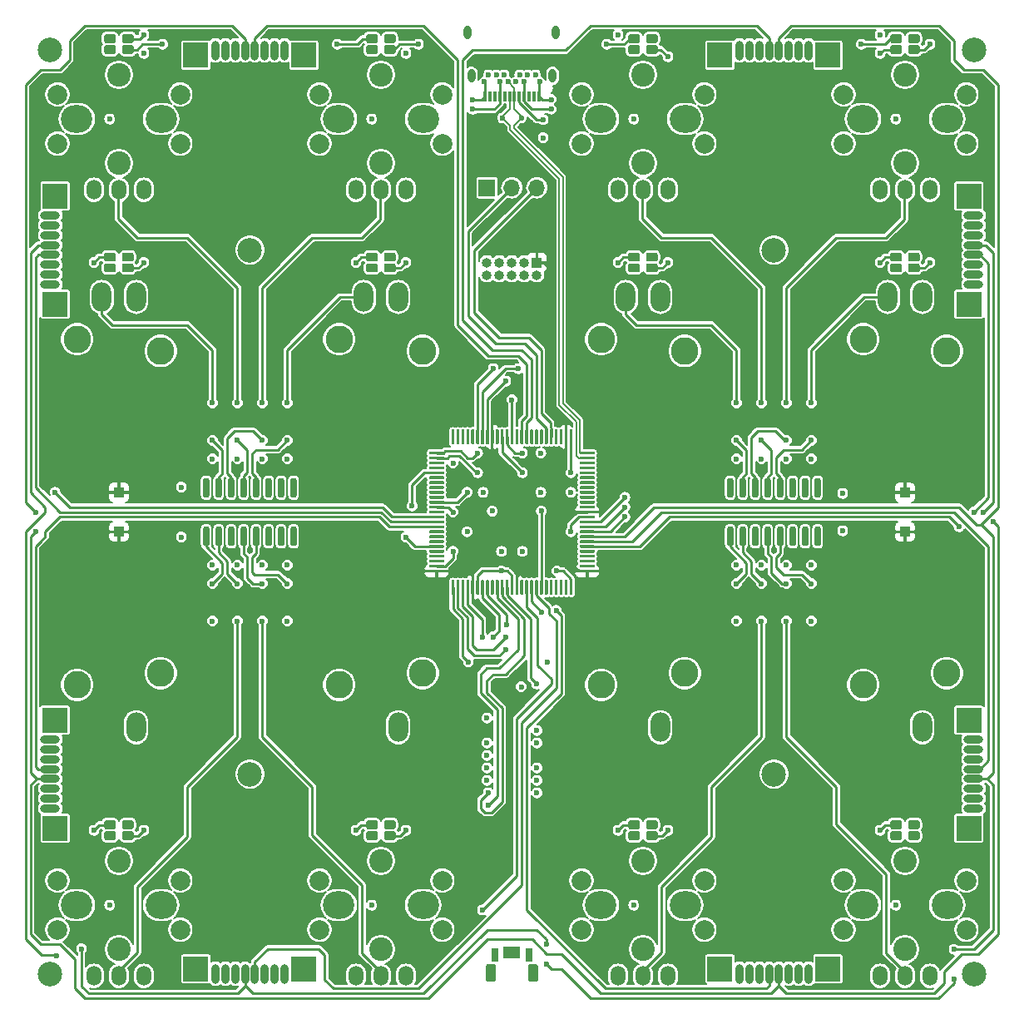
<source format=gbr>
G04 #@! TF.GenerationSoftware,KiCad,Pcbnew,(5.1.2)-2*
G04 #@! TF.CreationDate,2020-03-23T14:04:02+01:00*
G04 #@! TF.ProjectId,PBF4,50424634-2e6b-4696-9361-645f70636258,rev?*
G04 #@! TF.SameCoordinates,Original*
G04 #@! TF.FileFunction,Copper,L1,Top*
G04 #@! TF.FilePolarity,Positive*
%FSLAX46Y46*%
G04 Gerber Fmt 4.6, Leading zero omitted, Abs format (unit mm)*
G04 Created by KiCad (PCBNEW (5.1.2)-2) date 2020-03-23 14:04:02*
%MOMM*%
%LPD*%
G04 APERTURE LIST*
%ADD10C,2.800000*%
%ADD11O,2.000000X3.000000*%
%ADD12C,2.400000*%
%ADD13C,2.000000*%
%ADD14C,0.100000*%
%ADD15C,1.000000*%
%ADD16R,1.700000X1.200000*%
%ADD17R,0.700000X1.400000*%
%ADD18C,0.900000*%
%ADD19C,2.500000*%
%ADD20C,0.600000*%
%ADD21O,0.800000X1.400000*%
%ADD22R,0.300000X1.000000*%
%ADD23C,0.300000*%
%ADD24R,1.000000X1.000000*%
%ADD25R,2.500000X2.500000*%
%ADD26O,0.800000X2.000000*%
%ADD27O,3.200000X2.800000*%
%ADD28O,1.500000X2.000000*%
%ADD29O,2.000000X0.800000*%
%ADD30O,1.000000X1.000000*%
%ADD31O,1.700000X1.700000*%
%ADD32R,1.700000X1.700000*%
%ADD33C,0.250000*%
%ADD34C,0.254000*%
%ADD35C,0.152400*%
G04 APERTURE END LIST*
D10*
X55745000Y-117600000D03*
X64245000Y-116400000D03*
X55745000Y-82400000D03*
X64245000Y-83600000D03*
D11*
X61745000Y-121900000D03*
X58245000Y-78100000D03*
X61745000Y-78100000D03*
D12*
X86665000Y-64495000D03*
X86665000Y-55495000D03*
D13*
X80415000Y-62495000D03*
X92915000Y-57495000D03*
X92915000Y-62495000D03*
X80415000Y-57495000D03*
D14*
G36*
X98124504Y-146001204D02*
G01*
X98148773Y-146004804D01*
X98172571Y-146010765D01*
X98195671Y-146019030D01*
X98217849Y-146029520D01*
X98238893Y-146042133D01*
X98258598Y-146056747D01*
X98276777Y-146073223D01*
X98293253Y-146091402D01*
X98307867Y-146111107D01*
X98320480Y-146132151D01*
X98330970Y-146154329D01*
X98339235Y-146177429D01*
X98345196Y-146201227D01*
X98348796Y-146225496D01*
X98350000Y-146250000D01*
X98350000Y-147550000D01*
X98348796Y-147574504D01*
X98345196Y-147598773D01*
X98339235Y-147622571D01*
X98330970Y-147645671D01*
X98320480Y-147667849D01*
X98307867Y-147688893D01*
X98293253Y-147708598D01*
X98276777Y-147726777D01*
X98258598Y-147743253D01*
X98238893Y-147757867D01*
X98217849Y-147770480D01*
X98195671Y-147780970D01*
X98172571Y-147789235D01*
X98148773Y-147795196D01*
X98124504Y-147798796D01*
X98100000Y-147800000D01*
X97600000Y-147800000D01*
X97575496Y-147798796D01*
X97551227Y-147795196D01*
X97527429Y-147789235D01*
X97504329Y-147780970D01*
X97482151Y-147770480D01*
X97461107Y-147757867D01*
X97441402Y-147743253D01*
X97423223Y-147726777D01*
X97406747Y-147708598D01*
X97392133Y-147688893D01*
X97379520Y-147667849D01*
X97369030Y-147645671D01*
X97360765Y-147622571D01*
X97354804Y-147598773D01*
X97351204Y-147574504D01*
X97350000Y-147550000D01*
X97350000Y-146250000D01*
X97351204Y-146225496D01*
X97354804Y-146201227D01*
X97360765Y-146177429D01*
X97369030Y-146154329D01*
X97379520Y-146132151D01*
X97392133Y-146111107D01*
X97406747Y-146091402D01*
X97423223Y-146073223D01*
X97441402Y-146056747D01*
X97461107Y-146042133D01*
X97482151Y-146029520D01*
X97504329Y-146019030D01*
X97527429Y-146010765D01*
X97551227Y-146004804D01*
X97575496Y-146001204D01*
X97600000Y-146000000D01*
X98100000Y-146000000D01*
X98124504Y-146001204D01*
X98124504Y-146001204D01*
G37*
D15*
X97850000Y-146900000D03*
D14*
G36*
X102424504Y-146001204D02*
G01*
X102448773Y-146004804D01*
X102472571Y-146010765D01*
X102495671Y-146019030D01*
X102517849Y-146029520D01*
X102538893Y-146042133D01*
X102558598Y-146056747D01*
X102576777Y-146073223D01*
X102593253Y-146091402D01*
X102607867Y-146111107D01*
X102620480Y-146132151D01*
X102630970Y-146154329D01*
X102639235Y-146177429D01*
X102645196Y-146201227D01*
X102648796Y-146225496D01*
X102650000Y-146250000D01*
X102650000Y-147550000D01*
X102648796Y-147574504D01*
X102645196Y-147598773D01*
X102639235Y-147622571D01*
X102630970Y-147645671D01*
X102620480Y-147667849D01*
X102607867Y-147688893D01*
X102593253Y-147708598D01*
X102576777Y-147726777D01*
X102558598Y-147743253D01*
X102538893Y-147757867D01*
X102517849Y-147770480D01*
X102495671Y-147780970D01*
X102472571Y-147789235D01*
X102448773Y-147795196D01*
X102424504Y-147798796D01*
X102400000Y-147800000D01*
X101900000Y-147800000D01*
X101875496Y-147798796D01*
X101851227Y-147795196D01*
X101827429Y-147789235D01*
X101804329Y-147780970D01*
X101782151Y-147770480D01*
X101761107Y-147757867D01*
X101741402Y-147743253D01*
X101723223Y-147726777D01*
X101706747Y-147708598D01*
X101692133Y-147688893D01*
X101679520Y-147667849D01*
X101669030Y-147645671D01*
X101660765Y-147622571D01*
X101654804Y-147598773D01*
X101651204Y-147574504D01*
X101650000Y-147550000D01*
X101650000Y-146250000D01*
X101651204Y-146225496D01*
X101654804Y-146201227D01*
X101660765Y-146177429D01*
X101669030Y-146154329D01*
X101679520Y-146132151D01*
X101692133Y-146111107D01*
X101706747Y-146091402D01*
X101723223Y-146073223D01*
X101741402Y-146056747D01*
X101761107Y-146042133D01*
X101782151Y-146029520D01*
X101804329Y-146019030D01*
X101827429Y-146010765D01*
X101851227Y-146004804D01*
X101875496Y-146001204D01*
X101900000Y-146000000D01*
X102400000Y-146000000D01*
X102424504Y-146001204D01*
X102424504Y-146001204D01*
G37*
D15*
X102150000Y-146900000D03*
D16*
X100000000Y-144800000D03*
D17*
X98300000Y-145100000D03*
X101700000Y-145100000D03*
D10*
X135755000Y-117600000D03*
X144255000Y-116400000D03*
X135755000Y-82400000D03*
X144255000Y-83600000D03*
D11*
X141755000Y-121900000D03*
X138255000Y-78100000D03*
X141755000Y-78100000D03*
D10*
X109085000Y-117600000D03*
X117585000Y-116400000D03*
X109085000Y-82400000D03*
X117585000Y-83600000D03*
D11*
X115085000Y-121900000D03*
X111585000Y-78100000D03*
X115085000Y-78100000D03*
D10*
X82415000Y-117600000D03*
X90915000Y-116400000D03*
X82415000Y-82400000D03*
X90915000Y-83600000D03*
D11*
X88415000Y-121900000D03*
X84915000Y-78100000D03*
X88415000Y-78100000D03*
D14*
G36*
X139502054Y-132486083D02*
G01*
X139523895Y-132489323D01*
X139545314Y-132494688D01*
X139566104Y-132502127D01*
X139586064Y-132511568D01*
X139605003Y-132522919D01*
X139622738Y-132536073D01*
X139639099Y-132550901D01*
X139653927Y-132567262D01*
X139667081Y-132584997D01*
X139678432Y-132603936D01*
X139687873Y-132623896D01*
X139695312Y-132644686D01*
X139700677Y-132666105D01*
X139703917Y-132687946D01*
X139705000Y-132710000D01*
X139705000Y-133160000D01*
X139703917Y-133182054D01*
X139700677Y-133203895D01*
X139695312Y-133225314D01*
X139687873Y-133246104D01*
X139678432Y-133266064D01*
X139667081Y-133285003D01*
X139653927Y-133302738D01*
X139639099Y-133319099D01*
X139622738Y-133333927D01*
X139605003Y-133347081D01*
X139586064Y-133358432D01*
X139566104Y-133367873D01*
X139545314Y-133375312D01*
X139523895Y-133380677D01*
X139502054Y-133383917D01*
X139480000Y-133385000D01*
X138730000Y-133385000D01*
X138707946Y-133383917D01*
X138686105Y-133380677D01*
X138664686Y-133375312D01*
X138643896Y-133367873D01*
X138623936Y-133358432D01*
X138604997Y-133347081D01*
X138587262Y-133333927D01*
X138570901Y-133319099D01*
X138556073Y-133302738D01*
X138542919Y-133285003D01*
X138531568Y-133266064D01*
X138522127Y-133246104D01*
X138514688Y-133225314D01*
X138509323Y-133203895D01*
X138506083Y-133182054D01*
X138505000Y-133160000D01*
X138505000Y-132710000D01*
X138506083Y-132687946D01*
X138509323Y-132666105D01*
X138514688Y-132644686D01*
X138522127Y-132623896D01*
X138531568Y-132603936D01*
X138542919Y-132584997D01*
X138556073Y-132567262D01*
X138570901Y-132550901D01*
X138587262Y-132536073D01*
X138604997Y-132522919D01*
X138623936Y-132511568D01*
X138643896Y-132502127D01*
X138664686Y-132494688D01*
X138686105Y-132489323D01*
X138707946Y-132486083D01*
X138730000Y-132485000D01*
X139480000Y-132485000D01*
X139502054Y-132486083D01*
X139502054Y-132486083D01*
G37*
D18*
X139105000Y-132935000D03*
D14*
G36*
X141302054Y-132486083D02*
G01*
X141323895Y-132489323D01*
X141345314Y-132494688D01*
X141366104Y-132502127D01*
X141386064Y-132511568D01*
X141405003Y-132522919D01*
X141422738Y-132536073D01*
X141439099Y-132550901D01*
X141453927Y-132567262D01*
X141467081Y-132584997D01*
X141478432Y-132603936D01*
X141487873Y-132623896D01*
X141495312Y-132644686D01*
X141500677Y-132666105D01*
X141503917Y-132687946D01*
X141505000Y-132710000D01*
X141505000Y-133160000D01*
X141503917Y-133182054D01*
X141500677Y-133203895D01*
X141495312Y-133225314D01*
X141487873Y-133246104D01*
X141478432Y-133266064D01*
X141467081Y-133285003D01*
X141453927Y-133302738D01*
X141439099Y-133319099D01*
X141422738Y-133333927D01*
X141405003Y-133347081D01*
X141386064Y-133358432D01*
X141366104Y-133367873D01*
X141345314Y-133375312D01*
X141323895Y-133380677D01*
X141302054Y-133383917D01*
X141280000Y-133385000D01*
X140530000Y-133385000D01*
X140507946Y-133383917D01*
X140486105Y-133380677D01*
X140464686Y-133375312D01*
X140443896Y-133367873D01*
X140423936Y-133358432D01*
X140404997Y-133347081D01*
X140387262Y-133333927D01*
X140370901Y-133319099D01*
X140356073Y-133302738D01*
X140342919Y-133285003D01*
X140331568Y-133266064D01*
X140322127Y-133246104D01*
X140314688Y-133225314D01*
X140309323Y-133203895D01*
X140306083Y-133182054D01*
X140305000Y-133160000D01*
X140305000Y-132710000D01*
X140306083Y-132687946D01*
X140309323Y-132666105D01*
X140314688Y-132644686D01*
X140322127Y-132623896D01*
X140331568Y-132603936D01*
X140342919Y-132584997D01*
X140356073Y-132567262D01*
X140370901Y-132550901D01*
X140387262Y-132536073D01*
X140404997Y-132522919D01*
X140423936Y-132511568D01*
X140443896Y-132502127D01*
X140464686Y-132494688D01*
X140486105Y-132489323D01*
X140507946Y-132486083D01*
X140530000Y-132485000D01*
X141280000Y-132485000D01*
X141302054Y-132486083D01*
X141302054Y-132486083D01*
G37*
D18*
X140905000Y-132935000D03*
D14*
G36*
X141302054Y-131386083D02*
G01*
X141323895Y-131389323D01*
X141345314Y-131394688D01*
X141366104Y-131402127D01*
X141386064Y-131411568D01*
X141405003Y-131422919D01*
X141422738Y-131436073D01*
X141439099Y-131450901D01*
X141453927Y-131467262D01*
X141467081Y-131484997D01*
X141478432Y-131503936D01*
X141487873Y-131523896D01*
X141495312Y-131544686D01*
X141500677Y-131566105D01*
X141503917Y-131587946D01*
X141505000Y-131610000D01*
X141505000Y-132060000D01*
X141503917Y-132082054D01*
X141500677Y-132103895D01*
X141495312Y-132125314D01*
X141487873Y-132146104D01*
X141478432Y-132166064D01*
X141467081Y-132185003D01*
X141453927Y-132202738D01*
X141439099Y-132219099D01*
X141422738Y-132233927D01*
X141405003Y-132247081D01*
X141386064Y-132258432D01*
X141366104Y-132267873D01*
X141345314Y-132275312D01*
X141323895Y-132280677D01*
X141302054Y-132283917D01*
X141280000Y-132285000D01*
X140530000Y-132285000D01*
X140507946Y-132283917D01*
X140486105Y-132280677D01*
X140464686Y-132275312D01*
X140443896Y-132267873D01*
X140423936Y-132258432D01*
X140404997Y-132247081D01*
X140387262Y-132233927D01*
X140370901Y-132219099D01*
X140356073Y-132202738D01*
X140342919Y-132185003D01*
X140331568Y-132166064D01*
X140322127Y-132146104D01*
X140314688Y-132125314D01*
X140309323Y-132103895D01*
X140306083Y-132082054D01*
X140305000Y-132060000D01*
X140305000Y-131610000D01*
X140306083Y-131587946D01*
X140309323Y-131566105D01*
X140314688Y-131544686D01*
X140322127Y-131523896D01*
X140331568Y-131503936D01*
X140342919Y-131484997D01*
X140356073Y-131467262D01*
X140370901Y-131450901D01*
X140387262Y-131436073D01*
X140404997Y-131422919D01*
X140423936Y-131411568D01*
X140443896Y-131402127D01*
X140464686Y-131394688D01*
X140486105Y-131389323D01*
X140507946Y-131386083D01*
X140530000Y-131385000D01*
X141280000Y-131385000D01*
X141302054Y-131386083D01*
X141302054Y-131386083D01*
G37*
D18*
X140905000Y-131835000D03*
D14*
G36*
X139502054Y-131386083D02*
G01*
X139523895Y-131389323D01*
X139545314Y-131394688D01*
X139566104Y-131402127D01*
X139586064Y-131411568D01*
X139605003Y-131422919D01*
X139622738Y-131436073D01*
X139639099Y-131450901D01*
X139653927Y-131467262D01*
X139667081Y-131484997D01*
X139678432Y-131503936D01*
X139687873Y-131523896D01*
X139695312Y-131544686D01*
X139700677Y-131566105D01*
X139703917Y-131587946D01*
X139705000Y-131610000D01*
X139705000Y-132060000D01*
X139703917Y-132082054D01*
X139700677Y-132103895D01*
X139695312Y-132125314D01*
X139687873Y-132146104D01*
X139678432Y-132166064D01*
X139667081Y-132185003D01*
X139653927Y-132202738D01*
X139639099Y-132219099D01*
X139622738Y-132233927D01*
X139605003Y-132247081D01*
X139586064Y-132258432D01*
X139566104Y-132267873D01*
X139545314Y-132275312D01*
X139523895Y-132280677D01*
X139502054Y-132283917D01*
X139480000Y-132285000D01*
X138730000Y-132285000D01*
X138707946Y-132283917D01*
X138686105Y-132280677D01*
X138664686Y-132275312D01*
X138643896Y-132267873D01*
X138623936Y-132258432D01*
X138604997Y-132247081D01*
X138587262Y-132233927D01*
X138570901Y-132219099D01*
X138556073Y-132202738D01*
X138542919Y-132185003D01*
X138531568Y-132166064D01*
X138522127Y-132146104D01*
X138514688Y-132125314D01*
X138509323Y-132103895D01*
X138506083Y-132082054D01*
X138505000Y-132060000D01*
X138505000Y-131610000D01*
X138506083Y-131587946D01*
X138509323Y-131566105D01*
X138514688Y-131544686D01*
X138522127Y-131523896D01*
X138531568Y-131503936D01*
X138542919Y-131484997D01*
X138556073Y-131467262D01*
X138570901Y-131450901D01*
X138587262Y-131436073D01*
X138604997Y-131422919D01*
X138623936Y-131411568D01*
X138643896Y-131402127D01*
X138664686Y-131394688D01*
X138686105Y-131389323D01*
X138707946Y-131386083D01*
X138730000Y-131385000D01*
X139480000Y-131385000D01*
X139502054Y-131386083D01*
X139502054Y-131386083D01*
G37*
D18*
X139105000Y-131835000D03*
D14*
G36*
X139502054Y-74701083D02*
G01*
X139523895Y-74704323D01*
X139545314Y-74709688D01*
X139566104Y-74717127D01*
X139586064Y-74726568D01*
X139605003Y-74737919D01*
X139622738Y-74751073D01*
X139639099Y-74765901D01*
X139653927Y-74782262D01*
X139667081Y-74799997D01*
X139678432Y-74818936D01*
X139687873Y-74838896D01*
X139695312Y-74859686D01*
X139700677Y-74881105D01*
X139703917Y-74902946D01*
X139705000Y-74925000D01*
X139705000Y-75375000D01*
X139703917Y-75397054D01*
X139700677Y-75418895D01*
X139695312Y-75440314D01*
X139687873Y-75461104D01*
X139678432Y-75481064D01*
X139667081Y-75500003D01*
X139653927Y-75517738D01*
X139639099Y-75534099D01*
X139622738Y-75548927D01*
X139605003Y-75562081D01*
X139586064Y-75573432D01*
X139566104Y-75582873D01*
X139545314Y-75590312D01*
X139523895Y-75595677D01*
X139502054Y-75598917D01*
X139480000Y-75600000D01*
X138730000Y-75600000D01*
X138707946Y-75598917D01*
X138686105Y-75595677D01*
X138664686Y-75590312D01*
X138643896Y-75582873D01*
X138623936Y-75573432D01*
X138604997Y-75562081D01*
X138587262Y-75548927D01*
X138570901Y-75534099D01*
X138556073Y-75517738D01*
X138542919Y-75500003D01*
X138531568Y-75481064D01*
X138522127Y-75461104D01*
X138514688Y-75440314D01*
X138509323Y-75418895D01*
X138506083Y-75397054D01*
X138505000Y-75375000D01*
X138505000Y-74925000D01*
X138506083Y-74902946D01*
X138509323Y-74881105D01*
X138514688Y-74859686D01*
X138522127Y-74838896D01*
X138531568Y-74818936D01*
X138542919Y-74799997D01*
X138556073Y-74782262D01*
X138570901Y-74765901D01*
X138587262Y-74751073D01*
X138604997Y-74737919D01*
X138623936Y-74726568D01*
X138643896Y-74717127D01*
X138664686Y-74709688D01*
X138686105Y-74704323D01*
X138707946Y-74701083D01*
X138730000Y-74700000D01*
X139480000Y-74700000D01*
X139502054Y-74701083D01*
X139502054Y-74701083D01*
G37*
D18*
X139105000Y-75150000D03*
D14*
G36*
X141302054Y-74701083D02*
G01*
X141323895Y-74704323D01*
X141345314Y-74709688D01*
X141366104Y-74717127D01*
X141386064Y-74726568D01*
X141405003Y-74737919D01*
X141422738Y-74751073D01*
X141439099Y-74765901D01*
X141453927Y-74782262D01*
X141467081Y-74799997D01*
X141478432Y-74818936D01*
X141487873Y-74838896D01*
X141495312Y-74859686D01*
X141500677Y-74881105D01*
X141503917Y-74902946D01*
X141505000Y-74925000D01*
X141505000Y-75375000D01*
X141503917Y-75397054D01*
X141500677Y-75418895D01*
X141495312Y-75440314D01*
X141487873Y-75461104D01*
X141478432Y-75481064D01*
X141467081Y-75500003D01*
X141453927Y-75517738D01*
X141439099Y-75534099D01*
X141422738Y-75548927D01*
X141405003Y-75562081D01*
X141386064Y-75573432D01*
X141366104Y-75582873D01*
X141345314Y-75590312D01*
X141323895Y-75595677D01*
X141302054Y-75598917D01*
X141280000Y-75600000D01*
X140530000Y-75600000D01*
X140507946Y-75598917D01*
X140486105Y-75595677D01*
X140464686Y-75590312D01*
X140443896Y-75582873D01*
X140423936Y-75573432D01*
X140404997Y-75562081D01*
X140387262Y-75548927D01*
X140370901Y-75534099D01*
X140356073Y-75517738D01*
X140342919Y-75500003D01*
X140331568Y-75481064D01*
X140322127Y-75461104D01*
X140314688Y-75440314D01*
X140309323Y-75418895D01*
X140306083Y-75397054D01*
X140305000Y-75375000D01*
X140305000Y-74925000D01*
X140306083Y-74902946D01*
X140309323Y-74881105D01*
X140314688Y-74859686D01*
X140322127Y-74838896D01*
X140331568Y-74818936D01*
X140342919Y-74799997D01*
X140356073Y-74782262D01*
X140370901Y-74765901D01*
X140387262Y-74751073D01*
X140404997Y-74737919D01*
X140423936Y-74726568D01*
X140443896Y-74717127D01*
X140464686Y-74709688D01*
X140486105Y-74704323D01*
X140507946Y-74701083D01*
X140530000Y-74700000D01*
X141280000Y-74700000D01*
X141302054Y-74701083D01*
X141302054Y-74701083D01*
G37*
D18*
X140905000Y-75150000D03*
D14*
G36*
X141302054Y-73601083D02*
G01*
X141323895Y-73604323D01*
X141345314Y-73609688D01*
X141366104Y-73617127D01*
X141386064Y-73626568D01*
X141405003Y-73637919D01*
X141422738Y-73651073D01*
X141439099Y-73665901D01*
X141453927Y-73682262D01*
X141467081Y-73699997D01*
X141478432Y-73718936D01*
X141487873Y-73738896D01*
X141495312Y-73759686D01*
X141500677Y-73781105D01*
X141503917Y-73802946D01*
X141505000Y-73825000D01*
X141505000Y-74275000D01*
X141503917Y-74297054D01*
X141500677Y-74318895D01*
X141495312Y-74340314D01*
X141487873Y-74361104D01*
X141478432Y-74381064D01*
X141467081Y-74400003D01*
X141453927Y-74417738D01*
X141439099Y-74434099D01*
X141422738Y-74448927D01*
X141405003Y-74462081D01*
X141386064Y-74473432D01*
X141366104Y-74482873D01*
X141345314Y-74490312D01*
X141323895Y-74495677D01*
X141302054Y-74498917D01*
X141280000Y-74500000D01*
X140530000Y-74500000D01*
X140507946Y-74498917D01*
X140486105Y-74495677D01*
X140464686Y-74490312D01*
X140443896Y-74482873D01*
X140423936Y-74473432D01*
X140404997Y-74462081D01*
X140387262Y-74448927D01*
X140370901Y-74434099D01*
X140356073Y-74417738D01*
X140342919Y-74400003D01*
X140331568Y-74381064D01*
X140322127Y-74361104D01*
X140314688Y-74340314D01*
X140309323Y-74318895D01*
X140306083Y-74297054D01*
X140305000Y-74275000D01*
X140305000Y-73825000D01*
X140306083Y-73802946D01*
X140309323Y-73781105D01*
X140314688Y-73759686D01*
X140322127Y-73738896D01*
X140331568Y-73718936D01*
X140342919Y-73699997D01*
X140356073Y-73682262D01*
X140370901Y-73665901D01*
X140387262Y-73651073D01*
X140404997Y-73637919D01*
X140423936Y-73626568D01*
X140443896Y-73617127D01*
X140464686Y-73609688D01*
X140486105Y-73604323D01*
X140507946Y-73601083D01*
X140530000Y-73600000D01*
X141280000Y-73600000D01*
X141302054Y-73601083D01*
X141302054Y-73601083D01*
G37*
D18*
X140905000Y-74050000D03*
D14*
G36*
X139502054Y-73601083D02*
G01*
X139523895Y-73604323D01*
X139545314Y-73609688D01*
X139566104Y-73617127D01*
X139586064Y-73626568D01*
X139605003Y-73637919D01*
X139622738Y-73651073D01*
X139639099Y-73665901D01*
X139653927Y-73682262D01*
X139667081Y-73699997D01*
X139678432Y-73718936D01*
X139687873Y-73738896D01*
X139695312Y-73759686D01*
X139700677Y-73781105D01*
X139703917Y-73802946D01*
X139705000Y-73825000D01*
X139705000Y-74275000D01*
X139703917Y-74297054D01*
X139700677Y-74318895D01*
X139695312Y-74340314D01*
X139687873Y-74361104D01*
X139678432Y-74381064D01*
X139667081Y-74400003D01*
X139653927Y-74417738D01*
X139639099Y-74434099D01*
X139622738Y-74448927D01*
X139605003Y-74462081D01*
X139586064Y-74473432D01*
X139566104Y-74482873D01*
X139545314Y-74490312D01*
X139523895Y-74495677D01*
X139502054Y-74498917D01*
X139480000Y-74500000D01*
X138730000Y-74500000D01*
X138707946Y-74498917D01*
X138686105Y-74495677D01*
X138664686Y-74490312D01*
X138643896Y-74482873D01*
X138623936Y-74473432D01*
X138604997Y-74462081D01*
X138587262Y-74448927D01*
X138570901Y-74434099D01*
X138556073Y-74417738D01*
X138542919Y-74400003D01*
X138531568Y-74381064D01*
X138522127Y-74361104D01*
X138514688Y-74340314D01*
X138509323Y-74318895D01*
X138506083Y-74297054D01*
X138505000Y-74275000D01*
X138505000Y-73825000D01*
X138506083Y-73802946D01*
X138509323Y-73781105D01*
X138514688Y-73759686D01*
X138522127Y-73738896D01*
X138531568Y-73718936D01*
X138542919Y-73699997D01*
X138556073Y-73682262D01*
X138570901Y-73665901D01*
X138587262Y-73651073D01*
X138604997Y-73637919D01*
X138623936Y-73626568D01*
X138643896Y-73617127D01*
X138664686Y-73609688D01*
X138686105Y-73604323D01*
X138707946Y-73601083D01*
X138730000Y-73600000D01*
X139480000Y-73600000D01*
X139502054Y-73601083D01*
X139502054Y-73601083D01*
G37*
D18*
X139105000Y-74050000D03*
D14*
G36*
X139502054Y-52476083D02*
G01*
X139523895Y-52479323D01*
X139545314Y-52484688D01*
X139566104Y-52492127D01*
X139586064Y-52501568D01*
X139605003Y-52512919D01*
X139622738Y-52526073D01*
X139639099Y-52540901D01*
X139653927Y-52557262D01*
X139667081Y-52574997D01*
X139678432Y-52593936D01*
X139687873Y-52613896D01*
X139695312Y-52634686D01*
X139700677Y-52656105D01*
X139703917Y-52677946D01*
X139705000Y-52700000D01*
X139705000Y-53150000D01*
X139703917Y-53172054D01*
X139700677Y-53193895D01*
X139695312Y-53215314D01*
X139687873Y-53236104D01*
X139678432Y-53256064D01*
X139667081Y-53275003D01*
X139653927Y-53292738D01*
X139639099Y-53309099D01*
X139622738Y-53323927D01*
X139605003Y-53337081D01*
X139586064Y-53348432D01*
X139566104Y-53357873D01*
X139545314Y-53365312D01*
X139523895Y-53370677D01*
X139502054Y-53373917D01*
X139480000Y-53375000D01*
X138730000Y-53375000D01*
X138707946Y-53373917D01*
X138686105Y-53370677D01*
X138664686Y-53365312D01*
X138643896Y-53357873D01*
X138623936Y-53348432D01*
X138604997Y-53337081D01*
X138587262Y-53323927D01*
X138570901Y-53309099D01*
X138556073Y-53292738D01*
X138542919Y-53275003D01*
X138531568Y-53256064D01*
X138522127Y-53236104D01*
X138514688Y-53215314D01*
X138509323Y-53193895D01*
X138506083Y-53172054D01*
X138505000Y-53150000D01*
X138505000Y-52700000D01*
X138506083Y-52677946D01*
X138509323Y-52656105D01*
X138514688Y-52634686D01*
X138522127Y-52613896D01*
X138531568Y-52593936D01*
X138542919Y-52574997D01*
X138556073Y-52557262D01*
X138570901Y-52540901D01*
X138587262Y-52526073D01*
X138604997Y-52512919D01*
X138623936Y-52501568D01*
X138643896Y-52492127D01*
X138664686Y-52484688D01*
X138686105Y-52479323D01*
X138707946Y-52476083D01*
X138730000Y-52475000D01*
X139480000Y-52475000D01*
X139502054Y-52476083D01*
X139502054Y-52476083D01*
G37*
D18*
X139105000Y-52925000D03*
D14*
G36*
X141302054Y-52476083D02*
G01*
X141323895Y-52479323D01*
X141345314Y-52484688D01*
X141366104Y-52492127D01*
X141386064Y-52501568D01*
X141405003Y-52512919D01*
X141422738Y-52526073D01*
X141439099Y-52540901D01*
X141453927Y-52557262D01*
X141467081Y-52574997D01*
X141478432Y-52593936D01*
X141487873Y-52613896D01*
X141495312Y-52634686D01*
X141500677Y-52656105D01*
X141503917Y-52677946D01*
X141505000Y-52700000D01*
X141505000Y-53150000D01*
X141503917Y-53172054D01*
X141500677Y-53193895D01*
X141495312Y-53215314D01*
X141487873Y-53236104D01*
X141478432Y-53256064D01*
X141467081Y-53275003D01*
X141453927Y-53292738D01*
X141439099Y-53309099D01*
X141422738Y-53323927D01*
X141405003Y-53337081D01*
X141386064Y-53348432D01*
X141366104Y-53357873D01*
X141345314Y-53365312D01*
X141323895Y-53370677D01*
X141302054Y-53373917D01*
X141280000Y-53375000D01*
X140530000Y-53375000D01*
X140507946Y-53373917D01*
X140486105Y-53370677D01*
X140464686Y-53365312D01*
X140443896Y-53357873D01*
X140423936Y-53348432D01*
X140404997Y-53337081D01*
X140387262Y-53323927D01*
X140370901Y-53309099D01*
X140356073Y-53292738D01*
X140342919Y-53275003D01*
X140331568Y-53256064D01*
X140322127Y-53236104D01*
X140314688Y-53215314D01*
X140309323Y-53193895D01*
X140306083Y-53172054D01*
X140305000Y-53150000D01*
X140305000Y-52700000D01*
X140306083Y-52677946D01*
X140309323Y-52656105D01*
X140314688Y-52634686D01*
X140322127Y-52613896D01*
X140331568Y-52593936D01*
X140342919Y-52574997D01*
X140356073Y-52557262D01*
X140370901Y-52540901D01*
X140387262Y-52526073D01*
X140404997Y-52512919D01*
X140423936Y-52501568D01*
X140443896Y-52492127D01*
X140464686Y-52484688D01*
X140486105Y-52479323D01*
X140507946Y-52476083D01*
X140530000Y-52475000D01*
X141280000Y-52475000D01*
X141302054Y-52476083D01*
X141302054Y-52476083D01*
G37*
D18*
X140905000Y-52925000D03*
D14*
G36*
X141302054Y-51376083D02*
G01*
X141323895Y-51379323D01*
X141345314Y-51384688D01*
X141366104Y-51392127D01*
X141386064Y-51401568D01*
X141405003Y-51412919D01*
X141422738Y-51426073D01*
X141439099Y-51440901D01*
X141453927Y-51457262D01*
X141467081Y-51474997D01*
X141478432Y-51493936D01*
X141487873Y-51513896D01*
X141495312Y-51534686D01*
X141500677Y-51556105D01*
X141503917Y-51577946D01*
X141505000Y-51600000D01*
X141505000Y-52050000D01*
X141503917Y-52072054D01*
X141500677Y-52093895D01*
X141495312Y-52115314D01*
X141487873Y-52136104D01*
X141478432Y-52156064D01*
X141467081Y-52175003D01*
X141453927Y-52192738D01*
X141439099Y-52209099D01*
X141422738Y-52223927D01*
X141405003Y-52237081D01*
X141386064Y-52248432D01*
X141366104Y-52257873D01*
X141345314Y-52265312D01*
X141323895Y-52270677D01*
X141302054Y-52273917D01*
X141280000Y-52275000D01*
X140530000Y-52275000D01*
X140507946Y-52273917D01*
X140486105Y-52270677D01*
X140464686Y-52265312D01*
X140443896Y-52257873D01*
X140423936Y-52248432D01*
X140404997Y-52237081D01*
X140387262Y-52223927D01*
X140370901Y-52209099D01*
X140356073Y-52192738D01*
X140342919Y-52175003D01*
X140331568Y-52156064D01*
X140322127Y-52136104D01*
X140314688Y-52115314D01*
X140309323Y-52093895D01*
X140306083Y-52072054D01*
X140305000Y-52050000D01*
X140305000Y-51600000D01*
X140306083Y-51577946D01*
X140309323Y-51556105D01*
X140314688Y-51534686D01*
X140322127Y-51513896D01*
X140331568Y-51493936D01*
X140342919Y-51474997D01*
X140356073Y-51457262D01*
X140370901Y-51440901D01*
X140387262Y-51426073D01*
X140404997Y-51412919D01*
X140423936Y-51401568D01*
X140443896Y-51392127D01*
X140464686Y-51384688D01*
X140486105Y-51379323D01*
X140507946Y-51376083D01*
X140530000Y-51375000D01*
X141280000Y-51375000D01*
X141302054Y-51376083D01*
X141302054Y-51376083D01*
G37*
D18*
X140905000Y-51825000D03*
D14*
G36*
X139502054Y-51376083D02*
G01*
X139523895Y-51379323D01*
X139545314Y-51384688D01*
X139566104Y-51392127D01*
X139586064Y-51401568D01*
X139605003Y-51412919D01*
X139622738Y-51426073D01*
X139639099Y-51440901D01*
X139653927Y-51457262D01*
X139667081Y-51474997D01*
X139678432Y-51493936D01*
X139687873Y-51513896D01*
X139695312Y-51534686D01*
X139700677Y-51556105D01*
X139703917Y-51577946D01*
X139705000Y-51600000D01*
X139705000Y-52050000D01*
X139703917Y-52072054D01*
X139700677Y-52093895D01*
X139695312Y-52115314D01*
X139687873Y-52136104D01*
X139678432Y-52156064D01*
X139667081Y-52175003D01*
X139653927Y-52192738D01*
X139639099Y-52209099D01*
X139622738Y-52223927D01*
X139605003Y-52237081D01*
X139586064Y-52248432D01*
X139566104Y-52257873D01*
X139545314Y-52265312D01*
X139523895Y-52270677D01*
X139502054Y-52273917D01*
X139480000Y-52275000D01*
X138730000Y-52275000D01*
X138707946Y-52273917D01*
X138686105Y-52270677D01*
X138664686Y-52265312D01*
X138643896Y-52257873D01*
X138623936Y-52248432D01*
X138604997Y-52237081D01*
X138587262Y-52223927D01*
X138570901Y-52209099D01*
X138556073Y-52192738D01*
X138542919Y-52175003D01*
X138531568Y-52156064D01*
X138522127Y-52136104D01*
X138514688Y-52115314D01*
X138509323Y-52093895D01*
X138506083Y-52072054D01*
X138505000Y-52050000D01*
X138505000Y-51600000D01*
X138506083Y-51577946D01*
X138509323Y-51556105D01*
X138514688Y-51534686D01*
X138522127Y-51513896D01*
X138531568Y-51493936D01*
X138542919Y-51474997D01*
X138556073Y-51457262D01*
X138570901Y-51440901D01*
X138587262Y-51426073D01*
X138604997Y-51412919D01*
X138623936Y-51401568D01*
X138643896Y-51392127D01*
X138664686Y-51384688D01*
X138686105Y-51379323D01*
X138707946Y-51376083D01*
X138730000Y-51375000D01*
X139480000Y-51375000D01*
X139502054Y-51376083D01*
X139502054Y-51376083D01*
G37*
D18*
X139105000Y-51825000D03*
D14*
G36*
X112832054Y-132486083D02*
G01*
X112853895Y-132489323D01*
X112875314Y-132494688D01*
X112896104Y-132502127D01*
X112916064Y-132511568D01*
X112935003Y-132522919D01*
X112952738Y-132536073D01*
X112969099Y-132550901D01*
X112983927Y-132567262D01*
X112997081Y-132584997D01*
X113008432Y-132603936D01*
X113017873Y-132623896D01*
X113025312Y-132644686D01*
X113030677Y-132666105D01*
X113033917Y-132687946D01*
X113035000Y-132710000D01*
X113035000Y-133160000D01*
X113033917Y-133182054D01*
X113030677Y-133203895D01*
X113025312Y-133225314D01*
X113017873Y-133246104D01*
X113008432Y-133266064D01*
X112997081Y-133285003D01*
X112983927Y-133302738D01*
X112969099Y-133319099D01*
X112952738Y-133333927D01*
X112935003Y-133347081D01*
X112916064Y-133358432D01*
X112896104Y-133367873D01*
X112875314Y-133375312D01*
X112853895Y-133380677D01*
X112832054Y-133383917D01*
X112810000Y-133385000D01*
X112060000Y-133385000D01*
X112037946Y-133383917D01*
X112016105Y-133380677D01*
X111994686Y-133375312D01*
X111973896Y-133367873D01*
X111953936Y-133358432D01*
X111934997Y-133347081D01*
X111917262Y-133333927D01*
X111900901Y-133319099D01*
X111886073Y-133302738D01*
X111872919Y-133285003D01*
X111861568Y-133266064D01*
X111852127Y-133246104D01*
X111844688Y-133225314D01*
X111839323Y-133203895D01*
X111836083Y-133182054D01*
X111835000Y-133160000D01*
X111835000Y-132710000D01*
X111836083Y-132687946D01*
X111839323Y-132666105D01*
X111844688Y-132644686D01*
X111852127Y-132623896D01*
X111861568Y-132603936D01*
X111872919Y-132584997D01*
X111886073Y-132567262D01*
X111900901Y-132550901D01*
X111917262Y-132536073D01*
X111934997Y-132522919D01*
X111953936Y-132511568D01*
X111973896Y-132502127D01*
X111994686Y-132494688D01*
X112016105Y-132489323D01*
X112037946Y-132486083D01*
X112060000Y-132485000D01*
X112810000Y-132485000D01*
X112832054Y-132486083D01*
X112832054Y-132486083D01*
G37*
D18*
X112435000Y-132935000D03*
D14*
G36*
X114632054Y-132486083D02*
G01*
X114653895Y-132489323D01*
X114675314Y-132494688D01*
X114696104Y-132502127D01*
X114716064Y-132511568D01*
X114735003Y-132522919D01*
X114752738Y-132536073D01*
X114769099Y-132550901D01*
X114783927Y-132567262D01*
X114797081Y-132584997D01*
X114808432Y-132603936D01*
X114817873Y-132623896D01*
X114825312Y-132644686D01*
X114830677Y-132666105D01*
X114833917Y-132687946D01*
X114835000Y-132710000D01*
X114835000Y-133160000D01*
X114833917Y-133182054D01*
X114830677Y-133203895D01*
X114825312Y-133225314D01*
X114817873Y-133246104D01*
X114808432Y-133266064D01*
X114797081Y-133285003D01*
X114783927Y-133302738D01*
X114769099Y-133319099D01*
X114752738Y-133333927D01*
X114735003Y-133347081D01*
X114716064Y-133358432D01*
X114696104Y-133367873D01*
X114675314Y-133375312D01*
X114653895Y-133380677D01*
X114632054Y-133383917D01*
X114610000Y-133385000D01*
X113860000Y-133385000D01*
X113837946Y-133383917D01*
X113816105Y-133380677D01*
X113794686Y-133375312D01*
X113773896Y-133367873D01*
X113753936Y-133358432D01*
X113734997Y-133347081D01*
X113717262Y-133333927D01*
X113700901Y-133319099D01*
X113686073Y-133302738D01*
X113672919Y-133285003D01*
X113661568Y-133266064D01*
X113652127Y-133246104D01*
X113644688Y-133225314D01*
X113639323Y-133203895D01*
X113636083Y-133182054D01*
X113635000Y-133160000D01*
X113635000Y-132710000D01*
X113636083Y-132687946D01*
X113639323Y-132666105D01*
X113644688Y-132644686D01*
X113652127Y-132623896D01*
X113661568Y-132603936D01*
X113672919Y-132584997D01*
X113686073Y-132567262D01*
X113700901Y-132550901D01*
X113717262Y-132536073D01*
X113734997Y-132522919D01*
X113753936Y-132511568D01*
X113773896Y-132502127D01*
X113794686Y-132494688D01*
X113816105Y-132489323D01*
X113837946Y-132486083D01*
X113860000Y-132485000D01*
X114610000Y-132485000D01*
X114632054Y-132486083D01*
X114632054Y-132486083D01*
G37*
D18*
X114235000Y-132935000D03*
D14*
G36*
X114632054Y-131386083D02*
G01*
X114653895Y-131389323D01*
X114675314Y-131394688D01*
X114696104Y-131402127D01*
X114716064Y-131411568D01*
X114735003Y-131422919D01*
X114752738Y-131436073D01*
X114769099Y-131450901D01*
X114783927Y-131467262D01*
X114797081Y-131484997D01*
X114808432Y-131503936D01*
X114817873Y-131523896D01*
X114825312Y-131544686D01*
X114830677Y-131566105D01*
X114833917Y-131587946D01*
X114835000Y-131610000D01*
X114835000Y-132060000D01*
X114833917Y-132082054D01*
X114830677Y-132103895D01*
X114825312Y-132125314D01*
X114817873Y-132146104D01*
X114808432Y-132166064D01*
X114797081Y-132185003D01*
X114783927Y-132202738D01*
X114769099Y-132219099D01*
X114752738Y-132233927D01*
X114735003Y-132247081D01*
X114716064Y-132258432D01*
X114696104Y-132267873D01*
X114675314Y-132275312D01*
X114653895Y-132280677D01*
X114632054Y-132283917D01*
X114610000Y-132285000D01*
X113860000Y-132285000D01*
X113837946Y-132283917D01*
X113816105Y-132280677D01*
X113794686Y-132275312D01*
X113773896Y-132267873D01*
X113753936Y-132258432D01*
X113734997Y-132247081D01*
X113717262Y-132233927D01*
X113700901Y-132219099D01*
X113686073Y-132202738D01*
X113672919Y-132185003D01*
X113661568Y-132166064D01*
X113652127Y-132146104D01*
X113644688Y-132125314D01*
X113639323Y-132103895D01*
X113636083Y-132082054D01*
X113635000Y-132060000D01*
X113635000Y-131610000D01*
X113636083Y-131587946D01*
X113639323Y-131566105D01*
X113644688Y-131544686D01*
X113652127Y-131523896D01*
X113661568Y-131503936D01*
X113672919Y-131484997D01*
X113686073Y-131467262D01*
X113700901Y-131450901D01*
X113717262Y-131436073D01*
X113734997Y-131422919D01*
X113753936Y-131411568D01*
X113773896Y-131402127D01*
X113794686Y-131394688D01*
X113816105Y-131389323D01*
X113837946Y-131386083D01*
X113860000Y-131385000D01*
X114610000Y-131385000D01*
X114632054Y-131386083D01*
X114632054Y-131386083D01*
G37*
D18*
X114235000Y-131835000D03*
D14*
G36*
X112832054Y-131386083D02*
G01*
X112853895Y-131389323D01*
X112875314Y-131394688D01*
X112896104Y-131402127D01*
X112916064Y-131411568D01*
X112935003Y-131422919D01*
X112952738Y-131436073D01*
X112969099Y-131450901D01*
X112983927Y-131467262D01*
X112997081Y-131484997D01*
X113008432Y-131503936D01*
X113017873Y-131523896D01*
X113025312Y-131544686D01*
X113030677Y-131566105D01*
X113033917Y-131587946D01*
X113035000Y-131610000D01*
X113035000Y-132060000D01*
X113033917Y-132082054D01*
X113030677Y-132103895D01*
X113025312Y-132125314D01*
X113017873Y-132146104D01*
X113008432Y-132166064D01*
X112997081Y-132185003D01*
X112983927Y-132202738D01*
X112969099Y-132219099D01*
X112952738Y-132233927D01*
X112935003Y-132247081D01*
X112916064Y-132258432D01*
X112896104Y-132267873D01*
X112875314Y-132275312D01*
X112853895Y-132280677D01*
X112832054Y-132283917D01*
X112810000Y-132285000D01*
X112060000Y-132285000D01*
X112037946Y-132283917D01*
X112016105Y-132280677D01*
X111994686Y-132275312D01*
X111973896Y-132267873D01*
X111953936Y-132258432D01*
X111934997Y-132247081D01*
X111917262Y-132233927D01*
X111900901Y-132219099D01*
X111886073Y-132202738D01*
X111872919Y-132185003D01*
X111861568Y-132166064D01*
X111852127Y-132146104D01*
X111844688Y-132125314D01*
X111839323Y-132103895D01*
X111836083Y-132082054D01*
X111835000Y-132060000D01*
X111835000Y-131610000D01*
X111836083Y-131587946D01*
X111839323Y-131566105D01*
X111844688Y-131544686D01*
X111852127Y-131523896D01*
X111861568Y-131503936D01*
X111872919Y-131484997D01*
X111886073Y-131467262D01*
X111900901Y-131450901D01*
X111917262Y-131436073D01*
X111934997Y-131422919D01*
X111953936Y-131411568D01*
X111973896Y-131402127D01*
X111994686Y-131394688D01*
X112016105Y-131389323D01*
X112037946Y-131386083D01*
X112060000Y-131385000D01*
X112810000Y-131385000D01*
X112832054Y-131386083D01*
X112832054Y-131386083D01*
G37*
D18*
X112435000Y-131835000D03*
D14*
G36*
X112832054Y-74701083D02*
G01*
X112853895Y-74704323D01*
X112875314Y-74709688D01*
X112896104Y-74717127D01*
X112916064Y-74726568D01*
X112935003Y-74737919D01*
X112952738Y-74751073D01*
X112969099Y-74765901D01*
X112983927Y-74782262D01*
X112997081Y-74799997D01*
X113008432Y-74818936D01*
X113017873Y-74838896D01*
X113025312Y-74859686D01*
X113030677Y-74881105D01*
X113033917Y-74902946D01*
X113035000Y-74925000D01*
X113035000Y-75375000D01*
X113033917Y-75397054D01*
X113030677Y-75418895D01*
X113025312Y-75440314D01*
X113017873Y-75461104D01*
X113008432Y-75481064D01*
X112997081Y-75500003D01*
X112983927Y-75517738D01*
X112969099Y-75534099D01*
X112952738Y-75548927D01*
X112935003Y-75562081D01*
X112916064Y-75573432D01*
X112896104Y-75582873D01*
X112875314Y-75590312D01*
X112853895Y-75595677D01*
X112832054Y-75598917D01*
X112810000Y-75600000D01*
X112060000Y-75600000D01*
X112037946Y-75598917D01*
X112016105Y-75595677D01*
X111994686Y-75590312D01*
X111973896Y-75582873D01*
X111953936Y-75573432D01*
X111934997Y-75562081D01*
X111917262Y-75548927D01*
X111900901Y-75534099D01*
X111886073Y-75517738D01*
X111872919Y-75500003D01*
X111861568Y-75481064D01*
X111852127Y-75461104D01*
X111844688Y-75440314D01*
X111839323Y-75418895D01*
X111836083Y-75397054D01*
X111835000Y-75375000D01*
X111835000Y-74925000D01*
X111836083Y-74902946D01*
X111839323Y-74881105D01*
X111844688Y-74859686D01*
X111852127Y-74838896D01*
X111861568Y-74818936D01*
X111872919Y-74799997D01*
X111886073Y-74782262D01*
X111900901Y-74765901D01*
X111917262Y-74751073D01*
X111934997Y-74737919D01*
X111953936Y-74726568D01*
X111973896Y-74717127D01*
X111994686Y-74709688D01*
X112016105Y-74704323D01*
X112037946Y-74701083D01*
X112060000Y-74700000D01*
X112810000Y-74700000D01*
X112832054Y-74701083D01*
X112832054Y-74701083D01*
G37*
D18*
X112435000Y-75150000D03*
D14*
G36*
X114632054Y-74701083D02*
G01*
X114653895Y-74704323D01*
X114675314Y-74709688D01*
X114696104Y-74717127D01*
X114716064Y-74726568D01*
X114735003Y-74737919D01*
X114752738Y-74751073D01*
X114769099Y-74765901D01*
X114783927Y-74782262D01*
X114797081Y-74799997D01*
X114808432Y-74818936D01*
X114817873Y-74838896D01*
X114825312Y-74859686D01*
X114830677Y-74881105D01*
X114833917Y-74902946D01*
X114835000Y-74925000D01*
X114835000Y-75375000D01*
X114833917Y-75397054D01*
X114830677Y-75418895D01*
X114825312Y-75440314D01*
X114817873Y-75461104D01*
X114808432Y-75481064D01*
X114797081Y-75500003D01*
X114783927Y-75517738D01*
X114769099Y-75534099D01*
X114752738Y-75548927D01*
X114735003Y-75562081D01*
X114716064Y-75573432D01*
X114696104Y-75582873D01*
X114675314Y-75590312D01*
X114653895Y-75595677D01*
X114632054Y-75598917D01*
X114610000Y-75600000D01*
X113860000Y-75600000D01*
X113837946Y-75598917D01*
X113816105Y-75595677D01*
X113794686Y-75590312D01*
X113773896Y-75582873D01*
X113753936Y-75573432D01*
X113734997Y-75562081D01*
X113717262Y-75548927D01*
X113700901Y-75534099D01*
X113686073Y-75517738D01*
X113672919Y-75500003D01*
X113661568Y-75481064D01*
X113652127Y-75461104D01*
X113644688Y-75440314D01*
X113639323Y-75418895D01*
X113636083Y-75397054D01*
X113635000Y-75375000D01*
X113635000Y-74925000D01*
X113636083Y-74902946D01*
X113639323Y-74881105D01*
X113644688Y-74859686D01*
X113652127Y-74838896D01*
X113661568Y-74818936D01*
X113672919Y-74799997D01*
X113686073Y-74782262D01*
X113700901Y-74765901D01*
X113717262Y-74751073D01*
X113734997Y-74737919D01*
X113753936Y-74726568D01*
X113773896Y-74717127D01*
X113794686Y-74709688D01*
X113816105Y-74704323D01*
X113837946Y-74701083D01*
X113860000Y-74700000D01*
X114610000Y-74700000D01*
X114632054Y-74701083D01*
X114632054Y-74701083D01*
G37*
D18*
X114235000Y-75150000D03*
D14*
G36*
X114632054Y-73601083D02*
G01*
X114653895Y-73604323D01*
X114675314Y-73609688D01*
X114696104Y-73617127D01*
X114716064Y-73626568D01*
X114735003Y-73637919D01*
X114752738Y-73651073D01*
X114769099Y-73665901D01*
X114783927Y-73682262D01*
X114797081Y-73699997D01*
X114808432Y-73718936D01*
X114817873Y-73738896D01*
X114825312Y-73759686D01*
X114830677Y-73781105D01*
X114833917Y-73802946D01*
X114835000Y-73825000D01*
X114835000Y-74275000D01*
X114833917Y-74297054D01*
X114830677Y-74318895D01*
X114825312Y-74340314D01*
X114817873Y-74361104D01*
X114808432Y-74381064D01*
X114797081Y-74400003D01*
X114783927Y-74417738D01*
X114769099Y-74434099D01*
X114752738Y-74448927D01*
X114735003Y-74462081D01*
X114716064Y-74473432D01*
X114696104Y-74482873D01*
X114675314Y-74490312D01*
X114653895Y-74495677D01*
X114632054Y-74498917D01*
X114610000Y-74500000D01*
X113860000Y-74500000D01*
X113837946Y-74498917D01*
X113816105Y-74495677D01*
X113794686Y-74490312D01*
X113773896Y-74482873D01*
X113753936Y-74473432D01*
X113734997Y-74462081D01*
X113717262Y-74448927D01*
X113700901Y-74434099D01*
X113686073Y-74417738D01*
X113672919Y-74400003D01*
X113661568Y-74381064D01*
X113652127Y-74361104D01*
X113644688Y-74340314D01*
X113639323Y-74318895D01*
X113636083Y-74297054D01*
X113635000Y-74275000D01*
X113635000Y-73825000D01*
X113636083Y-73802946D01*
X113639323Y-73781105D01*
X113644688Y-73759686D01*
X113652127Y-73738896D01*
X113661568Y-73718936D01*
X113672919Y-73699997D01*
X113686073Y-73682262D01*
X113700901Y-73665901D01*
X113717262Y-73651073D01*
X113734997Y-73637919D01*
X113753936Y-73626568D01*
X113773896Y-73617127D01*
X113794686Y-73609688D01*
X113816105Y-73604323D01*
X113837946Y-73601083D01*
X113860000Y-73600000D01*
X114610000Y-73600000D01*
X114632054Y-73601083D01*
X114632054Y-73601083D01*
G37*
D18*
X114235000Y-74050000D03*
D14*
G36*
X112832054Y-73601083D02*
G01*
X112853895Y-73604323D01*
X112875314Y-73609688D01*
X112896104Y-73617127D01*
X112916064Y-73626568D01*
X112935003Y-73637919D01*
X112952738Y-73651073D01*
X112969099Y-73665901D01*
X112983927Y-73682262D01*
X112997081Y-73699997D01*
X113008432Y-73718936D01*
X113017873Y-73738896D01*
X113025312Y-73759686D01*
X113030677Y-73781105D01*
X113033917Y-73802946D01*
X113035000Y-73825000D01*
X113035000Y-74275000D01*
X113033917Y-74297054D01*
X113030677Y-74318895D01*
X113025312Y-74340314D01*
X113017873Y-74361104D01*
X113008432Y-74381064D01*
X112997081Y-74400003D01*
X112983927Y-74417738D01*
X112969099Y-74434099D01*
X112952738Y-74448927D01*
X112935003Y-74462081D01*
X112916064Y-74473432D01*
X112896104Y-74482873D01*
X112875314Y-74490312D01*
X112853895Y-74495677D01*
X112832054Y-74498917D01*
X112810000Y-74500000D01*
X112060000Y-74500000D01*
X112037946Y-74498917D01*
X112016105Y-74495677D01*
X111994686Y-74490312D01*
X111973896Y-74482873D01*
X111953936Y-74473432D01*
X111934997Y-74462081D01*
X111917262Y-74448927D01*
X111900901Y-74434099D01*
X111886073Y-74417738D01*
X111872919Y-74400003D01*
X111861568Y-74381064D01*
X111852127Y-74361104D01*
X111844688Y-74340314D01*
X111839323Y-74318895D01*
X111836083Y-74297054D01*
X111835000Y-74275000D01*
X111835000Y-73825000D01*
X111836083Y-73802946D01*
X111839323Y-73781105D01*
X111844688Y-73759686D01*
X111852127Y-73738896D01*
X111861568Y-73718936D01*
X111872919Y-73699997D01*
X111886073Y-73682262D01*
X111900901Y-73665901D01*
X111917262Y-73651073D01*
X111934997Y-73637919D01*
X111953936Y-73626568D01*
X111973896Y-73617127D01*
X111994686Y-73609688D01*
X112016105Y-73604323D01*
X112037946Y-73601083D01*
X112060000Y-73600000D01*
X112810000Y-73600000D01*
X112832054Y-73601083D01*
X112832054Y-73601083D01*
G37*
D18*
X112435000Y-74050000D03*
D14*
G36*
X112832054Y-52476083D02*
G01*
X112853895Y-52479323D01*
X112875314Y-52484688D01*
X112896104Y-52492127D01*
X112916064Y-52501568D01*
X112935003Y-52512919D01*
X112952738Y-52526073D01*
X112969099Y-52540901D01*
X112983927Y-52557262D01*
X112997081Y-52574997D01*
X113008432Y-52593936D01*
X113017873Y-52613896D01*
X113025312Y-52634686D01*
X113030677Y-52656105D01*
X113033917Y-52677946D01*
X113035000Y-52700000D01*
X113035000Y-53150000D01*
X113033917Y-53172054D01*
X113030677Y-53193895D01*
X113025312Y-53215314D01*
X113017873Y-53236104D01*
X113008432Y-53256064D01*
X112997081Y-53275003D01*
X112983927Y-53292738D01*
X112969099Y-53309099D01*
X112952738Y-53323927D01*
X112935003Y-53337081D01*
X112916064Y-53348432D01*
X112896104Y-53357873D01*
X112875314Y-53365312D01*
X112853895Y-53370677D01*
X112832054Y-53373917D01*
X112810000Y-53375000D01*
X112060000Y-53375000D01*
X112037946Y-53373917D01*
X112016105Y-53370677D01*
X111994686Y-53365312D01*
X111973896Y-53357873D01*
X111953936Y-53348432D01*
X111934997Y-53337081D01*
X111917262Y-53323927D01*
X111900901Y-53309099D01*
X111886073Y-53292738D01*
X111872919Y-53275003D01*
X111861568Y-53256064D01*
X111852127Y-53236104D01*
X111844688Y-53215314D01*
X111839323Y-53193895D01*
X111836083Y-53172054D01*
X111835000Y-53150000D01*
X111835000Y-52700000D01*
X111836083Y-52677946D01*
X111839323Y-52656105D01*
X111844688Y-52634686D01*
X111852127Y-52613896D01*
X111861568Y-52593936D01*
X111872919Y-52574997D01*
X111886073Y-52557262D01*
X111900901Y-52540901D01*
X111917262Y-52526073D01*
X111934997Y-52512919D01*
X111953936Y-52501568D01*
X111973896Y-52492127D01*
X111994686Y-52484688D01*
X112016105Y-52479323D01*
X112037946Y-52476083D01*
X112060000Y-52475000D01*
X112810000Y-52475000D01*
X112832054Y-52476083D01*
X112832054Y-52476083D01*
G37*
D18*
X112435000Y-52925000D03*
D14*
G36*
X114632054Y-52476083D02*
G01*
X114653895Y-52479323D01*
X114675314Y-52484688D01*
X114696104Y-52492127D01*
X114716064Y-52501568D01*
X114735003Y-52512919D01*
X114752738Y-52526073D01*
X114769099Y-52540901D01*
X114783927Y-52557262D01*
X114797081Y-52574997D01*
X114808432Y-52593936D01*
X114817873Y-52613896D01*
X114825312Y-52634686D01*
X114830677Y-52656105D01*
X114833917Y-52677946D01*
X114835000Y-52700000D01*
X114835000Y-53150000D01*
X114833917Y-53172054D01*
X114830677Y-53193895D01*
X114825312Y-53215314D01*
X114817873Y-53236104D01*
X114808432Y-53256064D01*
X114797081Y-53275003D01*
X114783927Y-53292738D01*
X114769099Y-53309099D01*
X114752738Y-53323927D01*
X114735003Y-53337081D01*
X114716064Y-53348432D01*
X114696104Y-53357873D01*
X114675314Y-53365312D01*
X114653895Y-53370677D01*
X114632054Y-53373917D01*
X114610000Y-53375000D01*
X113860000Y-53375000D01*
X113837946Y-53373917D01*
X113816105Y-53370677D01*
X113794686Y-53365312D01*
X113773896Y-53357873D01*
X113753936Y-53348432D01*
X113734997Y-53337081D01*
X113717262Y-53323927D01*
X113700901Y-53309099D01*
X113686073Y-53292738D01*
X113672919Y-53275003D01*
X113661568Y-53256064D01*
X113652127Y-53236104D01*
X113644688Y-53215314D01*
X113639323Y-53193895D01*
X113636083Y-53172054D01*
X113635000Y-53150000D01*
X113635000Y-52700000D01*
X113636083Y-52677946D01*
X113639323Y-52656105D01*
X113644688Y-52634686D01*
X113652127Y-52613896D01*
X113661568Y-52593936D01*
X113672919Y-52574997D01*
X113686073Y-52557262D01*
X113700901Y-52540901D01*
X113717262Y-52526073D01*
X113734997Y-52512919D01*
X113753936Y-52501568D01*
X113773896Y-52492127D01*
X113794686Y-52484688D01*
X113816105Y-52479323D01*
X113837946Y-52476083D01*
X113860000Y-52475000D01*
X114610000Y-52475000D01*
X114632054Y-52476083D01*
X114632054Y-52476083D01*
G37*
D18*
X114235000Y-52925000D03*
D14*
G36*
X114632054Y-51376083D02*
G01*
X114653895Y-51379323D01*
X114675314Y-51384688D01*
X114696104Y-51392127D01*
X114716064Y-51401568D01*
X114735003Y-51412919D01*
X114752738Y-51426073D01*
X114769099Y-51440901D01*
X114783927Y-51457262D01*
X114797081Y-51474997D01*
X114808432Y-51493936D01*
X114817873Y-51513896D01*
X114825312Y-51534686D01*
X114830677Y-51556105D01*
X114833917Y-51577946D01*
X114835000Y-51600000D01*
X114835000Y-52050000D01*
X114833917Y-52072054D01*
X114830677Y-52093895D01*
X114825312Y-52115314D01*
X114817873Y-52136104D01*
X114808432Y-52156064D01*
X114797081Y-52175003D01*
X114783927Y-52192738D01*
X114769099Y-52209099D01*
X114752738Y-52223927D01*
X114735003Y-52237081D01*
X114716064Y-52248432D01*
X114696104Y-52257873D01*
X114675314Y-52265312D01*
X114653895Y-52270677D01*
X114632054Y-52273917D01*
X114610000Y-52275000D01*
X113860000Y-52275000D01*
X113837946Y-52273917D01*
X113816105Y-52270677D01*
X113794686Y-52265312D01*
X113773896Y-52257873D01*
X113753936Y-52248432D01*
X113734997Y-52237081D01*
X113717262Y-52223927D01*
X113700901Y-52209099D01*
X113686073Y-52192738D01*
X113672919Y-52175003D01*
X113661568Y-52156064D01*
X113652127Y-52136104D01*
X113644688Y-52115314D01*
X113639323Y-52093895D01*
X113636083Y-52072054D01*
X113635000Y-52050000D01*
X113635000Y-51600000D01*
X113636083Y-51577946D01*
X113639323Y-51556105D01*
X113644688Y-51534686D01*
X113652127Y-51513896D01*
X113661568Y-51493936D01*
X113672919Y-51474997D01*
X113686073Y-51457262D01*
X113700901Y-51440901D01*
X113717262Y-51426073D01*
X113734997Y-51412919D01*
X113753936Y-51401568D01*
X113773896Y-51392127D01*
X113794686Y-51384688D01*
X113816105Y-51379323D01*
X113837946Y-51376083D01*
X113860000Y-51375000D01*
X114610000Y-51375000D01*
X114632054Y-51376083D01*
X114632054Y-51376083D01*
G37*
D18*
X114235000Y-51825000D03*
D14*
G36*
X112832054Y-51376083D02*
G01*
X112853895Y-51379323D01*
X112875314Y-51384688D01*
X112896104Y-51392127D01*
X112916064Y-51401568D01*
X112935003Y-51412919D01*
X112952738Y-51426073D01*
X112969099Y-51440901D01*
X112983927Y-51457262D01*
X112997081Y-51474997D01*
X113008432Y-51493936D01*
X113017873Y-51513896D01*
X113025312Y-51534686D01*
X113030677Y-51556105D01*
X113033917Y-51577946D01*
X113035000Y-51600000D01*
X113035000Y-52050000D01*
X113033917Y-52072054D01*
X113030677Y-52093895D01*
X113025312Y-52115314D01*
X113017873Y-52136104D01*
X113008432Y-52156064D01*
X112997081Y-52175003D01*
X112983927Y-52192738D01*
X112969099Y-52209099D01*
X112952738Y-52223927D01*
X112935003Y-52237081D01*
X112916064Y-52248432D01*
X112896104Y-52257873D01*
X112875314Y-52265312D01*
X112853895Y-52270677D01*
X112832054Y-52273917D01*
X112810000Y-52275000D01*
X112060000Y-52275000D01*
X112037946Y-52273917D01*
X112016105Y-52270677D01*
X111994686Y-52265312D01*
X111973896Y-52257873D01*
X111953936Y-52248432D01*
X111934997Y-52237081D01*
X111917262Y-52223927D01*
X111900901Y-52209099D01*
X111886073Y-52192738D01*
X111872919Y-52175003D01*
X111861568Y-52156064D01*
X111852127Y-52136104D01*
X111844688Y-52115314D01*
X111839323Y-52093895D01*
X111836083Y-52072054D01*
X111835000Y-52050000D01*
X111835000Y-51600000D01*
X111836083Y-51577946D01*
X111839323Y-51556105D01*
X111844688Y-51534686D01*
X111852127Y-51513896D01*
X111861568Y-51493936D01*
X111872919Y-51474997D01*
X111886073Y-51457262D01*
X111900901Y-51440901D01*
X111917262Y-51426073D01*
X111934997Y-51412919D01*
X111953936Y-51401568D01*
X111973896Y-51392127D01*
X111994686Y-51384688D01*
X112016105Y-51379323D01*
X112037946Y-51376083D01*
X112060000Y-51375000D01*
X112810000Y-51375000D01*
X112832054Y-51376083D01*
X112832054Y-51376083D01*
G37*
D18*
X112435000Y-51825000D03*
D14*
G36*
X86162054Y-132486083D02*
G01*
X86183895Y-132489323D01*
X86205314Y-132494688D01*
X86226104Y-132502127D01*
X86246064Y-132511568D01*
X86265003Y-132522919D01*
X86282738Y-132536073D01*
X86299099Y-132550901D01*
X86313927Y-132567262D01*
X86327081Y-132584997D01*
X86338432Y-132603936D01*
X86347873Y-132623896D01*
X86355312Y-132644686D01*
X86360677Y-132666105D01*
X86363917Y-132687946D01*
X86365000Y-132710000D01*
X86365000Y-133160000D01*
X86363917Y-133182054D01*
X86360677Y-133203895D01*
X86355312Y-133225314D01*
X86347873Y-133246104D01*
X86338432Y-133266064D01*
X86327081Y-133285003D01*
X86313927Y-133302738D01*
X86299099Y-133319099D01*
X86282738Y-133333927D01*
X86265003Y-133347081D01*
X86246064Y-133358432D01*
X86226104Y-133367873D01*
X86205314Y-133375312D01*
X86183895Y-133380677D01*
X86162054Y-133383917D01*
X86140000Y-133385000D01*
X85390000Y-133385000D01*
X85367946Y-133383917D01*
X85346105Y-133380677D01*
X85324686Y-133375312D01*
X85303896Y-133367873D01*
X85283936Y-133358432D01*
X85264997Y-133347081D01*
X85247262Y-133333927D01*
X85230901Y-133319099D01*
X85216073Y-133302738D01*
X85202919Y-133285003D01*
X85191568Y-133266064D01*
X85182127Y-133246104D01*
X85174688Y-133225314D01*
X85169323Y-133203895D01*
X85166083Y-133182054D01*
X85165000Y-133160000D01*
X85165000Y-132710000D01*
X85166083Y-132687946D01*
X85169323Y-132666105D01*
X85174688Y-132644686D01*
X85182127Y-132623896D01*
X85191568Y-132603936D01*
X85202919Y-132584997D01*
X85216073Y-132567262D01*
X85230901Y-132550901D01*
X85247262Y-132536073D01*
X85264997Y-132522919D01*
X85283936Y-132511568D01*
X85303896Y-132502127D01*
X85324686Y-132494688D01*
X85346105Y-132489323D01*
X85367946Y-132486083D01*
X85390000Y-132485000D01*
X86140000Y-132485000D01*
X86162054Y-132486083D01*
X86162054Y-132486083D01*
G37*
D18*
X85765000Y-132935000D03*
D14*
G36*
X87962054Y-132486083D02*
G01*
X87983895Y-132489323D01*
X88005314Y-132494688D01*
X88026104Y-132502127D01*
X88046064Y-132511568D01*
X88065003Y-132522919D01*
X88082738Y-132536073D01*
X88099099Y-132550901D01*
X88113927Y-132567262D01*
X88127081Y-132584997D01*
X88138432Y-132603936D01*
X88147873Y-132623896D01*
X88155312Y-132644686D01*
X88160677Y-132666105D01*
X88163917Y-132687946D01*
X88165000Y-132710000D01*
X88165000Y-133160000D01*
X88163917Y-133182054D01*
X88160677Y-133203895D01*
X88155312Y-133225314D01*
X88147873Y-133246104D01*
X88138432Y-133266064D01*
X88127081Y-133285003D01*
X88113927Y-133302738D01*
X88099099Y-133319099D01*
X88082738Y-133333927D01*
X88065003Y-133347081D01*
X88046064Y-133358432D01*
X88026104Y-133367873D01*
X88005314Y-133375312D01*
X87983895Y-133380677D01*
X87962054Y-133383917D01*
X87940000Y-133385000D01*
X87190000Y-133385000D01*
X87167946Y-133383917D01*
X87146105Y-133380677D01*
X87124686Y-133375312D01*
X87103896Y-133367873D01*
X87083936Y-133358432D01*
X87064997Y-133347081D01*
X87047262Y-133333927D01*
X87030901Y-133319099D01*
X87016073Y-133302738D01*
X87002919Y-133285003D01*
X86991568Y-133266064D01*
X86982127Y-133246104D01*
X86974688Y-133225314D01*
X86969323Y-133203895D01*
X86966083Y-133182054D01*
X86965000Y-133160000D01*
X86965000Y-132710000D01*
X86966083Y-132687946D01*
X86969323Y-132666105D01*
X86974688Y-132644686D01*
X86982127Y-132623896D01*
X86991568Y-132603936D01*
X87002919Y-132584997D01*
X87016073Y-132567262D01*
X87030901Y-132550901D01*
X87047262Y-132536073D01*
X87064997Y-132522919D01*
X87083936Y-132511568D01*
X87103896Y-132502127D01*
X87124686Y-132494688D01*
X87146105Y-132489323D01*
X87167946Y-132486083D01*
X87190000Y-132485000D01*
X87940000Y-132485000D01*
X87962054Y-132486083D01*
X87962054Y-132486083D01*
G37*
D18*
X87565000Y-132935000D03*
D14*
G36*
X87962054Y-131386083D02*
G01*
X87983895Y-131389323D01*
X88005314Y-131394688D01*
X88026104Y-131402127D01*
X88046064Y-131411568D01*
X88065003Y-131422919D01*
X88082738Y-131436073D01*
X88099099Y-131450901D01*
X88113927Y-131467262D01*
X88127081Y-131484997D01*
X88138432Y-131503936D01*
X88147873Y-131523896D01*
X88155312Y-131544686D01*
X88160677Y-131566105D01*
X88163917Y-131587946D01*
X88165000Y-131610000D01*
X88165000Y-132060000D01*
X88163917Y-132082054D01*
X88160677Y-132103895D01*
X88155312Y-132125314D01*
X88147873Y-132146104D01*
X88138432Y-132166064D01*
X88127081Y-132185003D01*
X88113927Y-132202738D01*
X88099099Y-132219099D01*
X88082738Y-132233927D01*
X88065003Y-132247081D01*
X88046064Y-132258432D01*
X88026104Y-132267873D01*
X88005314Y-132275312D01*
X87983895Y-132280677D01*
X87962054Y-132283917D01*
X87940000Y-132285000D01*
X87190000Y-132285000D01*
X87167946Y-132283917D01*
X87146105Y-132280677D01*
X87124686Y-132275312D01*
X87103896Y-132267873D01*
X87083936Y-132258432D01*
X87064997Y-132247081D01*
X87047262Y-132233927D01*
X87030901Y-132219099D01*
X87016073Y-132202738D01*
X87002919Y-132185003D01*
X86991568Y-132166064D01*
X86982127Y-132146104D01*
X86974688Y-132125314D01*
X86969323Y-132103895D01*
X86966083Y-132082054D01*
X86965000Y-132060000D01*
X86965000Y-131610000D01*
X86966083Y-131587946D01*
X86969323Y-131566105D01*
X86974688Y-131544686D01*
X86982127Y-131523896D01*
X86991568Y-131503936D01*
X87002919Y-131484997D01*
X87016073Y-131467262D01*
X87030901Y-131450901D01*
X87047262Y-131436073D01*
X87064997Y-131422919D01*
X87083936Y-131411568D01*
X87103896Y-131402127D01*
X87124686Y-131394688D01*
X87146105Y-131389323D01*
X87167946Y-131386083D01*
X87190000Y-131385000D01*
X87940000Y-131385000D01*
X87962054Y-131386083D01*
X87962054Y-131386083D01*
G37*
D18*
X87565000Y-131835000D03*
D14*
G36*
X86162054Y-131386083D02*
G01*
X86183895Y-131389323D01*
X86205314Y-131394688D01*
X86226104Y-131402127D01*
X86246064Y-131411568D01*
X86265003Y-131422919D01*
X86282738Y-131436073D01*
X86299099Y-131450901D01*
X86313927Y-131467262D01*
X86327081Y-131484997D01*
X86338432Y-131503936D01*
X86347873Y-131523896D01*
X86355312Y-131544686D01*
X86360677Y-131566105D01*
X86363917Y-131587946D01*
X86365000Y-131610000D01*
X86365000Y-132060000D01*
X86363917Y-132082054D01*
X86360677Y-132103895D01*
X86355312Y-132125314D01*
X86347873Y-132146104D01*
X86338432Y-132166064D01*
X86327081Y-132185003D01*
X86313927Y-132202738D01*
X86299099Y-132219099D01*
X86282738Y-132233927D01*
X86265003Y-132247081D01*
X86246064Y-132258432D01*
X86226104Y-132267873D01*
X86205314Y-132275312D01*
X86183895Y-132280677D01*
X86162054Y-132283917D01*
X86140000Y-132285000D01*
X85390000Y-132285000D01*
X85367946Y-132283917D01*
X85346105Y-132280677D01*
X85324686Y-132275312D01*
X85303896Y-132267873D01*
X85283936Y-132258432D01*
X85264997Y-132247081D01*
X85247262Y-132233927D01*
X85230901Y-132219099D01*
X85216073Y-132202738D01*
X85202919Y-132185003D01*
X85191568Y-132166064D01*
X85182127Y-132146104D01*
X85174688Y-132125314D01*
X85169323Y-132103895D01*
X85166083Y-132082054D01*
X85165000Y-132060000D01*
X85165000Y-131610000D01*
X85166083Y-131587946D01*
X85169323Y-131566105D01*
X85174688Y-131544686D01*
X85182127Y-131523896D01*
X85191568Y-131503936D01*
X85202919Y-131484997D01*
X85216073Y-131467262D01*
X85230901Y-131450901D01*
X85247262Y-131436073D01*
X85264997Y-131422919D01*
X85283936Y-131411568D01*
X85303896Y-131402127D01*
X85324686Y-131394688D01*
X85346105Y-131389323D01*
X85367946Y-131386083D01*
X85390000Y-131385000D01*
X86140000Y-131385000D01*
X86162054Y-131386083D01*
X86162054Y-131386083D01*
G37*
D18*
X85765000Y-131835000D03*
D14*
G36*
X86162054Y-74701083D02*
G01*
X86183895Y-74704323D01*
X86205314Y-74709688D01*
X86226104Y-74717127D01*
X86246064Y-74726568D01*
X86265003Y-74737919D01*
X86282738Y-74751073D01*
X86299099Y-74765901D01*
X86313927Y-74782262D01*
X86327081Y-74799997D01*
X86338432Y-74818936D01*
X86347873Y-74838896D01*
X86355312Y-74859686D01*
X86360677Y-74881105D01*
X86363917Y-74902946D01*
X86365000Y-74925000D01*
X86365000Y-75375000D01*
X86363917Y-75397054D01*
X86360677Y-75418895D01*
X86355312Y-75440314D01*
X86347873Y-75461104D01*
X86338432Y-75481064D01*
X86327081Y-75500003D01*
X86313927Y-75517738D01*
X86299099Y-75534099D01*
X86282738Y-75548927D01*
X86265003Y-75562081D01*
X86246064Y-75573432D01*
X86226104Y-75582873D01*
X86205314Y-75590312D01*
X86183895Y-75595677D01*
X86162054Y-75598917D01*
X86140000Y-75600000D01*
X85390000Y-75600000D01*
X85367946Y-75598917D01*
X85346105Y-75595677D01*
X85324686Y-75590312D01*
X85303896Y-75582873D01*
X85283936Y-75573432D01*
X85264997Y-75562081D01*
X85247262Y-75548927D01*
X85230901Y-75534099D01*
X85216073Y-75517738D01*
X85202919Y-75500003D01*
X85191568Y-75481064D01*
X85182127Y-75461104D01*
X85174688Y-75440314D01*
X85169323Y-75418895D01*
X85166083Y-75397054D01*
X85165000Y-75375000D01*
X85165000Y-74925000D01*
X85166083Y-74902946D01*
X85169323Y-74881105D01*
X85174688Y-74859686D01*
X85182127Y-74838896D01*
X85191568Y-74818936D01*
X85202919Y-74799997D01*
X85216073Y-74782262D01*
X85230901Y-74765901D01*
X85247262Y-74751073D01*
X85264997Y-74737919D01*
X85283936Y-74726568D01*
X85303896Y-74717127D01*
X85324686Y-74709688D01*
X85346105Y-74704323D01*
X85367946Y-74701083D01*
X85390000Y-74700000D01*
X86140000Y-74700000D01*
X86162054Y-74701083D01*
X86162054Y-74701083D01*
G37*
D18*
X85765000Y-75150000D03*
D14*
G36*
X87962054Y-74701083D02*
G01*
X87983895Y-74704323D01*
X88005314Y-74709688D01*
X88026104Y-74717127D01*
X88046064Y-74726568D01*
X88065003Y-74737919D01*
X88082738Y-74751073D01*
X88099099Y-74765901D01*
X88113927Y-74782262D01*
X88127081Y-74799997D01*
X88138432Y-74818936D01*
X88147873Y-74838896D01*
X88155312Y-74859686D01*
X88160677Y-74881105D01*
X88163917Y-74902946D01*
X88165000Y-74925000D01*
X88165000Y-75375000D01*
X88163917Y-75397054D01*
X88160677Y-75418895D01*
X88155312Y-75440314D01*
X88147873Y-75461104D01*
X88138432Y-75481064D01*
X88127081Y-75500003D01*
X88113927Y-75517738D01*
X88099099Y-75534099D01*
X88082738Y-75548927D01*
X88065003Y-75562081D01*
X88046064Y-75573432D01*
X88026104Y-75582873D01*
X88005314Y-75590312D01*
X87983895Y-75595677D01*
X87962054Y-75598917D01*
X87940000Y-75600000D01*
X87190000Y-75600000D01*
X87167946Y-75598917D01*
X87146105Y-75595677D01*
X87124686Y-75590312D01*
X87103896Y-75582873D01*
X87083936Y-75573432D01*
X87064997Y-75562081D01*
X87047262Y-75548927D01*
X87030901Y-75534099D01*
X87016073Y-75517738D01*
X87002919Y-75500003D01*
X86991568Y-75481064D01*
X86982127Y-75461104D01*
X86974688Y-75440314D01*
X86969323Y-75418895D01*
X86966083Y-75397054D01*
X86965000Y-75375000D01*
X86965000Y-74925000D01*
X86966083Y-74902946D01*
X86969323Y-74881105D01*
X86974688Y-74859686D01*
X86982127Y-74838896D01*
X86991568Y-74818936D01*
X87002919Y-74799997D01*
X87016073Y-74782262D01*
X87030901Y-74765901D01*
X87047262Y-74751073D01*
X87064997Y-74737919D01*
X87083936Y-74726568D01*
X87103896Y-74717127D01*
X87124686Y-74709688D01*
X87146105Y-74704323D01*
X87167946Y-74701083D01*
X87190000Y-74700000D01*
X87940000Y-74700000D01*
X87962054Y-74701083D01*
X87962054Y-74701083D01*
G37*
D18*
X87565000Y-75150000D03*
D14*
G36*
X87962054Y-73601083D02*
G01*
X87983895Y-73604323D01*
X88005314Y-73609688D01*
X88026104Y-73617127D01*
X88046064Y-73626568D01*
X88065003Y-73637919D01*
X88082738Y-73651073D01*
X88099099Y-73665901D01*
X88113927Y-73682262D01*
X88127081Y-73699997D01*
X88138432Y-73718936D01*
X88147873Y-73738896D01*
X88155312Y-73759686D01*
X88160677Y-73781105D01*
X88163917Y-73802946D01*
X88165000Y-73825000D01*
X88165000Y-74275000D01*
X88163917Y-74297054D01*
X88160677Y-74318895D01*
X88155312Y-74340314D01*
X88147873Y-74361104D01*
X88138432Y-74381064D01*
X88127081Y-74400003D01*
X88113927Y-74417738D01*
X88099099Y-74434099D01*
X88082738Y-74448927D01*
X88065003Y-74462081D01*
X88046064Y-74473432D01*
X88026104Y-74482873D01*
X88005314Y-74490312D01*
X87983895Y-74495677D01*
X87962054Y-74498917D01*
X87940000Y-74500000D01*
X87190000Y-74500000D01*
X87167946Y-74498917D01*
X87146105Y-74495677D01*
X87124686Y-74490312D01*
X87103896Y-74482873D01*
X87083936Y-74473432D01*
X87064997Y-74462081D01*
X87047262Y-74448927D01*
X87030901Y-74434099D01*
X87016073Y-74417738D01*
X87002919Y-74400003D01*
X86991568Y-74381064D01*
X86982127Y-74361104D01*
X86974688Y-74340314D01*
X86969323Y-74318895D01*
X86966083Y-74297054D01*
X86965000Y-74275000D01*
X86965000Y-73825000D01*
X86966083Y-73802946D01*
X86969323Y-73781105D01*
X86974688Y-73759686D01*
X86982127Y-73738896D01*
X86991568Y-73718936D01*
X87002919Y-73699997D01*
X87016073Y-73682262D01*
X87030901Y-73665901D01*
X87047262Y-73651073D01*
X87064997Y-73637919D01*
X87083936Y-73626568D01*
X87103896Y-73617127D01*
X87124686Y-73609688D01*
X87146105Y-73604323D01*
X87167946Y-73601083D01*
X87190000Y-73600000D01*
X87940000Y-73600000D01*
X87962054Y-73601083D01*
X87962054Y-73601083D01*
G37*
D18*
X87565000Y-74050000D03*
D14*
G36*
X86162054Y-73601083D02*
G01*
X86183895Y-73604323D01*
X86205314Y-73609688D01*
X86226104Y-73617127D01*
X86246064Y-73626568D01*
X86265003Y-73637919D01*
X86282738Y-73651073D01*
X86299099Y-73665901D01*
X86313927Y-73682262D01*
X86327081Y-73699997D01*
X86338432Y-73718936D01*
X86347873Y-73738896D01*
X86355312Y-73759686D01*
X86360677Y-73781105D01*
X86363917Y-73802946D01*
X86365000Y-73825000D01*
X86365000Y-74275000D01*
X86363917Y-74297054D01*
X86360677Y-74318895D01*
X86355312Y-74340314D01*
X86347873Y-74361104D01*
X86338432Y-74381064D01*
X86327081Y-74400003D01*
X86313927Y-74417738D01*
X86299099Y-74434099D01*
X86282738Y-74448927D01*
X86265003Y-74462081D01*
X86246064Y-74473432D01*
X86226104Y-74482873D01*
X86205314Y-74490312D01*
X86183895Y-74495677D01*
X86162054Y-74498917D01*
X86140000Y-74500000D01*
X85390000Y-74500000D01*
X85367946Y-74498917D01*
X85346105Y-74495677D01*
X85324686Y-74490312D01*
X85303896Y-74482873D01*
X85283936Y-74473432D01*
X85264997Y-74462081D01*
X85247262Y-74448927D01*
X85230901Y-74434099D01*
X85216073Y-74417738D01*
X85202919Y-74400003D01*
X85191568Y-74381064D01*
X85182127Y-74361104D01*
X85174688Y-74340314D01*
X85169323Y-74318895D01*
X85166083Y-74297054D01*
X85165000Y-74275000D01*
X85165000Y-73825000D01*
X85166083Y-73802946D01*
X85169323Y-73781105D01*
X85174688Y-73759686D01*
X85182127Y-73738896D01*
X85191568Y-73718936D01*
X85202919Y-73699997D01*
X85216073Y-73682262D01*
X85230901Y-73665901D01*
X85247262Y-73651073D01*
X85264997Y-73637919D01*
X85283936Y-73626568D01*
X85303896Y-73617127D01*
X85324686Y-73609688D01*
X85346105Y-73604323D01*
X85367946Y-73601083D01*
X85390000Y-73600000D01*
X86140000Y-73600000D01*
X86162054Y-73601083D01*
X86162054Y-73601083D01*
G37*
D18*
X85765000Y-74050000D03*
D14*
G36*
X86162054Y-52476083D02*
G01*
X86183895Y-52479323D01*
X86205314Y-52484688D01*
X86226104Y-52492127D01*
X86246064Y-52501568D01*
X86265003Y-52512919D01*
X86282738Y-52526073D01*
X86299099Y-52540901D01*
X86313927Y-52557262D01*
X86327081Y-52574997D01*
X86338432Y-52593936D01*
X86347873Y-52613896D01*
X86355312Y-52634686D01*
X86360677Y-52656105D01*
X86363917Y-52677946D01*
X86365000Y-52700000D01*
X86365000Y-53150000D01*
X86363917Y-53172054D01*
X86360677Y-53193895D01*
X86355312Y-53215314D01*
X86347873Y-53236104D01*
X86338432Y-53256064D01*
X86327081Y-53275003D01*
X86313927Y-53292738D01*
X86299099Y-53309099D01*
X86282738Y-53323927D01*
X86265003Y-53337081D01*
X86246064Y-53348432D01*
X86226104Y-53357873D01*
X86205314Y-53365312D01*
X86183895Y-53370677D01*
X86162054Y-53373917D01*
X86140000Y-53375000D01*
X85390000Y-53375000D01*
X85367946Y-53373917D01*
X85346105Y-53370677D01*
X85324686Y-53365312D01*
X85303896Y-53357873D01*
X85283936Y-53348432D01*
X85264997Y-53337081D01*
X85247262Y-53323927D01*
X85230901Y-53309099D01*
X85216073Y-53292738D01*
X85202919Y-53275003D01*
X85191568Y-53256064D01*
X85182127Y-53236104D01*
X85174688Y-53215314D01*
X85169323Y-53193895D01*
X85166083Y-53172054D01*
X85165000Y-53150000D01*
X85165000Y-52700000D01*
X85166083Y-52677946D01*
X85169323Y-52656105D01*
X85174688Y-52634686D01*
X85182127Y-52613896D01*
X85191568Y-52593936D01*
X85202919Y-52574997D01*
X85216073Y-52557262D01*
X85230901Y-52540901D01*
X85247262Y-52526073D01*
X85264997Y-52512919D01*
X85283936Y-52501568D01*
X85303896Y-52492127D01*
X85324686Y-52484688D01*
X85346105Y-52479323D01*
X85367946Y-52476083D01*
X85390000Y-52475000D01*
X86140000Y-52475000D01*
X86162054Y-52476083D01*
X86162054Y-52476083D01*
G37*
D18*
X85765000Y-52925000D03*
D14*
G36*
X87962054Y-52476083D02*
G01*
X87983895Y-52479323D01*
X88005314Y-52484688D01*
X88026104Y-52492127D01*
X88046064Y-52501568D01*
X88065003Y-52512919D01*
X88082738Y-52526073D01*
X88099099Y-52540901D01*
X88113927Y-52557262D01*
X88127081Y-52574997D01*
X88138432Y-52593936D01*
X88147873Y-52613896D01*
X88155312Y-52634686D01*
X88160677Y-52656105D01*
X88163917Y-52677946D01*
X88165000Y-52700000D01*
X88165000Y-53150000D01*
X88163917Y-53172054D01*
X88160677Y-53193895D01*
X88155312Y-53215314D01*
X88147873Y-53236104D01*
X88138432Y-53256064D01*
X88127081Y-53275003D01*
X88113927Y-53292738D01*
X88099099Y-53309099D01*
X88082738Y-53323927D01*
X88065003Y-53337081D01*
X88046064Y-53348432D01*
X88026104Y-53357873D01*
X88005314Y-53365312D01*
X87983895Y-53370677D01*
X87962054Y-53373917D01*
X87940000Y-53375000D01*
X87190000Y-53375000D01*
X87167946Y-53373917D01*
X87146105Y-53370677D01*
X87124686Y-53365312D01*
X87103896Y-53357873D01*
X87083936Y-53348432D01*
X87064997Y-53337081D01*
X87047262Y-53323927D01*
X87030901Y-53309099D01*
X87016073Y-53292738D01*
X87002919Y-53275003D01*
X86991568Y-53256064D01*
X86982127Y-53236104D01*
X86974688Y-53215314D01*
X86969323Y-53193895D01*
X86966083Y-53172054D01*
X86965000Y-53150000D01*
X86965000Y-52700000D01*
X86966083Y-52677946D01*
X86969323Y-52656105D01*
X86974688Y-52634686D01*
X86982127Y-52613896D01*
X86991568Y-52593936D01*
X87002919Y-52574997D01*
X87016073Y-52557262D01*
X87030901Y-52540901D01*
X87047262Y-52526073D01*
X87064997Y-52512919D01*
X87083936Y-52501568D01*
X87103896Y-52492127D01*
X87124686Y-52484688D01*
X87146105Y-52479323D01*
X87167946Y-52476083D01*
X87190000Y-52475000D01*
X87940000Y-52475000D01*
X87962054Y-52476083D01*
X87962054Y-52476083D01*
G37*
D18*
X87565000Y-52925000D03*
D14*
G36*
X87962054Y-51376083D02*
G01*
X87983895Y-51379323D01*
X88005314Y-51384688D01*
X88026104Y-51392127D01*
X88046064Y-51401568D01*
X88065003Y-51412919D01*
X88082738Y-51426073D01*
X88099099Y-51440901D01*
X88113927Y-51457262D01*
X88127081Y-51474997D01*
X88138432Y-51493936D01*
X88147873Y-51513896D01*
X88155312Y-51534686D01*
X88160677Y-51556105D01*
X88163917Y-51577946D01*
X88165000Y-51600000D01*
X88165000Y-52050000D01*
X88163917Y-52072054D01*
X88160677Y-52093895D01*
X88155312Y-52115314D01*
X88147873Y-52136104D01*
X88138432Y-52156064D01*
X88127081Y-52175003D01*
X88113927Y-52192738D01*
X88099099Y-52209099D01*
X88082738Y-52223927D01*
X88065003Y-52237081D01*
X88046064Y-52248432D01*
X88026104Y-52257873D01*
X88005314Y-52265312D01*
X87983895Y-52270677D01*
X87962054Y-52273917D01*
X87940000Y-52275000D01*
X87190000Y-52275000D01*
X87167946Y-52273917D01*
X87146105Y-52270677D01*
X87124686Y-52265312D01*
X87103896Y-52257873D01*
X87083936Y-52248432D01*
X87064997Y-52237081D01*
X87047262Y-52223927D01*
X87030901Y-52209099D01*
X87016073Y-52192738D01*
X87002919Y-52175003D01*
X86991568Y-52156064D01*
X86982127Y-52136104D01*
X86974688Y-52115314D01*
X86969323Y-52093895D01*
X86966083Y-52072054D01*
X86965000Y-52050000D01*
X86965000Y-51600000D01*
X86966083Y-51577946D01*
X86969323Y-51556105D01*
X86974688Y-51534686D01*
X86982127Y-51513896D01*
X86991568Y-51493936D01*
X87002919Y-51474997D01*
X87016073Y-51457262D01*
X87030901Y-51440901D01*
X87047262Y-51426073D01*
X87064997Y-51412919D01*
X87083936Y-51401568D01*
X87103896Y-51392127D01*
X87124686Y-51384688D01*
X87146105Y-51379323D01*
X87167946Y-51376083D01*
X87190000Y-51375000D01*
X87940000Y-51375000D01*
X87962054Y-51376083D01*
X87962054Y-51376083D01*
G37*
D18*
X87565000Y-51825000D03*
D14*
G36*
X86162054Y-51376083D02*
G01*
X86183895Y-51379323D01*
X86205314Y-51384688D01*
X86226104Y-51392127D01*
X86246064Y-51401568D01*
X86265003Y-51412919D01*
X86282738Y-51426073D01*
X86299099Y-51440901D01*
X86313927Y-51457262D01*
X86327081Y-51474997D01*
X86338432Y-51493936D01*
X86347873Y-51513896D01*
X86355312Y-51534686D01*
X86360677Y-51556105D01*
X86363917Y-51577946D01*
X86365000Y-51600000D01*
X86365000Y-52050000D01*
X86363917Y-52072054D01*
X86360677Y-52093895D01*
X86355312Y-52115314D01*
X86347873Y-52136104D01*
X86338432Y-52156064D01*
X86327081Y-52175003D01*
X86313927Y-52192738D01*
X86299099Y-52209099D01*
X86282738Y-52223927D01*
X86265003Y-52237081D01*
X86246064Y-52248432D01*
X86226104Y-52257873D01*
X86205314Y-52265312D01*
X86183895Y-52270677D01*
X86162054Y-52273917D01*
X86140000Y-52275000D01*
X85390000Y-52275000D01*
X85367946Y-52273917D01*
X85346105Y-52270677D01*
X85324686Y-52265312D01*
X85303896Y-52257873D01*
X85283936Y-52248432D01*
X85264997Y-52237081D01*
X85247262Y-52223927D01*
X85230901Y-52209099D01*
X85216073Y-52192738D01*
X85202919Y-52175003D01*
X85191568Y-52156064D01*
X85182127Y-52136104D01*
X85174688Y-52115314D01*
X85169323Y-52093895D01*
X85166083Y-52072054D01*
X85165000Y-52050000D01*
X85165000Y-51600000D01*
X85166083Y-51577946D01*
X85169323Y-51556105D01*
X85174688Y-51534686D01*
X85182127Y-51513896D01*
X85191568Y-51493936D01*
X85202919Y-51474997D01*
X85216073Y-51457262D01*
X85230901Y-51440901D01*
X85247262Y-51426073D01*
X85264997Y-51412919D01*
X85283936Y-51401568D01*
X85303896Y-51392127D01*
X85324686Y-51384688D01*
X85346105Y-51379323D01*
X85367946Y-51376083D01*
X85390000Y-51375000D01*
X86140000Y-51375000D01*
X86162054Y-51376083D01*
X86162054Y-51376083D01*
G37*
D18*
X85765000Y-51825000D03*
D14*
G36*
X59492054Y-132486083D02*
G01*
X59513895Y-132489323D01*
X59535314Y-132494688D01*
X59556104Y-132502127D01*
X59576064Y-132511568D01*
X59595003Y-132522919D01*
X59612738Y-132536073D01*
X59629099Y-132550901D01*
X59643927Y-132567262D01*
X59657081Y-132584997D01*
X59668432Y-132603936D01*
X59677873Y-132623896D01*
X59685312Y-132644686D01*
X59690677Y-132666105D01*
X59693917Y-132687946D01*
X59695000Y-132710000D01*
X59695000Y-133160000D01*
X59693917Y-133182054D01*
X59690677Y-133203895D01*
X59685312Y-133225314D01*
X59677873Y-133246104D01*
X59668432Y-133266064D01*
X59657081Y-133285003D01*
X59643927Y-133302738D01*
X59629099Y-133319099D01*
X59612738Y-133333927D01*
X59595003Y-133347081D01*
X59576064Y-133358432D01*
X59556104Y-133367873D01*
X59535314Y-133375312D01*
X59513895Y-133380677D01*
X59492054Y-133383917D01*
X59470000Y-133385000D01*
X58720000Y-133385000D01*
X58697946Y-133383917D01*
X58676105Y-133380677D01*
X58654686Y-133375312D01*
X58633896Y-133367873D01*
X58613936Y-133358432D01*
X58594997Y-133347081D01*
X58577262Y-133333927D01*
X58560901Y-133319099D01*
X58546073Y-133302738D01*
X58532919Y-133285003D01*
X58521568Y-133266064D01*
X58512127Y-133246104D01*
X58504688Y-133225314D01*
X58499323Y-133203895D01*
X58496083Y-133182054D01*
X58495000Y-133160000D01*
X58495000Y-132710000D01*
X58496083Y-132687946D01*
X58499323Y-132666105D01*
X58504688Y-132644686D01*
X58512127Y-132623896D01*
X58521568Y-132603936D01*
X58532919Y-132584997D01*
X58546073Y-132567262D01*
X58560901Y-132550901D01*
X58577262Y-132536073D01*
X58594997Y-132522919D01*
X58613936Y-132511568D01*
X58633896Y-132502127D01*
X58654686Y-132494688D01*
X58676105Y-132489323D01*
X58697946Y-132486083D01*
X58720000Y-132485000D01*
X59470000Y-132485000D01*
X59492054Y-132486083D01*
X59492054Y-132486083D01*
G37*
D18*
X59095000Y-132935000D03*
D14*
G36*
X61292054Y-132486083D02*
G01*
X61313895Y-132489323D01*
X61335314Y-132494688D01*
X61356104Y-132502127D01*
X61376064Y-132511568D01*
X61395003Y-132522919D01*
X61412738Y-132536073D01*
X61429099Y-132550901D01*
X61443927Y-132567262D01*
X61457081Y-132584997D01*
X61468432Y-132603936D01*
X61477873Y-132623896D01*
X61485312Y-132644686D01*
X61490677Y-132666105D01*
X61493917Y-132687946D01*
X61495000Y-132710000D01*
X61495000Y-133160000D01*
X61493917Y-133182054D01*
X61490677Y-133203895D01*
X61485312Y-133225314D01*
X61477873Y-133246104D01*
X61468432Y-133266064D01*
X61457081Y-133285003D01*
X61443927Y-133302738D01*
X61429099Y-133319099D01*
X61412738Y-133333927D01*
X61395003Y-133347081D01*
X61376064Y-133358432D01*
X61356104Y-133367873D01*
X61335314Y-133375312D01*
X61313895Y-133380677D01*
X61292054Y-133383917D01*
X61270000Y-133385000D01*
X60520000Y-133385000D01*
X60497946Y-133383917D01*
X60476105Y-133380677D01*
X60454686Y-133375312D01*
X60433896Y-133367873D01*
X60413936Y-133358432D01*
X60394997Y-133347081D01*
X60377262Y-133333927D01*
X60360901Y-133319099D01*
X60346073Y-133302738D01*
X60332919Y-133285003D01*
X60321568Y-133266064D01*
X60312127Y-133246104D01*
X60304688Y-133225314D01*
X60299323Y-133203895D01*
X60296083Y-133182054D01*
X60295000Y-133160000D01*
X60295000Y-132710000D01*
X60296083Y-132687946D01*
X60299323Y-132666105D01*
X60304688Y-132644686D01*
X60312127Y-132623896D01*
X60321568Y-132603936D01*
X60332919Y-132584997D01*
X60346073Y-132567262D01*
X60360901Y-132550901D01*
X60377262Y-132536073D01*
X60394997Y-132522919D01*
X60413936Y-132511568D01*
X60433896Y-132502127D01*
X60454686Y-132494688D01*
X60476105Y-132489323D01*
X60497946Y-132486083D01*
X60520000Y-132485000D01*
X61270000Y-132485000D01*
X61292054Y-132486083D01*
X61292054Y-132486083D01*
G37*
D18*
X60895000Y-132935000D03*
D14*
G36*
X61292054Y-131386083D02*
G01*
X61313895Y-131389323D01*
X61335314Y-131394688D01*
X61356104Y-131402127D01*
X61376064Y-131411568D01*
X61395003Y-131422919D01*
X61412738Y-131436073D01*
X61429099Y-131450901D01*
X61443927Y-131467262D01*
X61457081Y-131484997D01*
X61468432Y-131503936D01*
X61477873Y-131523896D01*
X61485312Y-131544686D01*
X61490677Y-131566105D01*
X61493917Y-131587946D01*
X61495000Y-131610000D01*
X61495000Y-132060000D01*
X61493917Y-132082054D01*
X61490677Y-132103895D01*
X61485312Y-132125314D01*
X61477873Y-132146104D01*
X61468432Y-132166064D01*
X61457081Y-132185003D01*
X61443927Y-132202738D01*
X61429099Y-132219099D01*
X61412738Y-132233927D01*
X61395003Y-132247081D01*
X61376064Y-132258432D01*
X61356104Y-132267873D01*
X61335314Y-132275312D01*
X61313895Y-132280677D01*
X61292054Y-132283917D01*
X61270000Y-132285000D01*
X60520000Y-132285000D01*
X60497946Y-132283917D01*
X60476105Y-132280677D01*
X60454686Y-132275312D01*
X60433896Y-132267873D01*
X60413936Y-132258432D01*
X60394997Y-132247081D01*
X60377262Y-132233927D01*
X60360901Y-132219099D01*
X60346073Y-132202738D01*
X60332919Y-132185003D01*
X60321568Y-132166064D01*
X60312127Y-132146104D01*
X60304688Y-132125314D01*
X60299323Y-132103895D01*
X60296083Y-132082054D01*
X60295000Y-132060000D01*
X60295000Y-131610000D01*
X60296083Y-131587946D01*
X60299323Y-131566105D01*
X60304688Y-131544686D01*
X60312127Y-131523896D01*
X60321568Y-131503936D01*
X60332919Y-131484997D01*
X60346073Y-131467262D01*
X60360901Y-131450901D01*
X60377262Y-131436073D01*
X60394997Y-131422919D01*
X60413936Y-131411568D01*
X60433896Y-131402127D01*
X60454686Y-131394688D01*
X60476105Y-131389323D01*
X60497946Y-131386083D01*
X60520000Y-131385000D01*
X61270000Y-131385000D01*
X61292054Y-131386083D01*
X61292054Y-131386083D01*
G37*
D18*
X60895000Y-131835000D03*
D14*
G36*
X59492054Y-131386083D02*
G01*
X59513895Y-131389323D01*
X59535314Y-131394688D01*
X59556104Y-131402127D01*
X59576064Y-131411568D01*
X59595003Y-131422919D01*
X59612738Y-131436073D01*
X59629099Y-131450901D01*
X59643927Y-131467262D01*
X59657081Y-131484997D01*
X59668432Y-131503936D01*
X59677873Y-131523896D01*
X59685312Y-131544686D01*
X59690677Y-131566105D01*
X59693917Y-131587946D01*
X59695000Y-131610000D01*
X59695000Y-132060000D01*
X59693917Y-132082054D01*
X59690677Y-132103895D01*
X59685312Y-132125314D01*
X59677873Y-132146104D01*
X59668432Y-132166064D01*
X59657081Y-132185003D01*
X59643927Y-132202738D01*
X59629099Y-132219099D01*
X59612738Y-132233927D01*
X59595003Y-132247081D01*
X59576064Y-132258432D01*
X59556104Y-132267873D01*
X59535314Y-132275312D01*
X59513895Y-132280677D01*
X59492054Y-132283917D01*
X59470000Y-132285000D01*
X58720000Y-132285000D01*
X58697946Y-132283917D01*
X58676105Y-132280677D01*
X58654686Y-132275312D01*
X58633896Y-132267873D01*
X58613936Y-132258432D01*
X58594997Y-132247081D01*
X58577262Y-132233927D01*
X58560901Y-132219099D01*
X58546073Y-132202738D01*
X58532919Y-132185003D01*
X58521568Y-132166064D01*
X58512127Y-132146104D01*
X58504688Y-132125314D01*
X58499323Y-132103895D01*
X58496083Y-132082054D01*
X58495000Y-132060000D01*
X58495000Y-131610000D01*
X58496083Y-131587946D01*
X58499323Y-131566105D01*
X58504688Y-131544686D01*
X58512127Y-131523896D01*
X58521568Y-131503936D01*
X58532919Y-131484997D01*
X58546073Y-131467262D01*
X58560901Y-131450901D01*
X58577262Y-131436073D01*
X58594997Y-131422919D01*
X58613936Y-131411568D01*
X58633896Y-131402127D01*
X58654686Y-131394688D01*
X58676105Y-131389323D01*
X58697946Y-131386083D01*
X58720000Y-131385000D01*
X59470000Y-131385000D01*
X59492054Y-131386083D01*
X59492054Y-131386083D01*
G37*
D18*
X59095000Y-131835000D03*
D14*
G36*
X59492054Y-74701083D02*
G01*
X59513895Y-74704323D01*
X59535314Y-74709688D01*
X59556104Y-74717127D01*
X59576064Y-74726568D01*
X59595003Y-74737919D01*
X59612738Y-74751073D01*
X59629099Y-74765901D01*
X59643927Y-74782262D01*
X59657081Y-74799997D01*
X59668432Y-74818936D01*
X59677873Y-74838896D01*
X59685312Y-74859686D01*
X59690677Y-74881105D01*
X59693917Y-74902946D01*
X59695000Y-74925000D01*
X59695000Y-75375000D01*
X59693917Y-75397054D01*
X59690677Y-75418895D01*
X59685312Y-75440314D01*
X59677873Y-75461104D01*
X59668432Y-75481064D01*
X59657081Y-75500003D01*
X59643927Y-75517738D01*
X59629099Y-75534099D01*
X59612738Y-75548927D01*
X59595003Y-75562081D01*
X59576064Y-75573432D01*
X59556104Y-75582873D01*
X59535314Y-75590312D01*
X59513895Y-75595677D01*
X59492054Y-75598917D01*
X59470000Y-75600000D01*
X58720000Y-75600000D01*
X58697946Y-75598917D01*
X58676105Y-75595677D01*
X58654686Y-75590312D01*
X58633896Y-75582873D01*
X58613936Y-75573432D01*
X58594997Y-75562081D01*
X58577262Y-75548927D01*
X58560901Y-75534099D01*
X58546073Y-75517738D01*
X58532919Y-75500003D01*
X58521568Y-75481064D01*
X58512127Y-75461104D01*
X58504688Y-75440314D01*
X58499323Y-75418895D01*
X58496083Y-75397054D01*
X58495000Y-75375000D01*
X58495000Y-74925000D01*
X58496083Y-74902946D01*
X58499323Y-74881105D01*
X58504688Y-74859686D01*
X58512127Y-74838896D01*
X58521568Y-74818936D01*
X58532919Y-74799997D01*
X58546073Y-74782262D01*
X58560901Y-74765901D01*
X58577262Y-74751073D01*
X58594997Y-74737919D01*
X58613936Y-74726568D01*
X58633896Y-74717127D01*
X58654686Y-74709688D01*
X58676105Y-74704323D01*
X58697946Y-74701083D01*
X58720000Y-74700000D01*
X59470000Y-74700000D01*
X59492054Y-74701083D01*
X59492054Y-74701083D01*
G37*
D18*
X59095000Y-75150000D03*
D14*
G36*
X61292054Y-74701083D02*
G01*
X61313895Y-74704323D01*
X61335314Y-74709688D01*
X61356104Y-74717127D01*
X61376064Y-74726568D01*
X61395003Y-74737919D01*
X61412738Y-74751073D01*
X61429099Y-74765901D01*
X61443927Y-74782262D01*
X61457081Y-74799997D01*
X61468432Y-74818936D01*
X61477873Y-74838896D01*
X61485312Y-74859686D01*
X61490677Y-74881105D01*
X61493917Y-74902946D01*
X61495000Y-74925000D01*
X61495000Y-75375000D01*
X61493917Y-75397054D01*
X61490677Y-75418895D01*
X61485312Y-75440314D01*
X61477873Y-75461104D01*
X61468432Y-75481064D01*
X61457081Y-75500003D01*
X61443927Y-75517738D01*
X61429099Y-75534099D01*
X61412738Y-75548927D01*
X61395003Y-75562081D01*
X61376064Y-75573432D01*
X61356104Y-75582873D01*
X61335314Y-75590312D01*
X61313895Y-75595677D01*
X61292054Y-75598917D01*
X61270000Y-75600000D01*
X60520000Y-75600000D01*
X60497946Y-75598917D01*
X60476105Y-75595677D01*
X60454686Y-75590312D01*
X60433896Y-75582873D01*
X60413936Y-75573432D01*
X60394997Y-75562081D01*
X60377262Y-75548927D01*
X60360901Y-75534099D01*
X60346073Y-75517738D01*
X60332919Y-75500003D01*
X60321568Y-75481064D01*
X60312127Y-75461104D01*
X60304688Y-75440314D01*
X60299323Y-75418895D01*
X60296083Y-75397054D01*
X60295000Y-75375000D01*
X60295000Y-74925000D01*
X60296083Y-74902946D01*
X60299323Y-74881105D01*
X60304688Y-74859686D01*
X60312127Y-74838896D01*
X60321568Y-74818936D01*
X60332919Y-74799997D01*
X60346073Y-74782262D01*
X60360901Y-74765901D01*
X60377262Y-74751073D01*
X60394997Y-74737919D01*
X60413936Y-74726568D01*
X60433896Y-74717127D01*
X60454686Y-74709688D01*
X60476105Y-74704323D01*
X60497946Y-74701083D01*
X60520000Y-74700000D01*
X61270000Y-74700000D01*
X61292054Y-74701083D01*
X61292054Y-74701083D01*
G37*
D18*
X60895000Y-75150000D03*
D14*
G36*
X61292054Y-73601083D02*
G01*
X61313895Y-73604323D01*
X61335314Y-73609688D01*
X61356104Y-73617127D01*
X61376064Y-73626568D01*
X61395003Y-73637919D01*
X61412738Y-73651073D01*
X61429099Y-73665901D01*
X61443927Y-73682262D01*
X61457081Y-73699997D01*
X61468432Y-73718936D01*
X61477873Y-73738896D01*
X61485312Y-73759686D01*
X61490677Y-73781105D01*
X61493917Y-73802946D01*
X61495000Y-73825000D01*
X61495000Y-74275000D01*
X61493917Y-74297054D01*
X61490677Y-74318895D01*
X61485312Y-74340314D01*
X61477873Y-74361104D01*
X61468432Y-74381064D01*
X61457081Y-74400003D01*
X61443927Y-74417738D01*
X61429099Y-74434099D01*
X61412738Y-74448927D01*
X61395003Y-74462081D01*
X61376064Y-74473432D01*
X61356104Y-74482873D01*
X61335314Y-74490312D01*
X61313895Y-74495677D01*
X61292054Y-74498917D01*
X61270000Y-74500000D01*
X60520000Y-74500000D01*
X60497946Y-74498917D01*
X60476105Y-74495677D01*
X60454686Y-74490312D01*
X60433896Y-74482873D01*
X60413936Y-74473432D01*
X60394997Y-74462081D01*
X60377262Y-74448927D01*
X60360901Y-74434099D01*
X60346073Y-74417738D01*
X60332919Y-74400003D01*
X60321568Y-74381064D01*
X60312127Y-74361104D01*
X60304688Y-74340314D01*
X60299323Y-74318895D01*
X60296083Y-74297054D01*
X60295000Y-74275000D01*
X60295000Y-73825000D01*
X60296083Y-73802946D01*
X60299323Y-73781105D01*
X60304688Y-73759686D01*
X60312127Y-73738896D01*
X60321568Y-73718936D01*
X60332919Y-73699997D01*
X60346073Y-73682262D01*
X60360901Y-73665901D01*
X60377262Y-73651073D01*
X60394997Y-73637919D01*
X60413936Y-73626568D01*
X60433896Y-73617127D01*
X60454686Y-73609688D01*
X60476105Y-73604323D01*
X60497946Y-73601083D01*
X60520000Y-73600000D01*
X61270000Y-73600000D01*
X61292054Y-73601083D01*
X61292054Y-73601083D01*
G37*
D18*
X60895000Y-74050000D03*
D14*
G36*
X59492054Y-73601083D02*
G01*
X59513895Y-73604323D01*
X59535314Y-73609688D01*
X59556104Y-73617127D01*
X59576064Y-73626568D01*
X59595003Y-73637919D01*
X59612738Y-73651073D01*
X59629099Y-73665901D01*
X59643927Y-73682262D01*
X59657081Y-73699997D01*
X59668432Y-73718936D01*
X59677873Y-73738896D01*
X59685312Y-73759686D01*
X59690677Y-73781105D01*
X59693917Y-73802946D01*
X59695000Y-73825000D01*
X59695000Y-74275000D01*
X59693917Y-74297054D01*
X59690677Y-74318895D01*
X59685312Y-74340314D01*
X59677873Y-74361104D01*
X59668432Y-74381064D01*
X59657081Y-74400003D01*
X59643927Y-74417738D01*
X59629099Y-74434099D01*
X59612738Y-74448927D01*
X59595003Y-74462081D01*
X59576064Y-74473432D01*
X59556104Y-74482873D01*
X59535314Y-74490312D01*
X59513895Y-74495677D01*
X59492054Y-74498917D01*
X59470000Y-74500000D01*
X58720000Y-74500000D01*
X58697946Y-74498917D01*
X58676105Y-74495677D01*
X58654686Y-74490312D01*
X58633896Y-74482873D01*
X58613936Y-74473432D01*
X58594997Y-74462081D01*
X58577262Y-74448927D01*
X58560901Y-74434099D01*
X58546073Y-74417738D01*
X58532919Y-74400003D01*
X58521568Y-74381064D01*
X58512127Y-74361104D01*
X58504688Y-74340314D01*
X58499323Y-74318895D01*
X58496083Y-74297054D01*
X58495000Y-74275000D01*
X58495000Y-73825000D01*
X58496083Y-73802946D01*
X58499323Y-73781105D01*
X58504688Y-73759686D01*
X58512127Y-73738896D01*
X58521568Y-73718936D01*
X58532919Y-73699997D01*
X58546073Y-73682262D01*
X58560901Y-73665901D01*
X58577262Y-73651073D01*
X58594997Y-73637919D01*
X58613936Y-73626568D01*
X58633896Y-73617127D01*
X58654686Y-73609688D01*
X58676105Y-73604323D01*
X58697946Y-73601083D01*
X58720000Y-73600000D01*
X59470000Y-73600000D01*
X59492054Y-73601083D01*
X59492054Y-73601083D01*
G37*
D18*
X59095000Y-74050000D03*
D14*
G36*
X59492054Y-52476083D02*
G01*
X59513895Y-52479323D01*
X59535314Y-52484688D01*
X59556104Y-52492127D01*
X59576064Y-52501568D01*
X59595003Y-52512919D01*
X59612738Y-52526073D01*
X59629099Y-52540901D01*
X59643927Y-52557262D01*
X59657081Y-52574997D01*
X59668432Y-52593936D01*
X59677873Y-52613896D01*
X59685312Y-52634686D01*
X59690677Y-52656105D01*
X59693917Y-52677946D01*
X59695000Y-52700000D01*
X59695000Y-53150000D01*
X59693917Y-53172054D01*
X59690677Y-53193895D01*
X59685312Y-53215314D01*
X59677873Y-53236104D01*
X59668432Y-53256064D01*
X59657081Y-53275003D01*
X59643927Y-53292738D01*
X59629099Y-53309099D01*
X59612738Y-53323927D01*
X59595003Y-53337081D01*
X59576064Y-53348432D01*
X59556104Y-53357873D01*
X59535314Y-53365312D01*
X59513895Y-53370677D01*
X59492054Y-53373917D01*
X59470000Y-53375000D01*
X58720000Y-53375000D01*
X58697946Y-53373917D01*
X58676105Y-53370677D01*
X58654686Y-53365312D01*
X58633896Y-53357873D01*
X58613936Y-53348432D01*
X58594997Y-53337081D01*
X58577262Y-53323927D01*
X58560901Y-53309099D01*
X58546073Y-53292738D01*
X58532919Y-53275003D01*
X58521568Y-53256064D01*
X58512127Y-53236104D01*
X58504688Y-53215314D01*
X58499323Y-53193895D01*
X58496083Y-53172054D01*
X58495000Y-53150000D01*
X58495000Y-52700000D01*
X58496083Y-52677946D01*
X58499323Y-52656105D01*
X58504688Y-52634686D01*
X58512127Y-52613896D01*
X58521568Y-52593936D01*
X58532919Y-52574997D01*
X58546073Y-52557262D01*
X58560901Y-52540901D01*
X58577262Y-52526073D01*
X58594997Y-52512919D01*
X58613936Y-52501568D01*
X58633896Y-52492127D01*
X58654686Y-52484688D01*
X58676105Y-52479323D01*
X58697946Y-52476083D01*
X58720000Y-52475000D01*
X59470000Y-52475000D01*
X59492054Y-52476083D01*
X59492054Y-52476083D01*
G37*
D18*
X59095000Y-52925000D03*
D14*
G36*
X61292054Y-52476083D02*
G01*
X61313895Y-52479323D01*
X61335314Y-52484688D01*
X61356104Y-52492127D01*
X61376064Y-52501568D01*
X61395003Y-52512919D01*
X61412738Y-52526073D01*
X61429099Y-52540901D01*
X61443927Y-52557262D01*
X61457081Y-52574997D01*
X61468432Y-52593936D01*
X61477873Y-52613896D01*
X61485312Y-52634686D01*
X61490677Y-52656105D01*
X61493917Y-52677946D01*
X61495000Y-52700000D01*
X61495000Y-53150000D01*
X61493917Y-53172054D01*
X61490677Y-53193895D01*
X61485312Y-53215314D01*
X61477873Y-53236104D01*
X61468432Y-53256064D01*
X61457081Y-53275003D01*
X61443927Y-53292738D01*
X61429099Y-53309099D01*
X61412738Y-53323927D01*
X61395003Y-53337081D01*
X61376064Y-53348432D01*
X61356104Y-53357873D01*
X61335314Y-53365312D01*
X61313895Y-53370677D01*
X61292054Y-53373917D01*
X61270000Y-53375000D01*
X60520000Y-53375000D01*
X60497946Y-53373917D01*
X60476105Y-53370677D01*
X60454686Y-53365312D01*
X60433896Y-53357873D01*
X60413936Y-53348432D01*
X60394997Y-53337081D01*
X60377262Y-53323927D01*
X60360901Y-53309099D01*
X60346073Y-53292738D01*
X60332919Y-53275003D01*
X60321568Y-53256064D01*
X60312127Y-53236104D01*
X60304688Y-53215314D01*
X60299323Y-53193895D01*
X60296083Y-53172054D01*
X60295000Y-53150000D01*
X60295000Y-52700000D01*
X60296083Y-52677946D01*
X60299323Y-52656105D01*
X60304688Y-52634686D01*
X60312127Y-52613896D01*
X60321568Y-52593936D01*
X60332919Y-52574997D01*
X60346073Y-52557262D01*
X60360901Y-52540901D01*
X60377262Y-52526073D01*
X60394997Y-52512919D01*
X60413936Y-52501568D01*
X60433896Y-52492127D01*
X60454686Y-52484688D01*
X60476105Y-52479323D01*
X60497946Y-52476083D01*
X60520000Y-52475000D01*
X61270000Y-52475000D01*
X61292054Y-52476083D01*
X61292054Y-52476083D01*
G37*
D18*
X60895000Y-52925000D03*
D14*
G36*
X61292054Y-51376083D02*
G01*
X61313895Y-51379323D01*
X61335314Y-51384688D01*
X61356104Y-51392127D01*
X61376064Y-51401568D01*
X61395003Y-51412919D01*
X61412738Y-51426073D01*
X61429099Y-51440901D01*
X61443927Y-51457262D01*
X61457081Y-51474997D01*
X61468432Y-51493936D01*
X61477873Y-51513896D01*
X61485312Y-51534686D01*
X61490677Y-51556105D01*
X61493917Y-51577946D01*
X61495000Y-51600000D01*
X61495000Y-52050000D01*
X61493917Y-52072054D01*
X61490677Y-52093895D01*
X61485312Y-52115314D01*
X61477873Y-52136104D01*
X61468432Y-52156064D01*
X61457081Y-52175003D01*
X61443927Y-52192738D01*
X61429099Y-52209099D01*
X61412738Y-52223927D01*
X61395003Y-52237081D01*
X61376064Y-52248432D01*
X61356104Y-52257873D01*
X61335314Y-52265312D01*
X61313895Y-52270677D01*
X61292054Y-52273917D01*
X61270000Y-52275000D01*
X60520000Y-52275000D01*
X60497946Y-52273917D01*
X60476105Y-52270677D01*
X60454686Y-52265312D01*
X60433896Y-52257873D01*
X60413936Y-52248432D01*
X60394997Y-52237081D01*
X60377262Y-52223927D01*
X60360901Y-52209099D01*
X60346073Y-52192738D01*
X60332919Y-52175003D01*
X60321568Y-52156064D01*
X60312127Y-52136104D01*
X60304688Y-52115314D01*
X60299323Y-52093895D01*
X60296083Y-52072054D01*
X60295000Y-52050000D01*
X60295000Y-51600000D01*
X60296083Y-51577946D01*
X60299323Y-51556105D01*
X60304688Y-51534686D01*
X60312127Y-51513896D01*
X60321568Y-51493936D01*
X60332919Y-51474997D01*
X60346073Y-51457262D01*
X60360901Y-51440901D01*
X60377262Y-51426073D01*
X60394997Y-51412919D01*
X60413936Y-51401568D01*
X60433896Y-51392127D01*
X60454686Y-51384688D01*
X60476105Y-51379323D01*
X60497946Y-51376083D01*
X60520000Y-51375000D01*
X61270000Y-51375000D01*
X61292054Y-51376083D01*
X61292054Y-51376083D01*
G37*
D18*
X60895000Y-51825000D03*
D14*
G36*
X59492054Y-51376083D02*
G01*
X59513895Y-51379323D01*
X59535314Y-51384688D01*
X59556104Y-51392127D01*
X59576064Y-51401568D01*
X59595003Y-51412919D01*
X59612738Y-51426073D01*
X59629099Y-51440901D01*
X59643927Y-51457262D01*
X59657081Y-51474997D01*
X59668432Y-51493936D01*
X59677873Y-51513896D01*
X59685312Y-51534686D01*
X59690677Y-51556105D01*
X59693917Y-51577946D01*
X59695000Y-51600000D01*
X59695000Y-52050000D01*
X59693917Y-52072054D01*
X59690677Y-52093895D01*
X59685312Y-52115314D01*
X59677873Y-52136104D01*
X59668432Y-52156064D01*
X59657081Y-52175003D01*
X59643927Y-52192738D01*
X59629099Y-52209099D01*
X59612738Y-52223927D01*
X59595003Y-52237081D01*
X59576064Y-52248432D01*
X59556104Y-52257873D01*
X59535314Y-52265312D01*
X59513895Y-52270677D01*
X59492054Y-52273917D01*
X59470000Y-52275000D01*
X58720000Y-52275000D01*
X58697946Y-52273917D01*
X58676105Y-52270677D01*
X58654686Y-52265312D01*
X58633896Y-52257873D01*
X58613936Y-52248432D01*
X58594997Y-52237081D01*
X58577262Y-52223927D01*
X58560901Y-52209099D01*
X58546073Y-52192738D01*
X58532919Y-52175003D01*
X58521568Y-52156064D01*
X58512127Y-52136104D01*
X58504688Y-52115314D01*
X58499323Y-52093895D01*
X58496083Y-52072054D01*
X58495000Y-52050000D01*
X58495000Y-51600000D01*
X58496083Y-51577946D01*
X58499323Y-51556105D01*
X58504688Y-51534686D01*
X58512127Y-51513896D01*
X58521568Y-51493936D01*
X58532919Y-51474997D01*
X58546073Y-51457262D01*
X58560901Y-51440901D01*
X58577262Y-51426073D01*
X58594997Y-51412919D01*
X58613936Y-51401568D01*
X58633896Y-51392127D01*
X58654686Y-51384688D01*
X58676105Y-51379323D01*
X58697946Y-51376083D01*
X58720000Y-51375000D01*
X59470000Y-51375000D01*
X59492054Y-51376083D01*
X59492054Y-51376083D01*
G37*
D18*
X59095000Y-51825000D03*
D19*
X73330000Y-126670000D03*
X126670000Y-126670000D03*
X126670000Y-73330000D03*
X73330000Y-73330000D03*
X53000000Y-147000000D03*
X147000000Y-147000000D03*
X147000000Y-53000000D03*
X53000000Y-53000000D03*
D20*
X102400000Y-55510000D03*
X101600000Y-55510000D03*
X100800000Y-55510000D03*
X99200000Y-55510000D03*
X98400000Y-55510000D03*
X97600000Y-55510000D03*
X102800000Y-56210000D03*
X101200000Y-56210000D03*
X100400000Y-56210000D03*
X99600000Y-56210000D03*
X98800000Y-56210000D03*
X97200000Y-56210000D03*
D21*
X104490000Y-51160000D03*
X95510000Y-51160000D03*
X95870000Y-55610000D03*
D22*
X97750000Y-57670000D03*
X99250000Y-57670000D03*
X98750000Y-57670000D03*
X98250000Y-57670000D03*
X97250000Y-57670000D03*
X99750000Y-57670000D03*
X100250000Y-57670000D03*
X100750000Y-57670000D03*
X101250000Y-57670000D03*
X101750000Y-57670000D03*
X102250000Y-57670000D03*
X102750000Y-57670000D03*
D21*
X104130000Y-55610000D03*
D14*
G36*
X122389703Y-101500722D02*
G01*
X122404264Y-101502882D01*
X122418543Y-101506459D01*
X122432403Y-101511418D01*
X122445710Y-101517712D01*
X122458336Y-101525280D01*
X122470159Y-101534048D01*
X122481066Y-101543934D01*
X122490952Y-101554841D01*
X122499720Y-101566664D01*
X122507288Y-101579290D01*
X122513582Y-101592597D01*
X122518541Y-101606457D01*
X122522118Y-101620736D01*
X122524278Y-101635297D01*
X122525000Y-101650000D01*
X122525000Y-103300000D01*
X122524278Y-103314703D01*
X122522118Y-103329264D01*
X122518541Y-103343543D01*
X122513582Y-103357403D01*
X122507288Y-103370710D01*
X122499720Y-103383336D01*
X122490952Y-103395159D01*
X122481066Y-103406066D01*
X122470159Y-103415952D01*
X122458336Y-103424720D01*
X122445710Y-103432288D01*
X122432403Y-103438582D01*
X122418543Y-103443541D01*
X122404264Y-103447118D01*
X122389703Y-103449278D01*
X122375000Y-103450000D01*
X122075000Y-103450000D01*
X122060297Y-103449278D01*
X122045736Y-103447118D01*
X122031457Y-103443541D01*
X122017597Y-103438582D01*
X122004290Y-103432288D01*
X121991664Y-103424720D01*
X121979841Y-103415952D01*
X121968934Y-103406066D01*
X121959048Y-103395159D01*
X121950280Y-103383336D01*
X121942712Y-103370710D01*
X121936418Y-103357403D01*
X121931459Y-103343543D01*
X121927882Y-103329264D01*
X121925722Y-103314703D01*
X121925000Y-103300000D01*
X121925000Y-101650000D01*
X121925722Y-101635297D01*
X121927882Y-101620736D01*
X121931459Y-101606457D01*
X121936418Y-101592597D01*
X121942712Y-101579290D01*
X121950280Y-101566664D01*
X121959048Y-101554841D01*
X121968934Y-101543934D01*
X121979841Y-101534048D01*
X121991664Y-101525280D01*
X122004290Y-101517712D01*
X122017597Y-101511418D01*
X122031457Y-101506459D01*
X122045736Y-101502882D01*
X122060297Y-101500722D01*
X122075000Y-101500000D01*
X122375000Y-101500000D01*
X122389703Y-101500722D01*
X122389703Y-101500722D01*
G37*
D20*
X122225000Y-102475000D03*
D14*
G36*
X123659703Y-101500722D02*
G01*
X123674264Y-101502882D01*
X123688543Y-101506459D01*
X123702403Y-101511418D01*
X123715710Y-101517712D01*
X123728336Y-101525280D01*
X123740159Y-101534048D01*
X123751066Y-101543934D01*
X123760952Y-101554841D01*
X123769720Y-101566664D01*
X123777288Y-101579290D01*
X123783582Y-101592597D01*
X123788541Y-101606457D01*
X123792118Y-101620736D01*
X123794278Y-101635297D01*
X123795000Y-101650000D01*
X123795000Y-103300000D01*
X123794278Y-103314703D01*
X123792118Y-103329264D01*
X123788541Y-103343543D01*
X123783582Y-103357403D01*
X123777288Y-103370710D01*
X123769720Y-103383336D01*
X123760952Y-103395159D01*
X123751066Y-103406066D01*
X123740159Y-103415952D01*
X123728336Y-103424720D01*
X123715710Y-103432288D01*
X123702403Y-103438582D01*
X123688543Y-103443541D01*
X123674264Y-103447118D01*
X123659703Y-103449278D01*
X123645000Y-103450000D01*
X123345000Y-103450000D01*
X123330297Y-103449278D01*
X123315736Y-103447118D01*
X123301457Y-103443541D01*
X123287597Y-103438582D01*
X123274290Y-103432288D01*
X123261664Y-103424720D01*
X123249841Y-103415952D01*
X123238934Y-103406066D01*
X123229048Y-103395159D01*
X123220280Y-103383336D01*
X123212712Y-103370710D01*
X123206418Y-103357403D01*
X123201459Y-103343543D01*
X123197882Y-103329264D01*
X123195722Y-103314703D01*
X123195000Y-103300000D01*
X123195000Y-101650000D01*
X123195722Y-101635297D01*
X123197882Y-101620736D01*
X123201459Y-101606457D01*
X123206418Y-101592597D01*
X123212712Y-101579290D01*
X123220280Y-101566664D01*
X123229048Y-101554841D01*
X123238934Y-101543934D01*
X123249841Y-101534048D01*
X123261664Y-101525280D01*
X123274290Y-101517712D01*
X123287597Y-101511418D01*
X123301457Y-101506459D01*
X123315736Y-101502882D01*
X123330297Y-101500722D01*
X123345000Y-101500000D01*
X123645000Y-101500000D01*
X123659703Y-101500722D01*
X123659703Y-101500722D01*
G37*
D20*
X123495000Y-102475000D03*
D14*
G36*
X124929703Y-101500722D02*
G01*
X124944264Y-101502882D01*
X124958543Y-101506459D01*
X124972403Y-101511418D01*
X124985710Y-101517712D01*
X124998336Y-101525280D01*
X125010159Y-101534048D01*
X125021066Y-101543934D01*
X125030952Y-101554841D01*
X125039720Y-101566664D01*
X125047288Y-101579290D01*
X125053582Y-101592597D01*
X125058541Y-101606457D01*
X125062118Y-101620736D01*
X125064278Y-101635297D01*
X125065000Y-101650000D01*
X125065000Y-103300000D01*
X125064278Y-103314703D01*
X125062118Y-103329264D01*
X125058541Y-103343543D01*
X125053582Y-103357403D01*
X125047288Y-103370710D01*
X125039720Y-103383336D01*
X125030952Y-103395159D01*
X125021066Y-103406066D01*
X125010159Y-103415952D01*
X124998336Y-103424720D01*
X124985710Y-103432288D01*
X124972403Y-103438582D01*
X124958543Y-103443541D01*
X124944264Y-103447118D01*
X124929703Y-103449278D01*
X124915000Y-103450000D01*
X124615000Y-103450000D01*
X124600297Y-103449278D01*
X124585736Y-103447118D01*
X124571457Y-103443541D01*
X124557597Y-103438582D01*
X124544290Y-103432288D01*
X124531664Y-103424720D01*
X124519841Y-103415952D01*
X124508934Y-103406066D01*
X124499048Y-103395159D01*
X124490280Y-103383336D01*
X124482712Y-103370710D01*
X124476418Y-103357403D01*
X124471459Y-103343543D01*
X124467882Y-103329264D01*
X124465722Y-103314703D01*
X124465000Y-103300000D01*
X124465000Y-101650000D01*
X124465722Y-101635297D01*
X124467882Y-101620736D01*
X124471459Y-101606457D01*
X124476418Y-101592597D01*
X124482712Y-101579290D01*
X124490280Y-101566664D01*
X124499048Y-101554841D01*
X124508934Y-101543934D01*
X124519841Y-101534048D01*
X124531664Y-101525280D01*
X124544290Y-101517712D01*
X124557597Y-101511418D01*
X124571457Y-101506459D01*
X124585736Y-101502882D01*
X124600297Y-101500722D01*
X124615000Y-101500000D01*
X124915000Y-101500000D01*
X124929703Y-101500722D01*
X124929703Y-101500722D01*
G37*
D20*
X124765000Y-102475000D03*
D14*
G36*
X126199703Y-101500722D02*
G01*
X126214264Y-101502882D01*
X126228543Y-101506459D01*
X126242403Y-101511418D01*
X126255710Y-101517712D01*
X126268336Y-101525280D01*
X126280159Y-101534048D01*
X126291066Y-101543934D01*
X126300952Y-101554841D01*
X126309720Y-101566664D01*
X126317288Y-101579290D01*
X126323582Y-101592597D01*
X126328541Y-101606457D01*
X126332118Y-101620736D01*
X126334278Y-101635297D01*
X126335000Y-101650000D01*
X126335000Y-103300000D01*
X126334278Y-103314703D01*
X126332118Y-103329264D01*
X126328541Y-103343543D01*
X126323582Y-103357403D01*
X126317288Y-103370710D01*
X126309720Y-103383336D01*
X126300952Y-103395159D01*
X126291066Y-103406066D01*
X126280159Y-103415952D01*
X126268336Y-103424720D01*
X126255710Y-103432288D01*
X126242403Y-103438582D01*
X126228543Y-103443541D01*
X126214264Y-103447118D01*
X126199703Y-103449278D01*
X126185000Y-103450000D01*
X125885000Y-103450000D01*
X125870297Y-103449278D01*
X125855736Y-103447118D01*
X125841457Y-103443541D01*
X125827597Y-103438582D01*
X125814290Y-103432288D01*
X125801664Y-103424720D01*
X125789841Y-103415952D01*
X125778934Y-103406066D01*
X125769048Y-103395159D01*
X125760280Y-103383336D01*
X125752712Y-103370710D01*
X125746418Y-103357403D01*
X125741459Y-103343543D01*
X125737882Y-103329264D01*
X125735722Y-103314703D01*
X125735000Y-103300000D01*
X125735000Y-101650000D01*
X125735722Y-101635297D01*
X125737882Y-101620736D01*
X125741459Y-101606457D01*
X125746418Y-101592597D01*
X125752712Y-101579290D01*
X125760280Y-101566664D01*
X125769048Y-101554841D01*
X125778934Y-101543934D01*
X125789841Y-101534048D01*
X125801664Y-101525280D01*
X125814290Y-101517712D01*
X125827597Y-101511418D01*
X125841457Y-101506459D01*
X125855736Y-101502882D01*
X125870297Y-101500722D01*
X125885000Y-101500000D01*
X126185000Y-101500000D01*
X126199703Y-101500722D01*
X126199703Y-101500722D01*
G37*
D20*
X126035000Y-102475000D03*
D14*
G36*
X127469703Y-101500722D02*
G01*
X127484264Y-101502882D01*
X127498543Y-101506459D01*
X127512403Y-101511418D01*
X127525710Y-101517712D01*
X127538336Y-101525280D01*
X127550159Y-101534048D01*
X127561066Y-101543934D01*
X127570952Y-101554841D01*
X127579720Y-101566664D01*
X127587288Y-101579290D01*
X127593582Y-101592597D01*
X127598541Y-101606457D01*
X127602118Y-101620736D01*
X127604278Y-101635297D01*
X127605000Y-101650000D01*
X127605000Y-103300000D01*
X127604278Y-103314703D01*
X127602118Y-103329264D01*
X127598541Y-103343543D01*
X127593582Y-103357403D01*
X127587288Y-103370710D01*
X127579720Y-103383336D01*
X127570952Y-103395159D01*
X127561066Y-103406066D01*
X127550159Y-103415952D01*
X127538336Y-103424720D01*
X127525710Y-103432288D01*
X127512403Y-103438582D01*
X127498543Y-103443541D01*
X127484264Y-103447118D01*
X127469703Y-103449278D01*
X127455000Y-103450000D01*
X127155000Y-103450000D01*
X127140297Y-103449278D01*
X127125736Y-103447118D01*
X127111457Y-103443541D01*
X127097597Y-103438582D01*
X127084290Y-103432288D01*
X127071664Y-103424720D01*
X127059841Y-103415952D01*
X127048934Y-103406066D01*
X127039048Y-103395159D01*
X127030280Y-103383336D01*
X127022712Y-103370710D01*
X127016418Y-103357403D01*
X127011459Y-103343543D01*
X127007882Y-103329264D01*
X127005722Y-103314703D01*
X127005000Y-103300000D01*
X127005000Y-101650000D01*
X127005722Y-101635297D01*
X127007882Y-101620736D01*
X127011459Y-101606457D01*
X127016418Y-101592597D01*
X127022712Y-101579290D01*
X127030280Y-101566664D01*
X127039048Y-101554841D01*
X127048934Y-101543934D01*
X127059841Y-101534048D01*
X127071664Y-101525280D01*
X127084290Y-101517712D01*
X127097597Y-101511418D01*
X127111457Y-101506459D01*
X127125736Y-101502882D01*
X127140297Y-101500722D01*
X127155000Y-101500000D01*
X127455000Y-101500000D01*
X127469703Y-101500722D01*
X127469703Y-101500722D01*
G37*
D20*
X127305000Y-102475000D03*
D14*
G36*
X128739703Y-101500722D02*
G01*
X128754264Y-101502882D01*
X128768543Y-101506459D01*
X128782403Y-101511418D01*
X128795710Y-101517712D01*
X128808336Y-101525280D01*
X128820159Y-101534048D01*
X128831066Y-101543934D01*
X128840952Y-101554841D01*
X128849720Y-101566664D01*
X128857288Y-101579290D01*
X128863582Y-101592597D01*
X128868541Y-101606457D01*
X128872118Y-101620736D01*
X128874278Y-101635297D01*
X128875000Y-101650000D01*
X128875000Y-103300000D01*
X128874278Y-103314703D01*
X128872118Y-103329264D01*
X128868541Y-103343543D01*
X128863582Y-103357403D01*
X128857288Y-103370710D01*
X128849720Y-103383336D01*
X128840952Y-103395159D01*
X128831066Y-103406066D01*
X128820159Y-103415952D01*
X128808336Y-103424720D01*
X128795710Y-103432288D01*
X128782403Y-103438582D01*
X128768543Y-103443541D01*
X128754264Y-103447118D01*
X128739703Y-103449278D01*
X128725000Y-103450000D01*
X128425000Y-103450000D01*
X128410297Y-103449278D01*
X128395736Y-103447118D01*
X128381457Y-103443541D01*
X128367597Y-103438582D01*
X128354290Y-103432288D01*
X128341664Y-103424720D01*
X128329841Y-103415952D01*
X128318934Y-103406066D01*
X128309048Y-103395159D01*
X128300280Y-103383336D01*
X128292712Y-103370710D01*
X128286418Y-103357403D01*
X128281459Y-103343543D01*
X128277882Y-103329264D01*
X128275722Y-103314703D01*
X128275000Y-103300000D01*
X128275000Y-101650000D01*
X128275722Y-101635297D01*
X128277882Y-101620736D01*
X128281459Y-101606457D01*
X128286418Y-101592597D01*
X128292712Y-101579290D01*
X128300280Y-101566664D01*
X128309048Y-101554841D01*
X128318934Y-101543934D01*
X128329841Y-101534048D01*
X128341664Y-101525280D01*
X128354290Y-101517712D01*
X128367597Y-101511418D01*
X128381457Y-101506459D01*
X128395736Y-101502882D01*
X128410297Y-101500722D01*
X128425000Y-101500000D01*
X128725000Y-101500000D01*
X128739703Y-101500722D01*
X128739703Y-101500722D01*
G37*
D20*
X128575000Y-102475000D03*
D14*
G36*
X130009703Y-101500722D02*
G01*
X130024264Y-101502882D01*
X130038543Y-101506459D01*
X130052403Y-101511418D01*
X130065710Y-101517712D01*
X130078336Y-101525280D01*
X130090159Y-101534048D01*
X130101066Y-101543934D01*
X130110952Y-101554841D01*
X130119720Y-101566664D01*
X130127288Y-101579290D01*
X130133582Y-101592597D01*
X130138541Y-101606457D01*
X130142118Y-101620736D01*
X130144278Y-101635297D01*
X130145000Y-101650000D01*
X130145000Y-103300000D01*
X130144278Y-103314703D01*
X130142118Y-103329264D01*
X130138541Y-103343543D01*
X130133582Y-103357403D01*
X130127288Y-103370710D01*
X130119720Y-103383336D01*
X130110952Y-103395159D01*
X130101066Y-103406066D01*
X130090159Y-103415952D01*
X130078336Y-103424720D01*
X130065710Y-103432288D01*
X130052403Y-103438582D01*
X130038543Y-103443541D01*
X130024264Y-103447118D01*
X130009703Y-103449278D01*
X129995000Y-103450000D01*
X129695000Y-103450000D01*
X129680297Y-103449278D01*
X129665736Y-103447118D01*
X129651457Y-103443541D01*
X129637597Y-103438582D01*
X129624290Y-103432288D01*
X129611664Y-103424720D01*
X129599841Y-103415952D01*
X129588934Y-103406066D01*
X129579048Y-103395159D01*
X129570280Y-103383336D01*
X129562712Y-103370710D01*
X129556418Y-103357403D01*
X129551459Y-103343543D01*
X129547882Y-103329264D01*
X129545722Y-103314703D01*
X129545000Y-103300000D01*
X129545000Y-101650000D01*
X129545722Y-101635297D01*
X129547882Y-101620736D01*
X129551459Y-101606457D01*
X129556418Y-101592597D01*
X129562712Y-101579290D01*
X129570280Y-101566664D01*
X129579048Y-101554841D01*
X129588934Y-101543934D01*
X129599841Y-101534048D01*
X129611664Y-101525280D01*
X129624290Y-101517712D01*
X129637597Y-101511418D01*
X129651457Y-101506459D01*
X129665736Y-101502882D01*
X129680297Y-101500722D01*
X129695000Y-101500000D01*
X129995000Y-101500000D01*
X130009703Y-101500722D01*
X130009703Y-101500722D01*
G37*
D20*
X129845000Y-102475000D03*
D14*
G36*
X131279703Y-101500722D02*
G01*
X131294264Y-101502882D01*
X131308543Y-101506459D01*
X131322403Y-101511418D01*
X131335710Y-101517712D01*
X131348336Y-101525280D01*
X131360159Y-101534048D01*
X131371066Y-101543934D01*
X131380952Y-101554841D01*
X131389720Y-101566664D01*
X131397288Y-101579290D01*
X131403582Y-101592597D01*
X131408541Y-101606457D01*
X131412118Y-101620736D01*
X131414278Y-101635297D01*
X131415000Y-101650000D01*
X131415000Y-103300000D01*
X131414278Y-103314703D01*
X131412118Y-103329264D01*
X131408541Y-103343543D01*
X131403582Y-103357403D01*
X131397288Y-103370710D01*
X131389720Y-103383336D01*
X131380952Y-103395159D01*
X131371066Y-103406066D01*
X131360159Y-103415952D01*
X131348336Y-103424720D01*
X131335710Y-103432288D01*
X131322403Y-103438582D01*
X131308543Y-103443541D01*
X131294264Y-103447118D01*
X131279703Y-103449278D01*
X131265000Y-103450000D01*
X130965000Y-103450000D01*
X130950297Y-103449278D01*
X130935736Y-103447118D01*
X130921457Y-103443541D01*
X130907597Y-103438582D01*
X130894290Y-103432288D01*
X130881664Y-103424720D01*
X130869841Y-103415952D01*
X130858934Y-103406066D01*
X130849048Y-103395159D01*
X130840280Y-103383336D01*
X130832712Y-103370710D01*
X130826418Y-103357403D01*
X130821459Y-103343543D01*
X130817882Y-103329264D01*
X130815722Y-103314703D01*
X130815000Y-103300000D01*
X130815000Y-101650000D01*
X130815722Y-101635297D01*
X130817882Y-101620736D01*
X130821459Y-101606457D01*
X130826418Y-101592597D01*
X130832712Y-101579290D01*
X130840280Y-101566664D01*
X130849048Y-101554841D01*
X130858934Y-101543934D01*
X130869841Y-101534048D01*
X130881664Y-101525280D01*
X130894290Y-101517712D01*
X130907597Y-101511418D01*
X130921457Y-101506459D01*
X130935736Y-101502882D01*
X130950297Y-101500722D01*
X130965000Y-101500000D01*
X131265000Y-101500000D01*
X131279703Y-101500722D01*
X131279703Y-101500722D01*
G37*
D20*
X131115000Y-102475000D03*
D14*
G36*
X131279703Y-96550722D02*
G01*
X131294264Y-96552882D01*
X131308543Y-96556459D01*
X131322403Y-96561418D01*
X131335710Y-96567712D01*
X131348336Y-96575280D01*
X131360159Y-96584048D01*
X131371066Y-96593934D01*
X131380952Y-96604841D01*
X131389720Y-96616664D01*
X131397288Y-96629290D01*
X131403582Y-96642597D01*
X131408541Y-96656457D01*
X131412118Y-96670736D01*
X131414278Y-96685297D01*
X131415000Y-96700000D01*
X131415000Y-98350000D01*
X131414278Y-98364703D01*
X131412118Y-98379264D01*
X131408541Y-98393543D01*
X131403582Y-98407403D01*
X131397288Y-98420710D01*
X131389720Y-98433336D01*
X131380952Y-98445159D01*
X131371066Y-98456066D01*
X131360159Y-98465952D01*
X131348336Y-98474720D01*
X131335710Y-98482288D01*
X131322403Y-98488582D01*
X131308543Y-98493541D01*
X131294264Y-98497118D01*
X131279703Y-98499278D01*
X131265000Y-98500000D01*
X130965000Y-98500000D01*
X130950297Y-98499278D01*
X130935736Y-98497118D01*
X130921457Y-98493541D01*
X130907597Y-98488582D01*
X130894290Y-98482288D01*
X130881664Y-98474720D01*
X130869841Y-98465952D01*
X130858934Y-98456066D01*
X130849048Y-98445159D01*
X130840280Y-98433336D01*
X130832712Y-98420710D01*
X130826418Y-98407403D01*
X130821459Y-98393543D01*
X130817882Y-98379264D01*
X130815722Y-98364703D01*
X130815000Y-98350000D01*
X130815000Y-96700000D01*
X130815722Y-96685297D01*
X130817882Y-96670736D01*
X130821459Y-96656457D01*
X130826418Y-96642597D01*
X130832712Y-96629290D01*
X130840280Y-96616664D01*
X130849048Y-96604841D01*
X130858934Y-96593934D01*
X130869841Y-96584048D01*
X130881664Y-96575280D01*
X130894290Y-96567712D01*
X130907597Y-96561418D01*
X130921457Y-96556459D01*
X130935736Y-96552882D01*
X130950297Y-96550722D01*
X130965000Y-96550000D01*
X131265000Y-96550000D01*
X131279703Y-96550722D01*
X131279703Y-96550722D01*
G37*
D20*
X131115000Y-97525000D03*
D14*
G36*
X130009703Y-96550722D02*
G01*
X130024264Y-96552882D01*
X130038543Y-96556459D01*
X130052403Y-96561418D01*
X130065710Y-96567712D01*
X130078336Y-96575280D01*
X130090159Y-96584048D01*
X130101066Y-96593934D01*
X130110952Y-96604841D01*
X130119720Y-96616664D01*
X130127288Y-96629290D01*
X130133582Y-96642597D01*
X130138541Y-96656457D01*
X130142118Y-96670736D01*
X130144278Y-96685297D01*
X130145000Y-96700000D01*
X130145000Y-98350000D01*
X130144278Y-98364703D01*
X130142118Y-98379264D01*
X130138541Y-98393543D01*
X130133582Y-98407403D01*
X130127288Y-98420710D01*
X130119720Y-98433336D01*
X130110952Y-98445159D01*
X130101066Y-98456066D01*
X130090159Y-98465952D01*
X130078336Y-98474720D01*
X130065710Y-98482288D01*
X130052403Y-98488582D01*
X130038543Y-98493541D01*
X130024264Y-98497118D01*
X130009703Y-98499278D01*
X129995000Y-98500000D01*
X129695000Y-98500000D01*
X129680297Y-98499278D01*
X129665736Y-98497118D01*
X129651457Y-98493541D01*
X129637597Y-98488582D01*
X129624290Y-98482288D01*
X129611664Y-98474720D01*
X129599841Y-98465952D01*
X129588934Y-98456066D01*
X129579048Y-98445159D01*
X129570280Y-98433336D01*
X129562712Y-98420710D01*
X129556418Y-98407403D01*
X129551459Y-98393543D01*
X129547882Y-98379264D01*
X129545722Y-98364703D01*
X129545000Y-98350000D01*
X129545000Y-96700000D01*
X129545722Y-96685297D01*
X129547882Y-96670736D01*
X129551459Y-96656457D01*
X129556418Y-96642597D01*
X129562712Y-96629290D01*
X129570280Y-96616664D01*
X129579048Y-96604841D01*
X129588934Y-96593934D01*
X129599841Y-96584048D01*
X129611664Y-96575280D01*
X129624290Y-96567712D01*
X129637597Y-96561418D01*
X129651457Y-96556459D01*
X129665736Y-96552882D01*
X129680297Y-96550722D01*
X129695000Y-96550000D01*
X129995000Y-96550000D01*
X130009703Y-96550722D01*
X130009703Y-96550722D01*
G37*
D20*
X129845000Y-97525000D03*
D14*
G36*
X128739703Y-96550722D02*
G01*
X128754264Y-96552882D01*
X128768543Y-96556459D01*
X128782403Y-96561418D01*
X128795710Y-96567712D01*
X128808336Y-96575280D01*
X128820159Y-96584048D01*
X128831066Y-96593934D01*
X128840952Y-96604841D01*
X128849720Y-96616664D01*
X128857288Y-96629290D01*
X128863582Y-96642597D01*
X128868541Y-96656457D01*
X128872118Y-96670736D01*
X128874278Y-96685297D01*
X128875000Y-96700000D01*
X128875000Y-98350000D01*
X128874278Y-98364703D01*
X128872118Y-98379264D01*
X128868541Y-98393543D01*
X128863582Y-98407403D01*
X128857288Y-98420710D01*
X128849720Y-98433336D01*
X128840952Y-98445159D01*
X128831066Y-98456066D01*
X128820159Y-98465952D01*
X128808336Y-98474720D01*
X128795710Y-98482288D01*
X128782403Y-98488582D01*
X128768543Y-98493541D01*
X128754264Y-98497118D01*
X128739703Y-98499278D01*
X128725000Y-98500000D01*
X128425000Y-98500000D01*
X128410297Y-98499278D01*
X128395736Y-98497118D01*
X128381457Y-98493541D01*
X128367597Y-98488582D01*
X128354290Y-98482288D01*
X128341664Y-98474720D01*
X128329841Y-98465952D01*
X128318934Y-98456066D01*
X128309048Y-98445159D01*
X128300280Y-98433336D01*
X128292712Y-98420710D01*
X128286418Y-98407403D01*
X128281459Y-98393543D01*
X128277882Y-98379264D01*
X128275722Y-98364703D01*
X128275000Y-98350000D01*
X128275000Y-96700000D01*
X128275722Y-96685297D01*
X128277882Y-96670736D01*
X128281459Y-96656457D01*
X128286418Y-96642597D01*
X128292712Y-96629290D01*
X128300280Y-96616664D01*
X128309048Y-96604841D01*
X128318934Y-96593934D01*
X128329841Y-96584048D01*
X128341664Y-96575280D01*
X128354290Y-96567712D01*
X128367597Y-96561418D01*
X128381457Y-96556459D01*
X128395736Y-96552882D01*
X128410297Y-96550722D01*
X128425000Y-96550000D01*
X128725000Y-96550000D01*
X128739703Y-96550722D01*
X128739703Y-96550722D01*
G37*
D20*
X128575000Y-97525000D03*
D14*
G36*
X127469703Y-96550722D02*
G01*
X127484264Y-96552882D01*
X127498543Y-96556459D01*
X127512403Y-96561418D01*
X127525710Y-96567712D01*
X127538336Y-96575280D01*
X127550159Y-96584048D01*
X127561066Y-96593934D01*
X127570952Y-96604841D01*
X127579720Y-96616664D01*
X127587288Y-96629290D01*
X127593582Y-96642597D01*
X127598541Y-96656457D01*
X127602118Y-96670736D01*
X127604278Y-96685297D01*
X127605000Y-96700000D01*
X127605000Y-98350000D01*
X127604278Y-98364703D01*
X127602118Y-98379264D01*
X127598541Y-98393543D01*
X127593582Y-98407403D01*
X127587288Y-98420710D01*
X127579720Y-98433336D01*
X127570952Y-98445159D01*
X127561066Y-98456066D01*
X127550159Y-98465952D01*
X127538336Y-98474720D01*
X127525710Y-98482288D01*
X127512403Y-98488582D01*
X127498543Y-98493541D01*
X127484264Y-98497118D01*
X127469703Y-98499278D01*
X127455000Y-98500000D01*
X127155000Y-98500000D01*
X127140297Y-98499278D01*
X127125736Y-98497118D01*
X127111457Y-98493541D01*
X127097597Y-98488582D01*
X127084290Y-98482288D01*
X127071664Y-98474720D01*
X127059841Y-98465952D01*
X127048934Y-98456066D01*
X127039048Y-98445159D01*
X127030280Y-98433336D01*
X127022712Y-98420710D01*
X127016418Y-98407403D01*
X127011459Y-98393543D01*
X127007882Y-98379264D01*
X127005722Y-98364703D01*
X127005000Y-98350000D01*
X127005000Y-96700000D01*
X127005722Y-96685297D01*
X127007882Y-96670736D01*
X127011459Y-96656457D01*
X127016418Y-96642597D01*
X127022712Y-96629290D01*
X127030280Y-96616664D01*
X127039048Y-96604841D01*
X127048934Y-96593934D01*
X127059841Y-96584048D01*
X127071664Y-96575280D01*
X127084290Y-96567712D01*
X127097597Y-96561418D01*
X127111457Y-96556459D01*
X127125736Y-96552882D01*
X127140297Y-96550722D01*
X127155000Y-96550000D01*
X127455000Y-96550000D01*
X127469703Y-96550722D01*
X127469703Y-96550722D01*
G37*
D20*
X127305000Y-97525000D03*
D14*
G36*
X126199703Y-96550722D02*
G01*
X126214264Y-96552882D01*
X126228543Y-96556459D01*
X126242403Y-96561418D01*
X126255710Y-96567712D01*
X126268336Y-96575280D01*
X126280159Y-96584048D01*
X126291066Y-96593934D01*
X126300952Y-96604841D01*
X126309720Y-96616664D01*
X126317288Y-96629290D01*
X126323582Y-96642597D01*
X126328541Y-96656457D01*
X126332118Y-96670736D01*
X126334278Y-96685297D01*
X126335000Y-96700000D01*
X126335000Y-98350000D01*
X126334278Y-98364703D01*
X126332118Y-98379264D01*
X126328541Y-98393543D01*
X126323582Y-98407403D01*
X126317288Y-98420710D01*
X126309720Y-98433336D01*
X126300952Y-98445159D01*
X126291066Y-98456066D01*
X126280159Y-98465952D01*
X126268336Y-98474720D01*
X126255710Y-98482288D01*
X126242403Y-98488582D01*
X126228543Y-98493541D01*
X126214264Y-98497118D01*
X126199703Y-98499278D01*
X126185000Y-98500000D01*
X125885000Y-98500000D01*
X125870297Y-98499278D01*
X125855736Y-98497118D01*
X125841457Y-98493541D01*
X125827597Y-98488582D01*
X125814290Y-98482288D01*
X125801664Y-98474720D01*
X125789841Y-98465952D01*
X125778934Y-98456066D01*
X125769048Y-98445159D01*
X125760280Y-98433336D01*
X125752712Y-98420710D01*
X125746418Y-98407403D01*
X125741459Y-98393543D01*
X125737882Y-98379264D01*
X125735722Y-98364703D01*
X125735000Y-98350000D01*
X125735000Y-96700000D01*
X125735722Y-96685297D01*
X125737882Y-96670736D01*
X125741459Y-96656457D01*
X125746418Y-96642597D01*
X125752712Y-96629290D01*
X125760280Y-96616664D01*
X125769048Y-96604841D01*
X125778934Y-96593934D01*
X125789841Y-96584048D01*
X125801664Y-96575280D01*
X125814290Y-96567712D01*
X125827597Y-96561418D01*
X125841457Y-96556459D01*
X125855736Y-96552882D01*
X125870297Y-96550722D01*
X125885000Y-96550000D01*
X126185000Y-96550000D01*
X126199703Y-96550722D01*
X126199703Y-96550722D01*
G37*
D20*
X126035000Y-97525000D03*
D14*
G36*
X124929703Y-96550722D02*
G01*
X124944264Y-96552882D01*
X124958543Y-96556459D01*
X124972403Y-96561418D01*
X124985710Y-96567712D01*
X124998336Y-96575280D01*
X125010159Y-96584048D01*
X125021066Y-96593934D01*
X125030952Y-96604841D01*
X125039720Y-96616664D01*
X125047288Y-96629290D01*
X125053582Y-96642597D01*
X125058541Y-96656457D01*
X125062118Y-96670736D01*
X125064278Y-96685297D01*
X125065000Y-96700000D01*
X125065000Y-98350000D01*
X125064278Y-98364703D01*
X125062118Y-98379264D01*
X125058541Y-98393543D01*
X125053582Y-98407403D01*
X125047288Y-98420710D01*
X125039720Y-98433336D01*
X125030952Y-98445159D01*
X125021066Y-98456066D01*
X125010159Y-98465952D01*
X124998336Y-98474720D01*
X124985710Y-98482288D01*
X124972403Y-98488582D01*
X124958543Y-98493541D01*
X124944264Y-98497118D01*
X124929703Y-98499278D01*
X124915000Y-98500000D01*
X124615000Y-98500000D01*
X124600297Y-98499278D01*
X124585736Y-98497118D01*
X124571457Y-98493541D01*
X124557597Y-98488582D01*
X124544290Y-98482288D01*
X124531664Y-98474720D01*
X124519841Y-98465952D01*
X124508934Y-98456066D01*
X124499048Y-98445159D01*
X124490280Y-98433336D01*
X124482712Y-98420710D01*
X124476418Y-98407403D01*
X124471459Y-98393543D01*
X124467882Y-98379264D01*
X124465722Y-98364703D01*
X124465000Y-98350000D01*
X124465000Y-96700000D01*
X124465722Y-96685297D01*
X124467882Y-96670736D01*
X124471459Y-96656457D01*
X124476418Y-96642597D01*
X124482712Y-96629290D01*
X124490280Y-96616664D01*
X124499048Y-96604841D01*
X124508934Y-96593934D01*
X124519841Y-96584048D01*
X124531664Y-96575280D01*
X124544290Y-96567712D01*
X124557597Y-96561418D01*
X124571457Y-96556459D01*
X124585736Y-96552882D01*
X124600297Y-96550722D01*
X124615000Y-96550000D01*
X124915000Y-96550000D01*
X124929703Y-96550722D01*
X124929703Y-96550722D01*
G37*
D20*
X124765000Y-97525000D03*
D14*
G36*
X123659703Y-96550722D02*
G01*
X123674264Y-96552882D01*
X123688543Y-96556459D01*
X123702403Y-96561418D01*
X123715710Y-96567712D01*
X123728336Y-96575280D01*
X123740159Y-96584048D01*
X123751066Y-96593934D01*
X123760952Y-96604841D01*
X123769720Y-96616664D01*
X123777288Y-96629290D01*
X123783582Y-96642597D01*
X123788541Y-96656457D01*
X123792118Y-96670736D01*
X123794278Y-96685297D01*
X123795000Y-96700000D01*
X123795000Y-98350000D01*
X123794278Y-98364703D01*
X123792118Y-98379264D01*
X123788541Y-98393543D01*
X123783582Y-98407403D01*
X123777288Y-98420710D01*
X123769720Y-98433336D01*
X123760952Y-98445159D01*
X123751066Y-98456066D01*
X123740159Y-98465952D01*
X123728336Y-98474720D01*
X123715710Y-98482288D01*
X123702403Y-98488582D01*
X123688543Y-98493541D01*
X123674264Y-98497118D01*
X123659703Y-98499278D01*
X123645000Y-98500000D01*
X123345000Y-98500000D01*
X123330297Y-98499278D01*
X123315736Y-98497118D01*
X123301457Y-98493541D01*
X123287597Y-98488582D01*
X123274290Y-98482288D01*
X123261664Y-98474720D01*
X123249841Y-98465952D01*
X123238934Y-98456066D01*
X123229048Y-98445159D01*
X123220280Y-98433336D01*
X123212712Y-98420710D01*
X123206418Y-98407403D01*
X123201459Y-98393543D01*
X123197882Y-98379264D01*
X123195722Y-98364703D01*
X123195000Y-98350000D01*
X123195000Y-96700000D01*
X123195722Y-96685297D01*
X123197882Y-96670736D01*
X123201459Y-96656457D01*
X123206418Y-96642597D01*
X123212712Y-96629290D01*
X123220280Y-96616664D01*
X123229048Y-96604841D01*
X123238934Y-96593934D01*
X123249841Y-96584048D01*
X123261664Y-96575280D01*
X123274290Y-96567712D01*
X123287597Y-96561418D01*
X123301457Y-96556459D01*
X123315736Y-96552882D01*
X123330297Y-96550722D01*
X123345000Y-96550000D01*
X123645000Y-96550000D01*
X123659703Y-96550722D01*
X123659703Y-96550722D01*
G37*
D20*
X123495000Y-97525000D03*
D14*
G36*
X122389703Y-96550722D02*
G01*
X122404264Y-96552882D01*
X122418543Y-96556459D01*
X122432403Y-96561418D01*
X122445710Y-96567712D01*
X122458336Y-96575280D01*
X122470159Y-96584048D01*
X122481066Y-96593934D01*
X122490952Y-96604841D01*
X122499720Y-96616664D01*
X122507288Y-96629290D01*
X122513582Y-96642597D01*
X122518541Y-96656457D01*
X122522118Y-96670736D01*
X122524278Y-96685297D01*
X122525000Y-96700000D01*
X122525000Y-98350000D01*
X122524278Y-98364703D01*
X122522118Y-98379264D01*
X122518541Y-98393543D01*
X122513582Y-98407403D01*
X122507288Y-98420710D01*
X122499720Y-98433336D01*
X122490952Y-98445159D01*
X122481066Y-98456066D01*
X122470159Y-98465952D01*
X122458336Y-98474720D01*
X122445710Y-98482288D01*
X122432403Y-98488582D01*
X122418543Y-98493541D01*
X122404264Y-98497118D01*
X122389703Y-98499278D01*
X122375000Y-98500000D01*
X122075000Y-98500000D01*
X122060297Y-98499278D01*
X122045736Y-98497118D01*
X122031457Y-98493541D01*
X122017597Y-98488582D01*
X122004290Y-98482288D01*
X121991664Y-98474720D01*
X121979841Y-98465952D01*
X121968934Y-98456066D01*
X121959048Y-98445159D01*
X121950280Y-98433336D01*
X121942712Y-98420710D01*
X121936418Y-98407403D01*
X121931459Y-98393543D01*
X121927882Y-98379264D01*
X121925722Y-98364703D01*
X121925000Y-98350000D01*
X121925000Y-96700000D01*
X121925722Y-96685297D01*
X121927882Y-96670736D01*
X121931459Y-96656457D01*
X121936418Y-96642597D01*
X121942712Y-96629290D01*
X121950280Y-96616664D01*
X121959048Y-96604841D01*
X121968934Y-96593934D01*
X121979841Y-96584048D01*
X121991664Y-96575280D01*
X122004290Y-96567712D01*
X122017597Y-96561418D01*
X122031457Y-96556459D01*
X122045736Y-96552882D01*
X122060297Y-96550722D01*
X122075000Y-96550000D01*
X122375000Y-96550000D01*
X122389703Y-96550722D01*
X122389703Y-96550722D01*
G37*
D20*
X122225000Y-97525000D03*
D14*
G36*
X69049703Y-101500722D02*
G01*
X69064264Y-101502882D01*
X69078543Y-101506459D01*
X69092403Y-101511418D01*
X69105710Y-101517712D01*
X69118336Y-101525280D01*
X69130159Y-101534048D01*
X69141066Y-101543934D01*
X69150952Y-101554841D01*
X69159720Y-101566664D01*
X69167288Y-101579290D01*
X69173582Y-101592597D01*
X69178541Y-101606457D01*
X69182118Y-101620736D01*
X69184278Y-101635297D01*
X69185000Y-101650000D01*
X69185000Y-103300000D01*
X69184278Y-103314703D01*
X69182118Y-103329264D01*
X69178541Y-103343543D01*
X69173582Y-103357403D01*
X69167288Y-103370710D01*
X69159720Y-103383336D01*
X69150952Y-103395159D01*
X69141066Y-103406066D01*
X69130159Y-103415952D01*
X69118336Y-103424720D01*
X69105710Y-103432288D01*
X69092403Y-103438582D01*
X69078543Y-103443541D01*
X69064264Y-103447118D01*
X69049703Y-103449278D01*
X69035000Y-103450000D01*
X68735000Y-103450000D01*
X68720297Y-103449278D01*
X68705736Y-103447118D01*
X68691457Y-103443541D01*
X68677597Y-103438582D01*
X68664290Y-103432288D01*
X68651664Y-103424720D01*
X68639841Y-103415952D01*
X68628934Y-103406066D01*
X68619048Y-103395159D01*
X68610280Y-103383336D01*
X68602712Y-103370710D01*
X68596418Y-103357403D01*
X68591459Y-103343543D01*
X68587882Y-103329264D01*
X68585722Y-103314703D01*
X68585000Y-103300000D01*
X68585000Y-101650000D01*
X68585722Y-101635297D01*
X68587882Y-101620736D01*
X68591459Y-101606457D01*
X68596418Y-101592597D01*
X68602712Y-101579290D01*
X68610280Y-101566664D01*
X68619048Y-101554841D01*
X68628934Y-101543934D01*
X68639841Y-101534048D01*
X68651664Y-101525280D01*
X68664290Y-101517712D01*
X68677597Y-101511418D01*
X68691457Y-101506459D01*
X68705736Y-101502882D01*
X68720297Y-101500722D01*
X68735000Y-101500000D01*
X69035000Y-101500000D01*
X69049703Y-101500722D01*
X69049703Y-101500722D01*
G37*
D20*
X68885000Y-102475000D03*
D14*
G36*
X70319703Y-101500722D02*
G01*
X70334264Y-101502882D01*
X70348543Y-101506459D01*
X70362403Y-101511418D01*
X70375710Y-101517712D01*
X70388336Y-101525280D01*
X70400159Y-101534048D01*
X70411066Y-101543934D01*
X70420952Y-101554841D01*
X70429720Y-101566664D01*
X70437288Y-101579290D01*
X70443582Y-101592597D01*
X70448541Y-101606457D01*
X70452118Y-101620736D01*
X70454278Y-101635297D01*
X70455000Y-101650000D01*
X70455000Y-103300000D01*
X70454278Y-103314703D01*
X70452118Y-103329264D01*
X70448541Y-103343543D01*
X70443582Y-103357403D01*
X70437288Y-103370710D01*
X70429720Y-103383336D01*
X70420952Y-103395159D01*
X70411066Y-103406066D01*
X70400159Y-103415952D01*
X70388336Y-103424720D01*
X70375710Y-103432288D01*
X70362403Y-103438582D01*
X70348543Y-103443541D01*
X70334264Y-103447118D01*
X70319703Y-103449278D01*
X70305000Y-103450000D01*
X70005000Y-103450000D01*
X69990297Y-103449278D01*
X69975736Y-103447118D01*
X69961457Y-103443541D01*
X69947597Y-103438582D01*
X69934290Y-103432288D01*
X69921664Y-103424720D01*
X69909841Y-103415952D01*
X69898934Y-103406066D01*
X69889048Y-103395159D01*
X69880280Y-103383336D01*
X69872712Y-103370710D01*
X69866418Y-103357403D01*
X69861459Y-103343543D01*
X69857882Y-103329264D01*
X69855722Y-103314703D01*
X69855000Y-103300000D01*
X69855000Y-101650000D01*
X69855722Y-101635297D01*
X69857882Y-101620736D01*
X69861459Y-101606457D01*
X69866418Y-101592597D01*
X69872712Y-101579290D01*
X69880280Y-101566664D01*
X69889048Y-101554841D01*
X69898934Y-101543934D01*
X69909841Y-101534048D01*
X69921664Y-101525280D01*
X69934290Y-101517712D01*
X69947597Y-101511418D01*
X69961457Y-101506459D01*
X69975736Y-101502882D01*
X69990297Y-101500722D01*
X70005000Y-101500000D01*
X70305000Y-101500000D01*
X70319703Y-101500722D01*
X70319703Y-101500722D01*
G37*
D20*
X70155000Y-102475000D03*
D14*
G36*
X71589703Y-101500722D02*
G01*
X71604264Y-101502882D01*
X71618543Y-101506459D01*
X71632403Y-101511418D01*
X71645710Y-101517712D01*
X71658336Y-101525280D01*
X71670159Y-101534048D01*
X71681066Y-101543934D01*
X71690952Y-101554841D01*
X71699720Y-101566664D01*
X71707288Y-101579290D01*
X71713582Y-101592597D01*
X71718541Y-101606457D01*
X71722118Y-101620736D01*
X71724278Y-101635297D01*
X71725000Y-101650000D01*
X71725000Y-103300000D01*
X71724278Y-103314703D01*
X71722118Y-103329264D01*
X71718541Y-103343543D01*
X71713582Y-103357403D01*
X71707288Y-103370710D01*
X71699720Y-103383336D01*
X71690952Y-103395159D01*
X71681066Y-103406066D01*
X71670159Y-103415952D01*
X71658336Y-103424720D01*
X71645710Y-103432288D01*
X71632403Y-103438582D01*
X71618543Y-103443541D01*
X71604264Y-103447118D01*
X71589703Y-103449278D01*
X71575000Y-103450000D01*
X71275000Y-103450000D01*
X71260297Y-103449278D01*
X71245736Y-103447118D01*
X71231457Y-103443541D01*
X71217597Y-103438582D01*
X71204290Y-103432288D01*
X71191664Y-103424720D01*
X71179841Y-103415952D01*
X71168934Y-103406066D01*
X71159048Y-103395159D01*
X71150280Y-103383336D01*
X71142712Y-103370710D01*
X71136418Y-103357403D01*
X71131459Y-103343543D01*
X71127882Y-103329264D01*
X71125722Y-103314703D01*
X71125000Y-103300000D01*
X71125000Y-101650000D01*
X71125722Y-101635297D01*
X71127882Y-101620736D01*
X71131459Y-101606457D01*
X71136418Y-101592597D01*
X71142712Y-101579290D01*
X71150280Y-101566664D01*
X71159048Y-101554841D01*
X71168934Y-101543934D01*
X71179841Y-101534048D01*
X71191664Y-101525280D01*
X71204290Y-101517712D01*
X71217597Y-101511418D01*
X71231457Y-101506459D01*
X71245736Y-101502882D01*
X71260297Y-101500722D01*
X71275000Y-101500000D01*
X71575000Y-101500000D01*
X71589703Y-101500722D01*
X71589703Y-101500722D01*
G37*
D20*
X71425000Y-102475000D03*
D14*
G36*
X72859703Y-101500722D02*
G01*
X72874264Y-101502882D01*
X72888543Y-101506459D01*
X72902403Y-101511418D01*
X72915710Y-101517712D01*
X72928336Y-101525280D01*
X72940159Y-101534048D01*
X72951066Y-101543934D01*
X72960952Y-101554841D01*
X72969720Y-101566664D01*
X72977288Y-101579290D01*
X72983582Y-101592597D01*
X72988541Y-101606457D01*
X72992118Y-101620736D01*
X72994278Y-101635297D01*
X72995000Y-101650000D01*
X72995000Y-103300000D01*
X72994278Y-103314703D01*
X72992118Y-103329264D01*
X72988541Y-103343543D01*
X72983582Y-103357403D01*
X72977288Y-103370710D01*
X72969720Y-103383336D01*
X72960952Y-103395159D01*
X72951066Y-103406066D01*
X72940159Y-103415952D01*
X72928336Y-103424720D01*
X72915710Y-103432288D01*
X72902403Y-103438582D01*
X72888543Y-103443541D01*
X72874264Y-103447118D01*
X72859703Y-103449278D01*
X72845000Y-103450000D01*
X72545000Y-103450000D01*
X72530297Y-103449278D01*
X72515736Y-103447118D01*
X72501457Y-103443541D01*
X72487597Y-103438582D01*
X72474290Y-103432288D01*
X72461664Y-103424720D01*
X72449841Y-103415952D01*
X72438934Y-103406066D01*
X72429048Y-103395159D01*
X72420280Y-103383336D01*
X72412712Y-103370710D01*
X72406418Y-103357403D01*
X72401459Y-103343543D01*
X72397882Y-103329264D01*
X72395722Y-103314703D01*
X72395000Y-103300000D01*
X72395000Y-101650000D01*
X72395722Y-101635297D01*
X72397882Y-101620736D01*
X72401459Y-101606457D01*
X72406418Y-101592597D01*
X72412712Y-101579290D01*
X72420280Y-101566664D01*
X72429048Y-101554841D01*
X72438934Y-101543934D01*
X72449841Y-101534048D01*
X72461664Y-101525280D01*
X72474290Y-101517712D01*
X72487597Y-101511418D01*
X72501457Y-101506459D01*
X72515736Y-101502882D01*
X72530297Y-101500722D01*
X72545000Y-101500000D01*
X72845000Y-101500000D01*
X72859703Y-101500722D01*
X72859703Y-101500722D01*
G37*
D20*
X72695000Y-102475000D03*
D14*
G36*
X74129703Y-101500722D02*
G01*
X74144264Y-101502882D01*
X74158543Y-101506459D01*
X74172403Y-101511418D01*
X74185710Y-101517712D01*
X74198336Y-101525280D01*
X74210159Y-101534048D01*
X74221066Y-101543934D01*
X74230952Y-101554841D01*
X74239720Y-101566664D01*
X74247288Y-101579290D01*
X74253582Y-101592597D01*
X74258541Y-101606457D01*
X74262118Y-101620736D01*
X74264278Y-101635297D01*
X74265000Y-101650000D01*
X74265000Y-103300000D01*
X74264278Y-103314703D01*
X74262118Y-103329264D01*
X74258541Y-103343543D01*
X74253582Y-103357403D01*
X74247288Y-103370710D01*
X74239720Y-103383336D01*
X74230952Y-103395159D01*
X74221066Y-103406066D01*
X74210159Y-103415952D01*
X74198336Y-103424720D01*
X74185710Y-103432288D01*
X74172403Y-103438582D01*
X74158543Y-103443541D01*
X74144264Y-103447118D01*
X74129703Y-103449278D01*
X74115000Y-103450000D01*
X73815000Y-103450000D01*
X73800297Y-103449278D01*
X73785736Y-103447118D01*
X73771457Y-103443541D01*
X73757597Y-103438582D01*
X73744290Y-103432288D01*
X73731664Y-103424720D01*
X73719841Y-103415952D01*
X73708934Y-103406066D01*
X73699048Y-103395159D01*
X73690280Y-103383336D01*
X73682712Y-103370710D01*
X73676418Y-103357403D01*
X73671459Y-103343543D01*
X73667882Y-103329264D01*
X73665722Y-103314703D01*
X73665000Y-103300000D01*
X73665000Y-101650000D01*
X73665722Y-101635297D01*
X73667882Y-101620736D01*
X73671459Y-101606457D01*
X73676418Y-101592597D01*
X73682712Y-101579290D01*
X73690280Y-101566664D01*
X73699048Y-101554841D01*
X73708934Y-101543934D01*
X73719841Y-101534048D01*
X73731664Y-101525280D01*
X73744290Y-101517712D01*
X73757597Y-101511418D01*
X73771457Y-101506459D01*
X73785736Y-101502882D01*
X73800297Y-101500722D01*
X73815000Y-101500000D01*
X74115000Y-101500000D01*
X74129703Y-101500722D01*
X74129703Y-101500722D01*
G37*
D20*
X73965000Y-102475000D03*
D14*
G36*
X75399703Y-101500722D02*
G01*
X75414264Y-101502882D01*
X75428543Y-101506459D01*
X75442403Y-101511418D01*
X75455710Y-101517712D01*
X75468336Y-101525280D01*
X75480159Y-101534048D01*
X75491066Y-101543934D01*
X75500952Y-101554841D01*
X75509720Y-101566664D01*
X75517288Y-101579290D01*
X75523582Y-101592597D01*
X75528541Y-101606457D01*
X75532118Y-101620736D01*
X75534278Y-101635297D01*
X75535000Y-101650000D01*
X75535000Y-103300000D01*
X75534278Y-103314703D01*
X75532118Y-103329264D01*
X75528541Y-103343543D01*
X75523582Y-103357403D01*
X75517288Y-103370710D01*
X75509720Y-103383336D01*
X75500952Y-103395159D01*
X75491066Y-103406066D01*
X75480159Y-103415952D01*
X75468336Y-103424720D01*
X75455710Y-103432288D01*
X75442403Y-103438582D01*
X75428543Y-103443541D01*
X75414264Y-103447118D01*
X75399703Y-103449278D01*
X75385000Y-103450000D01*
X75085000Y-103450000D01*
X75070297Y-103449278D01*
X75055736Y-103447118D01*
X75041457Y-103443541D01*
X75027597Y-103438582D01*
X75014290Y-103432288D01*
X75001664Y-103424720D01*
X74989841Y-103415952D01*
X74978934Y-103406066D01*
X74969048Y-103395159D01*
X74960280Y-103383336D01*
X74952712Y-103370710D01*
X74946418Y-103357403D01*
X74941459Y-103343543D01*
X74937882Y-103329264D01*
X74935722Y-103314703D01*
X74935000Y-103300000D01*
X74935000Y-101650000D01*
X74935722Y-101635297D01*
X74937882Y-101620736D01*
X74941459Y-101606457D01*
X74946418Y-101592597D01*
X74952712Y-101579290D01*
X74960280Y-101566664D01*
X74969048Y-101554841D01*
X74978934Y-101543934D01*
X74989841Y-101534048D01*
X75001664Y-101525280D01*
X75014290Y-101517712D01*
X75027597Y-101511418D01*
X75041457Y-101506459D01*
X75055736Y-101502882D01*
X75070297Y-101500722D01*
X75085000Y-101500000D01*
X75385000Y-101500000D01*
X75399703Y-101500722D01*
X75399703Y-101500722D01*
G37*
D20*
X75235000Y-102475000D03*
D14*
G36*
X76669703Y-101500722D02*
G01*
X76684264Y-101502882D01*
X76698543Y-101506459D01*
X76712403Y-101511418D01*
X76725710Y-101517712D01*
X76738336Y-101525280D01*
X76750159Y-101534048D01*
X76761066Y-101543934D01*
X76770952Y-101554841D01*
X76779720Y-101566664D01*
X76787288Y-101579290D01*
X76793582Y-101592597D01*
X76798541Y-101606457D01*
X76802118Y-101620736D01*
X76804278Y-101635297D01*
X76805000Y-101650000D01*
X76805000Y-103300000D01*
X76804278Y-103314703D01*
X76802118Y-103329264D01*
X76798541Y-103343543D01*
X76793582Y-103357403D01*
X76787288Y-103370710D01*
X76779720Y-103383336D01*
X76770952Y-103395159D01*
X76761066Y-103406066D01*
X76750159Y-103415952D01*
X76738336Y-103424720D01*
X76725710Y-103432288D01*
X76712403Y-103438582D01*
X76698543Y-103443541D01*
X76684264Y-103447118D01*
X76669703Y-103449278D01*
X76655000Y-103450000D01*
X76355000Y-103450000D01*
X76340297Y-103449278D01*
X76325736Y-103447118D01*
X76311457Y-103443541D01*
X76297597Y-103438582D01*
X76284290Y-103432288D01*
X76271664Y-103424720D01*
X76259841Y-103415952D01*
X76248934Y-103406066D01*
X76239048Y-103395159D01*
X76230280Y-103383336D01*
X76222712Y-103370710D01*
X76216418Y-103357403D01*
X76211459Y-103343543D01*
X76207882Y-103329264D01*
X76205722Y-103314703D01*
X76205000Y-103300000D01*
X76205000Y-101650000D01*
X76205722Y-101635297D01*
X76207882Y-101620736D01*
X76211459Y-101606457D01*
X76216418Y-101592597D01*
X76222712Y-101579290D01*
X76230280Y-101566664D01*
X76239048Y-101554841D01*
X76248934Y-101543934D01*
X76259841Y-101534048D01*
X76271664Y-101525280D01*
X76284290Y-101517712D01*
X76297597Y-101511418D01*
X76311457Y-101506459D01*
X76325736Y-101502882D01*
X76340297Y-101500722D01*
X76355000Y-101500000D01*
X76655000Y-101500000D01*
X76669703Y-101500722D01*
X76669703Y-101500722D01*
G37*
D20*
X76505000Y-102475000D03*
D14*
G36*
X77939703Y-101500722D02*
G01*
X77954264Y-101502882D01*
X77968543Y-101506459D01*
X77982403Y-101511418D01*
X77995710Y-101517712D01*
X78008336Y-101525280D01*
X78020159Y-101534048D01*
X78031066Y-101543934D01*
X78040952Y-101554841D01*
X78049720Y-101566664D01*
X78057288Y-101579290D01*
X78063582Y-101592597D01*
X78068541Y-101606457D01*
X78072118Y-101620736D01*
X78074278Y-101635297D01*
X78075000Y-101650000D01*
X78075000Y-103300000D01*
X78074278Y-103314703D01*
X78072118Y-103329264D01*
X78068541Y-103343543D01*
X78063582Y-103357403D01*
X78057288Y-103370710D01*
X78049720Y-103383336D01*
X78040952Y-103395159D01*
X78031066Y-103406066D01*
X78020159Y-103415952D01*
X78008336Y-103424720D01*
X77995710Y-103432288D01*
X77982403Y-103438582D01*
X77968543Y-103443541D01*
X77954264Y-103447118D01*
X77939703Y-103449278D01*
X77925000Y-103450000D01*
X77625000Y-103450000D01*
X77610297Y-103449278D01*
X77595736Y-103447118D01*
X77581457Y-103443541D01*
X77567597Y-103438582D01*
X77554290Y-103432288D01*
X77541664Y-103424720D01*
X77529841Y-103415952D01*
X77518934Y-103406066D01*
X77509048Y-103395159D01*
X77500280Y-103383336D01*
X77492712Y-103370710D01*
X77486418Y-103357403D01*
X77481459Y-103343543D01*
X77477882Y-103329264D01*
X77475722Y-103314703D01*
X77475000Y-103300000D01*
X77475000Y-101650000D01*
X77475722Y-101635297D01*
X77477882Y-101620736D01*
X77481459Y-101606457D01*
X77486418Y-101592597D01*
X77492712Y-101579290D01*
X77500280Y-101566664D01*
X77509048Y-101554841D01*
X77518934Y-101543934D01*
X77529841Y-101534048D01*
X77541664Y-101525280D01*
X77554290Y-101517712D01*
X77567597Y-101511418D01*
X77581457Y-101506459D01*
X77595736Y-101502882D01*
X77610297Y-101500722D01*
X77625000Y-101500000D01*
X77925000Y-101500000D01*
X77939703Y-101500722D01*
X77939703Y-101500722D01*
G37*
D20*
X77775000Y-102475000D03*
D14*
G36*
X77939703Y-96550722D02*
G01*
X77954264Y-96552882D01*
X77968543Y-96556459D01*
X77982403Y-96561418D01*
X77995710Y-96567712D01*
X78008336Y-96575280D01*
X78020159Y-96584048D01*
X78031066Y-96593934D01*
X78040952Y-96604841D01*
X78049720Y-96616664D01*
X78057288Y-96629290D01*
X78063582Y-96642597D01*
X78068541Y-96656457D01*
X78072118Y-96670736D01*
X78074278Y-96685297D01*
X78075000Y-96700000D01*
X78075000Y-98350000D01*
X78074278Y-98364703D01*
X78072118Y-98379264D01*
X78068541Y-98393543D01*
X78063582Y-98407403D01*
X78057288Y-98420710D01*
X78049720Y-98433336D01*
X78040952Y-98445159D01*
X78031066Y-98456066D01*
X78020159Y-98465952D01*
X78008336Y-98474720D01*
X77995710Y-98482288D01*
X77982403Y-98488582D01*
X77968543Y-98493541D01*
X77954264Y-98497118D01*
X77939703Y-98499278D01*
X77925000Y-98500000D01*
X77625000Y-98500000D01*
X77610297Y-98499278D01*
X77595736Y-98497118D01*
X77581457Y-98493541D01*
X77567597Y-98488582D01*
X77554290Y-98482288D01*
X77541664Y-98474720D01*
X77529841Y-98465952D01*
X77518934Y-98456066D01*
X77509048Y-98445159D01*
X77500280Y-98433336D01*
X77492712Y-98420710D01*
X77486418Y-98407403D01*
X77481459Y-98393543D01*
X77477882Y-98379264D01*
X77475722Y-98364703D01*
X77475000Y-98350000D01*
X77475000Y-96700000D01*
X77475722Y-96685297D01*
X77477882Y-96670736D01*
X77481459Y-96656457D01*
X77486418Y-96642597D01*
X77492712Y-96629290D01*
X77500280Y-96616664D01*
X77509048Y-96604841D01*
X77518934Y-96593934D01*
X77529841Y-96584048D01*
X77541664Y-96575280D01*
X77554290Y-96567712D01*
X77567597Y-96561418D01*
X77581457Y-96556459D01*
X77595736Y-96552882D01*
X77610297Y-96550722D01*
X77625000Y-96550000D01*
X77925000Y-96550000D01*
X77939703Y-96550722D01*
X77939703Y-96550722D01*
G37*
D20*
X77775000Y-97525000D03*
D14*
G36*
X76669703Y-96550722D02*
G01*
X76684264Y-96552882D01*
X76698543Y-96556459D01*
X76712403Y-96561418D01*
X76725710Y-96567712D01*
X76738336Y-96575280D01*
X76750159Y-96584048D01*
X76761066Y-96593934D01*
X76770952Y-96604841D01*
X76779720Y-96616664D01*
X76787288Y-96629290D01*
X76793582Y-96642597D01*
X76798541Y-96656457D01*
X76802118Y-96670736D01*
X76804278Y-96685297D01*
X76805000Y-96700000D01*
X76805000Y-98350000D01*
X76804278Y-98364703D01*
X76802118Y-98379264D01*
X76798541Y-98393543D01*
X76793582Y-98407403D01*
X76787288Y-98420710D01*
X76779720Y-98433336D01*
X76770952Y-98445159D01*
X76761066Y-98456066D01*
X76750159Y-98465952D01*
X76738336Y-98474720D01*
X76725710Y-98482288D01*
X76712403Y-98488582D01*
X76698543Y-98493541D01*
X76684264Y-98497118D01*
X76669703Y-98499278D01*
X76655000Y-98500000D01*
X76355000Y-98500000D01*
X76340297Y-98499278D01*
X76325736Y-98497118D01*
X76311457Y-98493541D01*
X76297597Y-98488582D01*
X76284290Y-98482288D01*
X76271664Y-98474720D01*
X76259841Y-98465952D01*
X76248934Y-98456066D01*
X76239048Y-98445159D01*
X76230280Y-98433336D01*
X76222712Y-98420710D01*
X76216418Y-98407403D01*
X76211459Y-98393543D01*
X76207882Y-98379264D01*
X76205722Y-98364703D01*
X76205000Y-98350000D01*
X76205000Y-96700000D01*
X76205722Y-96685297D01*
X76207882Y-96670736D01*
X76211459Y-96656457D01*
X76216418Y-96642597D01*
X76222712Y-96629290D01*
X76230280Y-96616664D01*
X76239048Y-96604841D01*
X76248934Y-96593934D01*
X76259841Y-96584048D01*
X76271664Y-96575280D01*
X76284290Y-96567712D01*
X76297597Y-96561418D01*
X76311457Y-96556459D01*
X76325736Y-96552882D01*
X76340297Y-96550722D01*
X76355000Y-96550000D01*
X76655000Y-96550000D01*
X76669703Y-96550722D01*
X76669703Y-96550722D01*
G37*
D20*
X76505000Y-97525000D03*
D14*
G36*
X75399703Y-96550722D02*
G01*
X75414264Y-96552882D01*
X75428543Y-96556459D01*
X75442403Y-96561418D01*
X75455710Y-96567712D01*
X75468336Y-96575280D01*
X75480159Y-96584048D01*
X75491066Y-96593934D01*
X75500952Y-96604841D01*
X75509720Y-96616664D01*
X75517288Y-96629290D01*
X75523582Y-96642597D01*
X75528541Y-96656457D01*
X75532118Y-96670736D01*
X75534278Y-96685297D01*
X75535000Y-96700000D01*
X75535000Y-98350000D01*
X75534278Y-98364703D01*
X75532118Y-98379264D01*
X75528541Y-98393543D01*
X75523582Y-98407403D01*
X75517288Y-98420710D01*
X75509720Y-98433336D01*
X75500952Y-98445159D01*
X75491066Y-98456066D01*
X75480159Y-98465952D01*
X75468336Y-98474720D01*
X75455710Y-98482288D01*
X75442403Y-98488582D01*
X75428543Y-98493541D01*
X75414264Y-98497118D01*
X75399703Y-98499278D01*
X75385000Y-98500000D01*
X75085000Y-98500000D01*
X75070297Y-98499278D01*
X75055736Y-98497118D01*
X75041457Y-98493541D01*
X75027597Y-98488582D01*
X75014290Y-98482288D01*
X75001664Y-98474720D01*
X74989841Y-98465952D01*
X74978934Y-98456066D01*
X74969048Y-98445159D01*
X74960280Y-98433336D01*
X74952712Y-98420710D01*
X74946418Y-98407403D01*
X74941459Y-98393543D01*
X74937882Y-98379264D01*
X74935722Y-98364703D01*
X74935000Y-98350000D01*
X74935000Y-96700000D01*
X74935722Y-96685297D01*
X74937882Y-96670736D01*
X74941459Y-96656457D01*
X74946418Y-96642597D01*
X74952712Y-96629290D01*
X74960280Y-96616664D01*
X74969048Y-96604841D01*
X74978934Y-96593934D01*
X74989841Y-96584048D01*
X75001664Y-96575280D01*
X75014290Y-96567712D01*
X75027597Y-96561418D01*
X75041457Y-96556459D01*
X75055736Y-96552882D01*
X75070297Y-96550722D01*
X75085000Y-96550000D01*
X75385000Y-96550000D01*
X75399703Y-96550722D01*
X75399703Y-96550722D01*
G37*
D20*
X75235000Y-97525000D03*
D14*
G36*
X74129703Y-96550722D02*
G01*
X74144264Y-96552882D01*
X74158543Y-96556459D01*
X74172403Y-96561418D01*
X74185710Y-96567712D01*
X74198336Y-96575280D01*
X74210159Y-96584048D01*
X74221066Y-96593934D01*
X74230952Y-96604841D01*
X74239720Y-96616664D01*
X74247288Y-96629290D01*
X74253582Y-96642597D01*
X74258541Y-96656457D01*
X74262118Y-96670736D01*
X74264278Y-96685297D01*
X74265000Y-96700000D01*
X74265000Y-98350000D01*
X74264278Y-98364703D01*
X74262118Y-98379264D01*
X74258541Y-98393543D01*
X74253582Y-98407403D01*
X74247288Y-98420710D01*
X74239720Y-98433336D01*
X74230952Y-98445159D01*
X74221066Y-98456066D01*
X74210159Y-98465952D01*
X74198336Y-98474720D01*
X74185710Y-98482288D01*
X74172403Y-98488582D01*
X74158543Y-98493541D01*
X74144264Y-98497118D01*
X74129703Y-98499278D01*
X74115000Y-98500000D01*
X73815000Y-98500000D01*
X73800297Y-98499278D01*
X73785736Y-98497118D01*
X73771457Y-98493541D01*
X73757597Y-98488582D01*
X73744290Y-98482288D01*
X73731664Y-98474720D01*
X73719841Y-98465952D01*
X73708934Y-98456066D01*
X73699048Y-98445159D01*
X73690280Y-98433336D01*
X73682712Y-98420710D01*
X73676418Y-98407403D01*
X73671459Y-98393543D01*
X73667882Y-98379264D01*
X73665722Y-98364703D01*
X73665000Y-98350000D01*
X73665000Y-96700000D01*
X73665722Y-96685297D01*
X73667882Y-96670736D01*
X73671459Y-96656457D01*
X73676418Y-96642597D01*
X73682712Y-96629290D01*
X73690280Y-96616664D01*
X73699048Y-96604841D01*
X73708934Y-96593934D01*
X73719841Y-96584048D01*
X73731664Y-96575280D01*
X73744290Y-96567712D01*
X73757597Y-96561418D01*
X73771457Y-96556459D01*
X73785736Y-96552882D01*
X73800297Y-96550722D01*
X73815000Y-96550000D01*
X74115000Y-96550000D01*
X74129703Y-96550722D01*
X74129703Y-96550722D01*
G37*
D20*
X73965000Y-97525000D03*
D14*
G36*
X72859703Y-96550722D02*
G01*
X72874264Y-96552882D01*
X72888543Y-96556459D01*
X72902403Y-96561418D01*
X72915710Y-96567712D01*
X72928336Y-96575280D01*
X72940159Y-96584048D01*
X72951066Y-96593934D01*
X72960952Y-96604841D01*
X72969720Y-96616664D01*
X72977288Y-96629290D01*
X72983582Y-96642597D01*
X72988541Y-96656457D01*
X72992118Y-96670736D01*
X72994278Y-96685297D01*
X72995000Y-96700000D01*
X72995000Y-98350000D01*
X72994278Y-98364703D01*
X72992118Y-98379264D01*
X72988541Y-98393543D01*
X72983582Y-98407403D01*
X72977288Y-98420710D01*
X72969720Y-98433336D01*
X72960952Y-98445159D01*
X72951066Y-98456066D01*
X72940159Y-98465952D01*
X72928336Y-98474720D01*
X72915710Y-98482288D01*
X72902403Y-98488582D01*
X72888543Y-98493541D01*
X72874264Y-98497118D01*
X72859703Y-98499278D01*
X72845000Y-98500000D01*
X72545000Y-98500000D01*
X72530297Y-98499278D01*
X72515736Y-98497118D01*
X72501457Y-98493541D01*
X72487597Y-98488582D01*
X72474290Y-98482288D01*
X72461664Y-98474720D01*
X72449841Y-98465952D01*
X72438934Y-98456066D01*
X72429048Y-98445159D01*
X72420280Y-98433336D01*
X72412712Y-98420710D01*
X72406418Y-98407403D01*
X72401459Y-98393543D01*
X72397882Y-98379264D01*
X72395722Y-98364703D01*
X72395000Y-98350000D01*
X72395000Y-96700000D01*
X72395722Y-96685297D01*
X72397882Y-96670736D01*
X72401459Y-96656457D01*
X72406418Y-96642597D01*
X72412712Y-96629290D01*
X72420280Y-96616664D01*
X72429048Y-96604841D01*
X72438934Y-96593934D01*
X72449841Y-96584048D01*
X72461664Y-96575280D01*
X72474290Y-96567712D01*
X72487597Y-96561418D01*
X72501457Y-96556459D01*
X72515736Y-96552882D01*
X72530297Y-96550722D01*
X72545000Y-96550000D01*
X72845000Y-96550000D01*
X72859703Y-96550722D01*
X72859703Y-96550722D01*
G37*
D20*
X72695000Y-97525000D03*
D14*
G36*
X71589703Y-96550722D02*
G01*
X71604264Y-96552882D01*
X71618543Y-96556459D01*
X71632403Y-96561418D01*
X71645710Y-96567712D01*
X71658336Y-96575280D01*
X71670159Y-96584048D01*
X71681066Y-96593934D01*
X71690952Y-96604841D01*
X71699720Y-96616664D01*
X71707288Y-96629290D01*
X71713582Y-96642597D01*
X71718541Y-96656457D01*
X71722118Y-96670736D01*
X71724278Y-96685297D01*
X71725000Y-96700000D01*
X71725000Y-98350000D01*
X71724278Y-98364703D01*
X71722118Y-98379264D01*
X71718541Y-98393543D01*
X71713582Y-98407403D01*
X71707288Y-98420710D01*
X71699720Y-98433336D01*
X71690952Y-98445159D01*
X71681066Y-98456066D01*
X71670159Y-98465952D01*
X71658336Y-98474720D01*
X71645710Y-98482288D01*
X71632403Y-98488582D01*
X71618543Y-98493541D01*
X71604264Y-98497118D01*
X71589703Y-98499278D01*
X71575000Y-98500000D01*
X71275000Y-98500000D01*
X71260297Y-98499278D01*
X71245736Y-98497118D01*
X71231457Y-98493541D01*
X71217597Y-98488582D01*
X71204290Y-98482288D01*
X71191664Y-98474720D01*
X71179841Y-98465952D01*
X71168934Y-98456066D01*
X71159048Y-98445159D01*
X71150280Y-98433336D01*
X71142712Y-98420710D01*
X71136418Y-98407403D01*
X71131459Y-98393543D01*
X71127882Y-98379264D01*
X71125722Y-98364703D01*
X71125000Y-98350000D01*
X71125000Y-96700000D01*
X71125722Y-96685297D01*
X71127882Y-96670736D01*
X71131459Y-96656457D01*
X71136418Y-96642597D01*
X71142712Y-96629290D01*
X71150280Y-96616664D01*
X71159048Y-96604841D01*
X71168934Y-96593934D01*
X71179841Y-96584048D01*
X71191664Y-96575280D01*
X71204290Y-96567712D01*
X71217597Y-96561418D01*
X71231457Y-96556459D01*
X71245736Y-96552882D01*
X71260297Y-96550722D01*
X71275000Y-96550000D01*
X71575000Y-96550000D01*
X71589703Y-96550722D01*
X71589703Y-96550722D01*
G37*
D20*
X71425000Y-97525000D03*
D14*
G36*
X70319703Y-96550722D02*
G01*
X70334264Y-96552882D01*
X70348543Y-96556459D01*
X70362403Y-96561418D01*
X70375710Y-96567712D01*
X70388336Y-96575280D01*
X70400159Y-96584048D01*
X70411066Y-96593934D01*
X70420952Y-96604841D01*
X70429720Y-96616664D01*
X70437288Y-96629290D01*
X70443582Y-96642597D01*
X70448541Y-96656457D01*
X70452118Y-96670736D01*
X70454278Y-96685297D01*
X70455000Y-96700000D01*
X70455000Y-98350000D01*
X70454278Y-98364703D01*
X70452118Y-98379264D01*
X70448541Y-98393543D01*
X70443582Y-98407403D01*
X70437288Y-98420710D01*
X70429720Y-98433336D01*
X70420952Y-98445159D01*
X70411066Y-98456066D01*
X70400159Y-98465952D01*
X70388336Y-98474720D01*
X70375710Y-98482288D01*
X70362403Y-98488582D01*
X70348543Y-98493541D01*
X70334264Y-98497118D01*
X70319703Y-98499278D01*
X70305000Y-98500000D01*
X70005000Y-98500000D01*
X69990297Y-98499278D01*
X69975736Y-98497118D01*
X69961457Y-98493541D01*
X69947597Y-98488582D01*
X69934290Y-98482288D01*
X69921664Y-98474720D01*
X69909841Y-98465952D01*
X69898934Y-98456066D01*
X69889048Y-98445159D01*
X69880280Y-98433336D01*
X69872712Y-98420710D01*
X69866418Y-98407403D01*
X69861459Y-98393543D01*
X69857882Y-98379264D01*
X69855722Y-98364703D01*
X69855000Y-98350000D01*
X69855000Y-96700000D01*
X69855722Y-96685297D01*
X69857882Y-96670736D01*
X69861459Y-96656457D01*
X69866418Y-96642597D01*
X69872712Y-96629290D01*
X69880280Y-96616664D01*
X69889048Y-96604841D01*
X69898934Y-96593934D01*
X69909841Y-96584048D01*
X69921664Y-96575280D01*
X69934290Y-96567712D01*
X69947597Y-96561418D01*
X69961457Y-96556459D01*
X69975736Y-96552882D01*
X69990297Y-96550722D01*
X70005000Y-96550000D01*
X70305000Y-96550000D01*
X70319703Y-96550722D01*
X70319703Y-96550722D01*
G37*
D20*
X70155000Y-97525000D03*
D14*
G36*
X69049703Y-96550722D02*
G01*
X69064264Y-96552882D01*
X69078543Y-96556459D01*
X69092403Y-96561418D01*
X69105710Y-96567712D01*
X69118336Y-96575280D01*
X69130159Y-96584048D01*
X69141066Y-96593934D01*
X69150952Y-96604841D01*
X69159720Y-96616664D01*
X69167288Y-96629290D01*
X69173582Y-96642597D01*
X69178541Y-96656457D01*
X69182118Y-96670736D01*
X69184278Y-96685297D01*
X69185000Y-96700000D01*
X69185000Y-98350000D01*
X69184278Y-98364703D01*
X69182118Y-98379264D01*
X69178541Y-98393543D01*
X69173582Y-98407403D01*
X69167288Y-98420710D01*
X69159720Y-98433336D01*
X69150952Y-98445159D01*
X69141066Y-98456066D01*
X69130159Y-98465952D01*
X69118336Y-98474720D01*
X69105710Y-98482288D01*
X69092403Y-98488582D01*
X69078543Y-98493541D01*
X69064264Y-98497118D01*
X69049703Y-98499278D01*
X69035000Y-98500000D01*
X68735000Y-98500000D01*
X68720297Y-98499278D01*
X68705736Y-98497118D01*
X68691457Y-98493541D01*
X68677597Y-98488582D01*
X68664290Y-98482288D01*
X68651664Y-98474720D01*
X68639841Y-98465952D01*
X68628934Y-98456066D01*
X68619048Y-98445159D01*
X68610280Y-98433336D01*
X68602712Y-98420710D01*
X68596418Y-98407403D01*
X68591459Y-98393543D01*
X68587882Y-98379264D01*
X68585722Y-98364703D01*
X68585000Y-98350000D01*
X68585000Y-96700000D01*
X68585722Y-96685297D01*
X68587882Y-96670736D01*
X68591459Y-96656457D01*
X68596418Y-96642597D01*
X68602712Y-96629290D01*
X68610280Y-96616664D01*
X68619048Y-96604841D01*
X68628934Y-96593934D01*
X68639841Y-96584048D01*
X68651664Y-96575280D01*
X68664290Y-96567712D01*
X68677597Y-96561418D01*
X68691457Y-96556459D01*
X68705736Y-96552882D01*
X68720297Y-96550722D01*
X68735000Y-96550000D01*
X69035000Y-96550000D01*
X69049703Y-96550722D01*
X69049703Y-96550722D01*
G37*
D20*
X68885000Y-97525000D03*
D14*
G36*
X94082351Y-91600361D02*
G01*
X94089632Y-91601441D01*
X94096771Y-91603229D01*
X94103701Y-91605709D01*
X94110355Y-91608856D01*
X94116668Y-91612640D01*
X94122579Y-91617024D01*
X94128033Y-91621967D01*
X94132976Y-91627421D01*
X94137360Y-91633332D01*
X94141144Y-91639645D01*
X94144291Y-91646299D01*
X94146771Y-91653229D01*
X94148559Y-91660368D01*
X94149639Y-91667649D01*
X94150000Y-91675000D01*
X94150000Y-93000000D01*
X94149639Y-93007351D01*
X94148559Y-93014632D01*
X94146771Y-93021771D01*
X94144291Y-93028701D01*
X94141144Y-93035355D01*
X94137360Y-93041668D01*
X94132976Y-93047579D01*
X94128033Y-93053033D01*
X94122579Y-93057976D01*
X94116668Y-93062360D01*
X94110355Y-93066144D01*
X94103701Y-93069291D01*
X94096771Y-93071771D01*
X94089632Y-93073559D01*
X94082351Y-93074639D01*
X94075000Y-93075000D01*
X93925000Y-93075000D01*
X93917649Y-93074639D01*
X93910368Y-93073559D01*
X93903229Y-93071771D01*
X93896299Y-93069291D01*
X93889645Y-93066144D01*
X93883332Y-93062360D01*
X93877421Y-93057976D01*
X93871967Y-93053033D01*
X93867024Y-93047579D01*
X93862640Y-93041668D01*
X93858856Y-93035355D01*
X93855709Y-93028701D01*
X93853229Y-93021771D01*
X93851441Y-93014632D01*
X93850361Y-93007351D01*
X93850000Y-93000000D01*
X93850000Y-91675000D01*
X93850361Y-91667649D01*
X93851441Y-91660368D01*
X93853229Y-91653229D01*
X93855709Y-91646299D01*
X93858856Y-91639645D01*
X93862640Y-91633332D01*
X93867024Y-91627421D01*
X93871967Y-91621967D01*
X93877421Y-91617024D01*
X93883332Y-91612640D01*
X93889645Y-91608856D01*
X93896299Y-91605709D01*
X93903229Y-91603229D01*
X93910368Y-91601441D01*
X93917649Y-91600361D01*
X93925000Y-91600000D01*
X94075000Y-91600000D01*
X94082351Y-91600361D01*
X94082351Y-91600361D01*
G37*
D23*
X94000000Y-92337500D03*
D14*
G36*
X94582351Y-91600361D02*
G01*
X94589632Y-91601441D01*
X94596771Y-91603229D01*
X94603701Y-91605709D01*
X94610355Y-91608856D01*
X94616668Y-91612640D01*
X94622579Y-91617024D01*
X94628033Y-91621967D01*
X94632976Y-91627421D01*
X94637360Y-91633332D01*
X94641144Y-91639645D01*
X94644291Y-91646299D01*
X94646771Y-91653229D01*
X94648559Y-91660368D01*
X94649639Y-91667649D01*
X94650000Y-91675000D01*
X94650000Y-93000000D01*
X94649639Y-93007351D01*
X94648559Y-93014632D01*
X94646771Y-93021771D01*
X94644291Y-93028701D01*
X94641144Y-93035355D01*
X94637360Y-93041668D01*
X94632976Y-93047579D01*
X94628033Y-93053033D01*
X94622579Y-93057976D01*
X94616668Y-93062360D01*
X94610355Y-93066144D01*
X94603701Y-93069291D01*
X94596771Y-93071771D01*
X94589632Y-93073559D01*
X94582351Y-93074639D01*
X94575000Y-93075000D01*
X94425000Y-93075000D01*
X94417649Y-93074639D01*
X94410368Y-93073559D01*
X94403229Y-93071771D01*
X94396299Y-93069291D01*
X94389645Y-93066144D01*
X94383332Y-93062360D01*
X94377421Y-93057976D01*
X94371967Y-93053033D01*
X94367024Y-93047579D01*
X94362640Y-93041668D01*
X94358856Y-93035355D01*
X94355709Y-93028701D01*
X94353229Y-93021771D01*
X94351441Y-93014632D01*
X94350361Y-93007351D01*
X94350000Y-93000000D01*
X94350000Y-91675000D01*
X94350361Y-91667649D01*
X94351441Y-91660368D01*
X94353229Y-91653229D01*
X94355709Y-91646299D01*
X94358856Y-91639645D01*
X94362640Y-91633332D01*
X94367024Y-91627421D01*
X94371967Y-91621967D01*
X94377421Y-91617024D01*
X94383332Y-91612640D01*
X94389645Y-91608856D01*
X94396299Y-91605709D01*
X94403229Y-91603229D01*
X94410368Y-91601441D01*
X94417649Y-91600361D01*
X94425000Y-91600000D01*
X94575000Y-91600000D01*
X94582351Y-91600361D01*
X94582351Y-91600361D01*
G37*
D23*
X94500000Y-92337500D03*
D14*
G36*
X95082351Y-91600361D02*
G01*
X95089632Y-91601441D01*
X95096771Y-91603229D01*
X95103701Y-91605709D01*
X95110355Y-91608856D01*
X95116668Y-91612640D01*
X95122579Y-91617024D01*
X95128033Y-91621967D01*
X95132976Y-91627421D01*
X95137360Y-91633332D01*
X95141144Y-91639645D01*
X95144291Y-91646299D01*
X95146771Y-91653229D01*
X95148559Y-91660368D01*
X95149639Y-91667649D01*
X95150000Y-91675000D01*
X95150000Y-93000000D01*
X95149639Y-93007351D01*
X95148559Y-93014632D01*
X95146771Y-93021771D01*
X95144291Y-93028701D01*
X95141144Y-93035355D01*
X95137360Y-93041668D01*
X95132976Y-93047579D01*
X95128033Y-93053033D01*
X95122579Y-93057976D01*
X95116668Y-93062360D01*
X95110355Y-93066144D01*
X95103701Y-93069291D01*
X95096771Y-93071771D01*
X95089632Y-93073559D01*
X95082351Y-93074639D01*
X95075000Y-93075000D01*
X94925000Y-93075000D01*
X94917649Y-93074639D01*
X94910368Y-93073559D01*
X94903229Y-93071771D01*
X94896299Y-93069291D01*
X94889645Y-93066144D01*
X94883332Y-93062360D01*
X94877421Y-93057976D01*
X94871967Y-93053033D01*
X94867024Y-93047579D01*
X94862640Y-93041668D01*
X94858856Y-93035355D01*
X94855709Y-93028701D01*
X94853229Y-93021771D01*
X94851441Y-93014632D01*
X94850361Y-93007351D01*
X94850000Y-93000000D01*
X94850000Y-91675000D01*
X94850361Y-91667649D01*
X94851441Y-91660368D01*
X94853229Y-91653229D01*
X94855709Y-91646299D01*
X94858856Y-91639645D01*
X94862640Y-91633332D01*
X94867024Y-91627421D01*
X94871967Y-91621967D01*
X94877421Y-91617024D01*
X94883332Y-91612640D01*
X94889645Y-91608856D01*
X94896299Y-91605709D01*
X94903229Y-91603229D01*
X94910368Y-91601441D01*
X94917649Y-91600361D01*
X94925000Y-91600000D01*
X95075000Y-91600000D01*
X95082351Y-91600361D01*
X95082351Y-91600361D01*
G37*
D23*
X95000000Y-92337500D03*
D14*
G36*
X95582351Y-91600361D02*
G01*
X95589632Y-91601441D01*
X95596771Y-91603229D01*
X95603701Y-91605709D01*
X95610355Y-91608856D01*
X95616668Y-91612640D01*
X95622579Y-91617024D01*
X95628033Y-91621967D01*
X95632976Y-91627421D01*
X95637360Y-91633332D01*
X95641144Y-91639645D01*
X95644291Y-91646299D01*
X95646771Y-91653229D01*
X95648559Y-91660368D01*
X95649639Y-91667649D01*
X95650000Y-91675000D01*
X95650000Y-93000000D01*
X95649639Y-93007351D01*
X95648559Y-93014632D01*
X95646771Y-93021771D01*
X95644291Y-93028701D01*
X95641144Y-93035355D01*
X95637360Y-93041668D01*
X95632976Y-93047579D01*
X95628033Y-93053033D01*
X95622579Y-93057976D01*
X95616668Y-93062360D01*
X95610355Y-93066144D01*
X95603701Y-93069291D01*
X95596771Y-93071771D01*
X95589632Y-93073559D01*
X95582351Y-93074639D01*
X95575000Y-93075000D01*
X95425000Y-93075000D01*
X95417649Y-93074639D01*
X95410368Y-93073559D01*
X95403229Y-93071771D01*
X95396299Y-93069291D01*
X95389645Y-93066144D01*
X95383332Y-93062360D01*
X95377421Y-93057976D01*
X95371967Y-93053033D01*
X95367024Y-93047579D01*
X95362640Y-93041668D01*
X95358856Y-93035355D01*
X95355709Y-93028701D01*
X95353229Y-93021771D01*
X95351441Y-93014632D01*
X95350361Y-93007351D01*
X95350000Y-93000000D01*
X95350000Y-91675000D01*
X95350361Y-91667649D01*
X95351441Y-91660368D01*
X95353229Y-91653229D01*
X95355709Y-91646299D01*
X95358856Y-91639645D01*
X95362640Y-91633332D01*
X95367024Y-91627421D01*
X95371967Y-91621967D01*
X95377421Y-91617024D01*
X95383332Y-91612640D01*
X95389645Y-91608856D01*
X95396299Y-91605709D01*
X95403229Y-91603229D01*
X95410368Y-91601441D01*
X95417649Y-91600361D01*
X95425000Y-91600000D01*
X95575000Y-91600000D01*
X95582351Y-91600361D01*
X95582351Y-91600361D01*
G37*
D23*
X95500000Y-92337500D03*
D14*
G36*
X96082351Y-91600361D02*
G01*
X96089632Y-91601441D01*
X96096771Y-91603229D01*
X96103701Y-91605709D01*
X96110355Y-91608856D01*
X96116668Y-91612640D01*
X96122579Y-91617024D01*
X96128033Y-91621967D01*
X96132976Y-91627421D01*
X96137360Y-91633332D01*
X96141144Y-91639645D01*
X96144291Y-91646299D01*
X96146771Y-91653229D01*
X96148559Y-91660368D01*
X96149639Y-91667649D01*
X96150000Y-91675000D01*
X96150000Y-93000000D01*
X96149639Y-93007351D01*
X96148559Y-93014632D01*
X96146771Y-93021771D01*
X96144291Y-93028701D01*
X96141144Y-93035355D01*
X96137360Y-93041668D01*
X96132976Y-93047579D01*
X96128033Y-93053033D01*
X96122579Y-93057976D01*
X96116668Y-93062360D01*
X96110355Y-93066144D01*
X96103701Y-93069291D01*
X96096771Y-93071771D01*
X96089632Y-93073559D01*
X96082351Y-93074639D01*
X96075000Y-93075000D01*
X95925000Y-93075000D01*
X95917649Y-93074639D01*
X95910368Y-93073559D01*
X95903229Y-93071771D01*
X95896299Y-93069291D01*
X95889645Y-93066144D01*
X95883332Y-93062360D01*
X95877421Y-93057976D01*
X95871967Y-93053033D01*
X95867024Y-93047579D01*
X95862640Y-93041668D01*
X95858856Y-93035355D01*
X95855709Y-93028701D01*
X95853229Y-93021771D01*
X95851441Y-93014632D01*
X95850361Y-93007351D01*
X95850000Y-93000000D01*
X95850000Y-91675000D01*
X95850361Y-91667649D01*
X95851441Y-91660368D01*
X95853229Y-91653229D01*
X95855709Y-91646299D01*
X95858856Y-91639645D01*
X95862640Y-91633332D01*
X95867024Y-91627421D01*
X95871967Y-91621967D01*
X95877421Y-91617024D01*
X95883332Y-91612640D01*
X95889645Y-91608856D01*
X95896299Y-91605709D01*
X95903229Y-91603229D01*
X95910368Y-91601441D01*
X95917649Y-91600361D01*
X95925000Y-91600000D01*
X96075000Y-91600000D01*
X96082351Y-91600361D01*
X96082351Y-91600361D01*
G37*
D23*
X96000000Y-92337500D03*
D14*
G36*
X96582351Y-91600361D02*
G01*
X96589632Y-91601441D01*
X96596771Y-91603229D01*
X96603701Y-91605709D01*
X96610355Y-91608856D01*
X96616668Y-91612640D01*
X96622579Y-91617024D01*
X96628033Y-91621967D01*
X96632976Y-91627421D01*
X96637360Y-91633332D01*
X96641144Y-91639645D01*
X96644291Y-91646299D01*
X96646771Y-91653229D01*
X96648559Y-91660368D01*
X96649639Y-91667649D01*
X96650000Y-91675000D01*
X96650000Y-93000000D01*
X96649639Y-93007351D01*
X96648559Y-93014632D01*
X96646771Y-93021771D01*
X96644291Y-93028701D01*
X96641144Y-93035355D01*
X96637360Y-93041668D01*
X96632976Y-93047579D01*
X96628033Y-93053033D01*
X96622579Y-93057976D01*
X96616668Y-93062360D01*
X96610355Y-93066144D01*
X96603701Y-93069291D01*
X96596771Y-93071771D01*
X96589632Y-93073559D01*
X96582351Y-93074639D01*
X96575000Y-93075000D01*
X96425000Y-93075000D01*
X96417649Y-93074639D01*
X96410368Y-93073559D01*
X96403229Y-93071771D01*
X96396299Y-93069291D01*
X96389645Y-93066144D01*
X96383332Y-93062360D01*
X96377421Y-93057976D01*
X96371967Y-93053033D01*
X96367024Y-93047579D01*
X96362640Y-93041668D01*
X96358856Y-93035355D01*
X96355709Y-93028701D01*
X96353229Y-93021771D01*
X96351441Y-93014632D01*
X96350361Y-93007351D01*
X96350000Y-93000000D01*
X96350000Y-91675000D01*
X96350361Y-91667649D01*
X96351441Y-91660368D01*
X96353229Y-91653229D01*
X96355709Y-91646299D01*
X96358856Y-91639645D01*
X96362640Y-91633332D01*
X96367024Y-91627421D01*
X96371967Y-91621967D01*
X96377421Y-91617024D01*
X96383332Y-91612640D01*
X96389645Y-91608856D01*
X96396299Y-91605709D01*
X96403229Y-91603229D01*
X96410368Y-91601441D01*
X96417649Y-91600361D01*
X96425000Y-91600000D01*
X96575000Y-91600000D01*
X96582351Y-91600361D01*
X96582351Y-91600361D01*
G37*
D23*
X96500000Y-92337500D03*
D14*
G36*
X97082351Y-91600361D02*
G01*
X97089632Y-91601441D01*
X97096771Y-91603229D01*
X97103701Y-91605709D01*
X97110355Y-91608856D01*
X97116668Y-91612640D01*
X97122579Y-91617024D01*
X97128033Y-91621967D01*
X97132976Y-91627421D01*
X97137360Y-91633332D01*
X97141144Y-91639645D01*
X97144291Y-91646299D01*
X97146771Y-91653229D01*
X97148559Y-91660368D01*
X97149639Y-91667649D01*
X97150000Y-91675000D01*
X97150000Y-93000000D01*
X97149639Y-93007351D01*
X97148559Y-93014632D01*
X97146771Y-93021771D01*
X97144291Y-93028701D01*
X97141144Y-93035355D01*
X97137360Y-93041668D01*
X97132976Y-93047579D01*
X97128033Y-93053033D01*
X97122579Y-93057976D01*
X97116668Y-93062360D01*
X97110355Y-93066144D01*
X97103701Y-93069291D01*
X97096771Y-93071771D01*
X97089632Y-93073559D01*
X97082351Y-93074639D01*
X97075000Y-93075000D01*
X96925000Y-93075000D01*
X96917649Y-93074639D01*
X96910368Y-93073559D01*
X96903229Y-93071771D01*
X96896299Y-93069291D01*
X96889645Y-93066144D01*
X96883332Y-93062360D01*
X96877421Y-93057976D01*
X96871967Y-93053033D01*
X96867024Y-93047579D01*
X96862640Y-93041668D01*
X96858856Y-93035355D01*
X96855709Y-93028701D01*
X96853229Y-93021771D01*
X96851441Y-93014632D01*
X96850361Y-93007351D01*
X96850000Y-93000000D01*
X96850000Y-91675000D01*
X96850361Y-91667649D01*
X96851441Y-91660368D01*
X96853229Y-91653229D01*
X96855709Y-91646299D01*
X96858856Y-91639645D01*
X96862640Y-91633332D01*
X96867024Y-91627421D01*
X96871967Y-91621967D01*
X96877421Y-91617024D01*
X96883332Y-91612640D01*
X96889645Y-91608856D01*
X96896299Y-91605709D01*
X96903229Y-91603229D01*
X96910368Y-91601441D01*
X96917649Y-91600361D01*
X96925000Y-91600000D01*
X97075000Y-91600000D01*
X97082351Y-91600361D01*
X97082351Y-91600361D01*
G37*
D23*
X97000000Y-92337500D03*
D14*
G36*
X97582351Y-91600361D02*
G01*
X97589632Y-91601441D01*
X97596771Y-91603229D01*
X97603701Y-91605709D01*
X97610355Y-91608856D01*
X97616668Y-91612640D01*
X97622579Y-91617024D01*
X97628033Y-91621967D01*
X97632976Y-91627421D01*
X97637360Y-91633332D01*
X97641144Y-91639645D01*
X97644291Y-91646299D01*
X97646771Y-91653229D01*
X97648559Y-91660368D01*
X97649639Y-91667649D01*
X97650000Y-91675000D01*
X97650000Y-93000000D01*
X97649639Y-93007351D01*
X97648559Y-93014632D01*
X97646771Y-93021771D01*
X97644291Y-93028701D01*
X97641144Y-93035355D01*
X97637360Y-93041668D01*
X97632976Y-93047579D01*
X97628033Y-93053033D01*
X97622579Y-93057976D01*
X97616668Y-93062360D01*
X97610355Y-93066144D01*
X97603701Y-93069291D01*
X97596771Y-93071771D01*
X97589632Y-93073559D01*
X97582351Y-93074639D01*
X97575000Y-93075000D01*
X97425000Y-93075000D01*
X97417649Y-93074639D01*
X97410368Y-93073559D01*
X97403229Y-93071771D01*
X97396299Y-93069291D01*
X97389645Y-93066144D01*
X97383332Y-93062360D01*
X97377421Y-93057976D01*
X97371967Y-93053033D01*
X97367024Y-93047579D01*
X97362640Y-93041668D01*
X97358856Y-93035355D01*
X97355709Y-93028701D01*
X97353229Y-93021771D01*
X97351441Y-93014632D01*
X97350361Y-93007351D01*
X97350000Y-93000000D01*
X97350000Y-91675000D01*
X97350361Y-91667649D01*
X97351441Y-91660368D01*
X97353229Y-91653229D01*
X97355709Y-91646299D01*
X97358856Y-91639645D01*
X97362640Y-91633332D01*
X97367024Y-91627421D01*
X97371967Y-91621967D01*
X97377421Y-91617024D01*
X97383332Y-91612640D01*
X97389645Y-91608856D01*
X97396299Y-91605709D01*
X97403229Y-91603229D01*
X97410368Y-91601441D01*
X97417649Y-91600361D01*
X97425000Y-91600000D01*
X97575000Y-91600000D01*
X97582351Y-91600361D01*
X97582351Y-91600361D01*
G37*
D23*
X97500000Y-92337500D03*
D14*
G36*
X98082351Y-91600361D02*
G01*
X98089632Y-91601441D01*
X98096771Y-91603229D01*
X98103701Y-91605709D01*
X98110355Y-91608856D01*
X98116668Y-91612640D01*
X98122579Y-91617024D01*
X98128033Y-91621967D01*
X98132976Y-91627421D01*
X98137360Y-91633332D01*
X98141144Y-91639645D01*
X98144291Y-91646299D01*
X98146771Y-91653229D01*
X98148559Y-91660368D01*
X98149639Y-91667649D01*
X98150000Y-91675000D01*
X98150000Y-93000000D01*
X98149639Y-93007351D01*
X98148559Y-93014632D01*
X98146771Y-93021771D01*
X98144291Y-93028701D01*
X98141144Y-93035355D01*
X98137360Y-93041668D01*
X98132976Y-93047579D01*
X98128033Y-93053033D01*
X98122579Y-93057976D01*
X98116668Y-93062360D01*
X98110355Y-93066144D01*
X98103701Y-93069291D01*
X98096771Y-93071771D01*
X98089632Y-93073559D01*
X98082351Y-93074639D01*
X98075000Y-93075000D01*
X97925000Y-93075000D01*
X97917649Y-93074639D01*
X97910368Y-93073559D01*
X97903229Y-93071771D01*
X97896299Y-93069291D01*
X97889645Y-93066144D01*
X97883332Y-93062360D01*
X97877421Y-93057976D01*
X97871967Y-93053033D01*
X97867024Y-93047579D01*
X97862640Y-93041668D01*
X97858856Y-93035355D01*
X97855709Y-93028701D01*
X97853229Y-93021771D01*
X97851441Y-93014632D01*
X97850361Y-93007351D01*
X97850000Y-93000000D01*
X97850000Y-91675000D01*
X97850361Y-91667649D01*
X97851441Y-91660368D01*
X97853229Y-91653229D01*
X97855709Y-91646299D01*
X97858856Y-91639645D01*
X97862640Y-91633332D01*
X97867024Y-91627421D01*
X97871967Y-91621967D01*
X97877421Y-91617024D01*
X97883332Y-91612640D01*
X97889645Y-91608856D01*
X97896299Y-91605709D01*
X97903229Y-91603229D01*
X97910368Y-91601441D01*
X97917649Y-91600361D01*
X97925000Y-91600000D01*
X98075000Y-91600000D01*
X98082351Y-91600361D01*
X98082351Y-91600361D01*
G37*
D23*
X98000000Y-92337500D03*
D14*
G36*
X98582351Y-91600361D02*
G01*
X98589632Y-91601441D01*
X98596771Y-91603229D01*
X98603701Y-91605709D01*
X98610355Y-91608856D01*
X98616668Y-91612640D01*
X98622579Y-91617024D01*
X98628033Y-91621967D01*
X98632976Y-91627421D01*
X98637360Y-91633332D01*
X98641144Y-91639645D01*
X98644291Y-91646299D01*
X98646771Y-91653229D01*
X98648559Y-91660368D01*
X98649639Y-91667649D01*
X98650000Y-91675000D01*
X98650000Y-93000000D01*
X98649639Y-93007351D01*
X98648559Y-93014632D01*
X98646771Y-93021771D01*
X98644291Y-93028701D01*
X98641144Y-93035355D01*
X98637360Y-93041668D01*
X98632976Y-93047579D01*
X98628033Y-93053033D01*
X98622579Y-93057976D01*
X98616668Y-93062360D01*
X98610355Y-93066144D01*
X98603701Y-93069291D01*
X98596771Y-93071771D01*
X98589632Y-93073559D01*
X98582351Y-93074639D01*
X98575000Y-93075000D01*
X98425000Y-93075000D01*
X98417649Y-93074639D01*
X98410368Y-93073559D01*
X98403229Y-93071771D01*
X98396299Y-93069291D01*
X98389645Y-93066144D01*
X98383332Y-93062360D01*
X98377421Y-93057976D01*
X98371967Y-93053033D01*
X98367024Y-93047579D01*
X98362640Y-93041668D01*
X98358856Y-93035355D01*
X98355709Y-93028701D01*
X98353229Y-93021771D01*
X98351441Y-93014632D01*
X98350361Y-93007351D01*
X98350000Y-93000000D01*
X98350000Y-91675000D01*
X98350361Y-91667649D01*
X98351441Y-91660368D01*
X98353229Y-91653229D01*
X98355709Y-91646299D01*
X98358856Y-91639645D01*
X98362640Y-91633332D01*
X98367024Y-91627421D01*
X98371967Y-91621967D01*
X98377421Y-91617024D01*
X98383332Y-91612640D01*
X98389645Y-91608856D01*
X98396299Y-91605709D01*
X98403229Y-91603229D01*
X98410368Y-91601441D01*
X98417649Y-91600361D01*
X98425000Y-91600000D01*
X98575000Y-91600000D01*
X98582351Y-91600361D01*
X98582351Y-91600361D01*
G37*
D23*
X98500000Y-92337500D03*
D14*
G36*
X99082351Y-91600361D02*
G01*
X99089632Y-91601441D01*
X99096771Y-91603229D01*
X99103701Y-91605709D01*
X99110355Y-91608856D01*
X99116668Y-91612640D01*
X99122579Y-91617024D01*
X99128033Y-91621967D01*
X99132976Y-91627421D01*
X99137360Y-91633332D01*
X99141144Y-91639645D01*
X99144291Y-91646299D01*
X99146771Y-91653229D01*
X99148559Y-91660368D01*
X99149639Y-91667649D01*
X99150000Y-91675000D01*
X99150000Y-93000000D01*
X99149639Y-93007351D01*
X99148559Y-93014632D01*
X99146771Y-93021771D01*
X99144291Y-93028701D01*
X99141144Y-93035355D01*
X99137360Y-93041668D01*
X99132976Y-93047579D01*
X99128033Y-93053033D01*
X99122579Y-93057976D01*
X99116668Y-93062360D01*
X99110355Y-93066144D01*
X99103701Y-93069291D01*
X99096771Y-93071771D01*
X99089632Y-93073559D01*
X99082351Y-93074639D01*
X99075000Y-93075000D01*
X98925000Y-93075000D01*
X98917649Y-93074639D01*
X98910368Y-93073559D01*
X98903229Y-93071771D01*
X98896299Y-93069291D01*
X98889645Y-93066144D01*
X98883332Y-93062360D01*
X98877421Y-93057976D01*
X98871967Y-93053033D01*
X98867024Y-93047579D01*
X98862640Y-93041668D01*
X98858856Y-93035355D01*
X98855709Y-93028701D01*
X98853229Y-93021771D01*
X98851441Y-93014632D01*
X98850361Y-93007351D01*
X98850000Y-93000000D01*
X98850000Y-91675000D01*
X98850361Y-91667649D01*
X98851441Y-91660368D01*
X98853229Y-91653229D01*
X98855709Y-91646299D01*
X98858856Y-91639645D01*
X98862640Y-91633332D01*
X98867024Y-91627421D01*
X98871967Y-91621967D01*
X98877421Y-91617024D01*
X98883332Y-91612640D01*
X98889645Y-91608856D01*
X98896299Y-91605709D01*
X98903229Y-91603229D01*
X98910368Y-91601441D01*
X98917649Y-91600361D01*
X98925000Y-91600000D01*
X99075000Y-91600000D01*
X99082351Y-91600361D01*
X99082351Y-91600361D01*
G37*
D23*
X99000000Y-92337500D03*
D14*
G36*
X99582351Y-91600361D02*
G01*
X99589632Y-91601441D01*
X99596771Y-91603229D01*
X99603701Y-91605709D01*
X99610355Y-91608856D01*
X99616668Y-91612640D01*
X99622579Y-91617024D01*
X99628033Y-91621967D01*
X99632976Y-91627421D01*
X99637360Y-91633332D01*
X99641144Y-91639645D01*
X99644291Y-91646299D01*
X99646771Y-91653229D01*
X99648559Y-91660368D01*
X99649639Y-91667649D01*
X99650000Y-91675000D01*
X99650000Y-93000000D01*
X99649639Y-93007351D01*
X99648559Y-93014632D01*
X99646771Y-93021771D01*
X99644291Y-93028701D01*
X99641144Y-93035355D01*
X99637360Y-93041668D01*
X99632976Y-93047579D01*
X99628033Y-93053033D01*
X99622579Y-93057976D01*
X99616668Y-93062360D01*
X99610355Y-93066144D01*
X99603701Y-93069291D01*
X99596771Y-93071771D01*
X99589632Y-93073559D01*
X99582351Y-93074639D01*
X99575000Y-93075000D01*
X99425000Y-93075000D01*
X99417649Y-93074639D01*
X99410368Y-93073559D01*
X99403229Y-93071771D01*
X99396299Y-93069291D01*
X99389645Y-93066144D01*
X99383332Y-93062360D01*
X99377421Y-93057976D01*
X99371967Y-93053033D01*
X99367024Y-93047579D01*
X99362640Y-93041668D01*
X99358856Y-93035355D01*
X99355709Y-93028701D01*
X99353229Y-93021771D01*
X99351441Y-93014632D01*
X99350361Y-93007351D01*
X99350000Y-93000000D01*
X99350000Y-91675000D01*
X99350361Y-91667649D01*
X99351441Y-91660368D01*
X99353229Y-91653229D01*
X99355709Y-91646299D01*
X99358856Y-91639645D01*
X99362640Y-91633332D01*
X99367024Y-91627421D01*
X99371967Y-91621967D01*
X99377421Y-91617024D01*
X99383332Y-91612640D01*
X99389645Y-91608856D01*
X99396299Y-91605709D01*
X99403229Y-91603229D01*
X99410368Y-91601441D01*
X99417649Y-91600361D01*
X99425000Y-91600000D01*
X99575000Y-91600000D01*
X99582351Y-91600361D01*
X99582351Y-91600361D01*
G37*
D23*
X99500000Y-92337500D03*
D14*
G36*
X100082351Y-91600361D02*
G01*
X100089632Y-91601441D01*
X100096771Y-91603229D01*
X100103701Y-91605709D01*
X100110355Y-91608856D01*
X100116668Y-91612640D01*
X100122579Y-91617024D01*
X100128033Y-91621967D01*
X100132976Y-91627421D01*
X100137360Y-91633332D01*
X100141144Y-91639645D01*
X100144291Y-91646299D01*
X100146771Y-91653229D01*
X100148559Y-91660368D01*
X100149639Y-91667649D01*
X100150000Y-91675000D01*
X100150000Y-93000000D01*
X100149639Y-93007351D01*
X100148559Y-93014632D01*
X100146771Y-93021771D01*
X100144291Y-93028701D01*
X100141144Y-93035355D01*
X100137360Y-93041668D01*
X100132976Y-93047579D01*
X100128033Y-93053033D01*
X100122579Y-93057976D01*
X100116668Y-93062360D01*
X100110355Y-93066144D01*
X100103701Y-93069291D01*
X100096771Y-93071771D01*
X100089632Y-93073559D01*
X100082351Y-93074639D01*
X100075000Y-93075000D01*
X99925000Y-93075000D01*
X99917649Y-93074639D01*
X99910368Y-93073559D01*
X99903229Y-93071771D01*
X99896299Y-93069291D01*
X99889645Y-93066144D01*
X99883332Y-93062360D01*
X99877421Y-93057976D01*
X99871967Y-93053033D01*
X99867024Y-93047579D01*
X99862640Y-93041668D01*
X99858856Y-93035355D01*
X99855709Y-93028701D01*
X99853229Y-93021771D01*
X99851441Y-93014632D01*
X99850361Y-93007351D01*
X99850000Y-93000000D01*
X99850000Y-91675000D01*
X99850361Y-91667649D01*
X99851441Y-91660368D01*
X99853229Y-91653229D01*
X99855709Y-91646299D01*
X99858856Y-91639645D01*
X99862640Y-91633332D01*
X99867024Y-91627421D01*
X99871967Y-91621967D01*
X99877421Y-91617024D01*
X99883332Y-91612640D01*
X99889645Y-91608856D01*
X99896299Y-91605709D01*
X99903229Y-91603229D01*
X99910368Y-91601441D01*
X99917649Y-91600361D01*
X99925000Y-91600000D01*
X100075000Y-91600000D01*
X100082351Y-91600361D01*
X100082351Y-91600361D01*
G37*
D23*
X100000000Y-92337500D03*
D14*
G36*
X100582351Y-91600361D02*
G01*
X100589632Y-91601441D01*
X100596771Y-91603229D01*
X100603701Y-91605709D01*
X100610355Y-91608856D01*
X100616668Y-91612640D01*
X100622579Y-91617024D01*
X100628033Y-91621967D01*
X100632976Y-91627421D01*
X100637360Y-91633332D01*
X100641144Y-91639645D01*
X100644291Y-91646299D01*
X100646771Y-91653229D01*
X100648559Y-91660368D01*
X100649639Y-91667649D01*
X100650000Y-91675000D01*
X100650000Y-93000000D01*
X100649639Y-93007351D01*
X100648559Y-93014632D01*
X100646771Y-93021771D01*
X100644291Y-93028701D01*
X100641144Y-93035355D01*
X100637360Y-93041668D01*
X100632976Y-93047579D01*
X100628033Y-93053033D01*
X100622579Y-93057976D01*
X100616668Y-93062360D01*
X100610355Y-93066144D01*
X100603701Y-93069291D01*
X100596771Y-93071771D01*
X100589632Y-93073559D01*
X100582351Y-93074639D01*
X100575000Y-93075000D01*
X100425000Y-93075000D01*
X100417649Y-93074639D01*
X100410368Y-93073559D01*
X100403229Y-93071771D01*
X100396299Y-93069291D01*
X100389645Y-93066144D01*
X100383332Y-93062360D01*
X100377421Y-93057976D01*
X100371967Y-93053033D01*
X100367024Y-93047579D01*
X100362640Y-93041668D01*
X100358856Y-93035355D01*
X100355709Y-93028701D01*
X100353229Y-93021771D01*
X100351441Y-93014632D01*
X100350361Y-93007351D01*
X100350000Y-93000000D01*
X100350000Y-91675000D01*
X100350361Y-91667649D01*
X100351441Y-91660368D01*
X100353229Y-91653229D01*
X100355709Y-91646299D01*
X100358856Y-91639645D01*
X100362640Y-91633332D01*
X100367024Y-91627421D01*
X100371967Y-91621967D01*
X100377421Y-91617024D01*
X100383332Y-91612640D01*
X100389645Y-91608856D01*
X100396299Y-91605709D01*
X100403229Y-91603229D01*
X100410368Y-91601441D01*
X100417649Y-91600361D01*
X100425000Y-91600000D01*
X100575000Y-91600000D01*
X100582351Y-91600361D01*
X100582351Y-91600361D01*
G37*
D23*
X100500000Y-92337500D03*
D14*
G36*
X101082351Y-91600361D02*
G01*
X101089632Y-91601441D01*
X101096771Y-91603229D01*
X101103701Y-91605709D01*
X101110355Y-91608856D01*
X101116668Y-91612640D01*
X101122579Y-91617024D01*
X101128033Y-91621967D01*
X101132976Y-91627421D01*
X101137360Y-91633332D01*
X101141144Y-91639645D01*
X101144291Y-91646299D01*
X101146771Y-91653229D01*
X101148559Y-91660368D01*
X101149639Y-91667649D01*
X101150000Y-91675000D01*
X101150000Y-93000000D01*
X101149639Y-93007351D01*
X101148559Y-93014632D01*
X101146771Y-93021771D01*
X101144291Y-93028701D01*
X101141144Y-93035355D01*
X101137360Y-93041668D01*
X101132976Y-93047579D01*
X101128033Y-93053033D01*
X101122579Y-93057976D01*
X101116668Y-93062360D01*
X101110355Y-93066144D01*
X101103701Y-93069291D01*
X101096771Y-93071771D01*
X101089632Y-93073559D01*
X101082351Y-93074639D01*
X101075000Y-93075000D01*
X100925000Y-93075000D01*
X100917649Y-93074639D01*
X100910368Y-93073559D01*
X100903229Y-93071771D01*
X100896299Y-93069291D01*
X100889645Y-93066144D01*
X100883332Y-93062360D01*
X100877421Y-93057976D01*
X100871967Y-93053033D01*
X100867024Y-93047579D01*
X100862640Y-93041668D01*
X100858856Y-93035355D01*
X100855709Y-93028701D01*
X100853229Y-93021771D01*
X100851441Y-93014632D01*
X100850361Y-93007351D01*
X100850000Y-93000000D01*
X100850000Y-91675000D01*
X100850361Y-91667649D01*
X100851441Y-91660368D01*
X100853229Y-91653229D01*
X100855709Y-91646299D01*
X100858856Y-91639645D01*
X100862640Y-91633332D01*
X100867024Y-91627421D01*
X100871967Y-91621967D01*
X100877421Y-91617024D01*
X100883332Y-91612640D01*
X100889645Y-91608856D01*
X100896299Y-91605709D01*
X100903229Y-91603229D01*
X100910368Y-91601441D01*
X100917649Y-91600361D01*
X100925000Y-91600000D01*
X101075000Y-91600000D01*
X101082351Y-91600361D01*
X101082351Y-91600361D01*
G37*
D23*
X101000000Y-92337500D03*
D14*
G36*
X101582351Y-91600361D02*
G01*
X101589632Y-91601441D01*
X101596771Y-91603229D01*
X101603701Y-91605709D01*
X101610355Y-91608856D01*
X101616668Y-91612640D01*
X101622579Y-91617024D01*
X101628033Y-91621967D01*
X101632976Y-91627421D01*
X101637360Y-91633332D01*
X101641144Y-91639645D01*
X101644291Y-91646299D01*
X101646771Y-91653229D01*
X101648559Y-91660368D01*
X101649639Y-91667649D01*
X101650000Y-91675000D01*
X101650000Y-93000000D01*
X101649639Y-93007351D01*
X101648559Y-93014632D01*
X101646771Y-93021771D01*
X101644291Y-93028701D01*
X101641144Y-93035355D01*
X101637360Y-93041668D01*
X101632976Y-93047579D01*
X101628033Y-93053033D01*
X101622579Y-93057976D01*
X101616668Y-93062360D01*
X101610355Y-93066144D01*
X101603701Y-93069291D01*
X101596771Y-93071771D01*
X101589632Y-93073559D01*
X101582351Y-93074639D01*
X101575000Y-93075000D01*
X101425000Y-93075000D01*
X101417649Y-93074639D01*
X101410368Y-93073559D01*
X101403229Y-93071771D01*
X101396299Y-93069291D01*
X101389645Y-93066144D01*
X101383332Y-93062360D01*
X101377421Y-93057976D01*
X101371967Y-93053033D01*
X101367024Y-93047579D01*
X101362640Y-93041668D01*
X101358856Y-93035355D01*
X101355709Y-93028701D01*
X101353229Y-93021771D01*
X101351441Y-93014632D01*
X101350361Y-93007351D01*
X101350000Y-93000000D01*
X101350000Y-91675000D01*
X101350361Y-91667649D01*
X101351441Y-91660368D01*
X101353229Y-91653229D01*
X101355709Y-91646299D01*
X101358856Y-91639645D01*
X101362640Y-91633332D01*
X101367024Y-91627421D01*
X101371967Y-91621967D01*
X101377421Y-91617024D01*
X101383332Y-91612640D01*
X101389645Y-91608856D01*
X101396299Y-91605709D01*
X101403229Y-91603229D01*
X101410368Y-91601441D01*
X101417649Y-91600361D01*
X101425000Y-91600000D01*
X101575000Y-91600000D01*
X101582351Y-91600361D01*
X101582351Y-91600361D01*
G37*
D23*
X101500000Y-92337500D03*
D14*
G36*
X102082351Y-91600361D02*
G01*
X102089632Y-91601441D01*
X102096771Y-91603229D01*
X102103701Y-91605709D01*
X102110355Y-91608856D01*
X102116668Y-91612640D01*
X102122579Y-91617024D01*
X102128033Y-91621967D01*
X102132976Y-91627421D01*
X102137360Y-91633332D01*
X102141144Y-91639645D01*
X102144291Y-91646299D01*
X102146771Y-91653229D01*
X102148559Y-91660368D01*
X102149639Y-91667649D01*
X102150000Y-91675000D01*
X102150000Y-93000000D01*
X102149639Y-93007351D01*
X102148559Y-93014632D01*
X102146771Y-93021771D01*
X102144291Y-93028701D01*
X102141144Y-93035355D01*
X102137360Y-93041668D01*
X102132976Y-93047579D01*
X102128033Y-93053033D01*
X102122579Y-93057976D01*
X102116668Y-93062360D01*
X102110355Y-93066144D01*
X102103701Y-93069291D01*
X102096771Y-93071771D01*
X102089632Y-93073559D01*
X102082351Y-93074639D01*
X102075000Y-93075000D01*
X101925000Y-93075000D01*
X101917649Y-93074639D01*
X101910368Y-93073559D01*
X101903229Y-93071771D01*
X101896299Y-93069291D01*
X101889645Y-93066144D01*
X101883332Y-93062360D01*
X101877421Y-93057976D01*
X101871967Y-93053033D01*
X101867024Y-93047579D01*
X101862640Y-93041668D01*
X101858856Y-93035355D01*
X101855709Y-93028701D01*
X101853229Y-93021771D01*
X101851441Y-93014632D01*
X101850361Y-93007351D01*
X101850000Y-93000000D01*
X101850000Y-91675000D01*
X101850361Y-91667649D01*
X101851441Y-91660368D01*
X101853229Y-91653229D01*
X101855709Y-91646299D01*
X101858856Y-91639645D01*
X101862640Y-91633332D01*
X101867024Y-91627421D01*
X101871967Y-91621967D01*
X101877421Y-91617024D01*
X101883332Y-91612640D01*
X101889645Y-91608856D01*
X101896299Y-91605709D01*
X101903229Y-91603229D01*
X101910368Y-91601441D01*
X101917649Y-91600361D01*
X101925000Y-91600000D01*
X102075000Y-91600000D01*
X102082351Y-91600361D01*
X102082351Y-91600361D01*
G37*
D23*
X102000000Y-92337500D03*
D14*
G36*
X102582351Y-91600361D02*
G01*
X102589632Y-91601441D01*
X102596771Y-91603229D01*
X102603701Y-91605709D01*
X102610355Y-91608856D01*
X102616668Y-91612640D01*
X102622579Y-91617024D01*
X102628033Y-91621967D01*
X102632976Y-91627421D01*
X102637360Y-91633332D01*
X102641144Y-91639645D01*
X102644291Y-91646299D01*
X102646771Y-91653229D01*
X102648559Y-91660368D01*
X102649639Y-91667649D01*
X102650000Y-91675000D01*
X102650000Y-93000000D01*
X102649639Y-93007351D01*
X102648559Y-93014632D01*
X102646771Y-93021771D01*
X102644291Y-93028701D01*
X102641144Y-93035355D01*
X102637360Y-93041668D01*
X102632976Y-93047579D01*
X102628033Y-93053033D01*
X102622579Y-93057976D01*
X102616668Y-93062360D01*
X102610355Y-93066144D01*
X102603701Y-93069291D01*
X102596771Y-93071771D01*
X102589632Y-93073559D01*
X102582351Y-93074639D01*
X102575000Y-93075000D01*
X102425000Y-93075000D01*
X102417649Y-93074639D01*
X102410368Y-93073559D01*
X102403229Y-93071771D01*
X102396299Y-93069291D01*
X102389645Y-93066144D01*
X102383332Y-93062360D01*
X102377421Y-93057976D01*
X102371967Y-93053033D01*
X102367024Y-93047579D01*
X102362640Y-93041668D01*
X102358856Y-93035355D01*
X102355709Y-93028701D01*
X102353229Y-93021771D01*
X102351441Y-93014632D01*
X102350361Y-93007351D01*
X102350000Y-93000000D01*
X102350000Y-91675000D01*
X102350361Y-91667649D01*
X102351441Y-91660368D01*
X102353229Y-91653229D01*
X102355709Y-91646299D01*
X102358856Y-91639645D01*
X102362640Y-91633332D01*
X102367024Y-91627421D01*
X102371967Y-91621967D01*
X102377421Y-91617024D01*
X102383332Y-91612640D01*
X102389645Y-91608856D01*
X102396299Y-91605709D01*
X102403229Y-91603229D01*
X102410368Y-91601441D01*
X102417649Y-91600361D01*
X102425000Y-91600000D01*
X102575000Y-91600000D01*
X102582351Y-91600361D01*
X102582351Y-91600361D01*
G37*
D23*
X102500000Y-92337500D03*
D14*
G36*
X103082351Y-91600361D02*
G01*
X103089632Y-91601441D01*
X103096771Y-91603229D01*
X103103701Y-91605709D01*
X103110355Y-91608856D01*
X103116668Y-91612640D01*
X103122579Y-91617024D01*
X103128033Y-91621967D01*
X103132976Y-91627421D01*
X103137360Y-91633332D01*
X103141144Y-91639645D01*
X103144291Y-91646299D01*
X103146771Y-91653229D01*
X103148559Y-91660368D01*
X103149639Y-91667649D01*
X103150000Y-91675000D01*
X103150000Y-93000000D01*
X103149639Y-93007351D01*
X103148559Y-93014632D01*
X103146771Y-93021771D01*
X103144291Y-93028701D01*
X103141144Y-93035355D01*
X103137360Y-93041668D01*
X103132976Y-93047579D01*
X103128033Y-93053033D01*
X103122579Y-93057976D01*
X103116668Y-93062360D01*
X103110355Y-93066144D01*
X103103701Y-93069291D01*
X103096771Y-93071771D01*
X103089632Y-93073559D01*
X103082351Y-93074639D01*
X103075000Y-93075000D01*
X102925000Y-93075000D01*
X102917649Y-93074639D01*
X102910368Y-93073559D01*
X102903229Y-93071771D01*
X102896299Y-93069291D01*
X102889645Y-93066144D01*
X102883332Y-93062360D01*
X102877421Y-93057976D01*
X102871967Y-93053033D01*
X102867024Y-93047579D01*
X102862640Y-93041668D01*
X102858856Y-93035355D01*
X102855709Y-93028701D01*
X102853229Y-93021771D01*
X102851441Y-93014632D01*
X102850361Y-93007351D01*
X102850000Y-93000000D01*
X102850000Y-91675000D01*
X102850361Y-91667649D01*
X102851441Y-91660368D01*
X102853229Y-91653229D01*
X102855709Y-91646299D01*
X102858856Y-91639645D01*
X102862640Y-91633332D01*
X102867024Y-91627421D01*
X102871967Y-91621967D01*
X102877421Y-91617024D01*
X102883332Y-91612640D01*
X102889645Y-91608856D01*
X102896299Y-91605709D01*
X102903229Y-91603229D01*
X102910368Y-91601441D01*
X102917649Y-91600361D01*
X102925000Y-91600000D01*
X103075000Y-91600000D01*
X103082351Y-91600361D01*
X103082351Y-91600361D01*
G37*
D23*
X103000000Y-92337500D03*
D14*
G36*
X103582351Y-91600361D02*
G01*
X103589632Y-91601441D01*
X103596771Y-91603229D01*
X103603701Y-91605709D01*
X103610355Y-91608856D01*
X103616668Y-91612640D01*
X103622579Y-91617024D01*
X103628033Y-91621967D01*
X103632976Y-91627421D01*
X103637360Y-91633332D01*
X103641144Y-91639645D01*
X103644291Y-91646299D01*
X103646771Y-91653229D01*
X103648559Y-91660368D01*
X103649639Y-91667649D01*
X103650000Y-91675000D01*
X103650000Y-93000000D01*
X103649639Y-93007351D01*
X103648559Y-93014632D01*
X103646771Y-93021771D01*
X103644291Y-93028701D01*
X103641144Y-93035355D01*
X103637360Y-93041668D01*
X103632976Y-93047579D01*
X103628033Y-93053033D01*
X103622579Y-93057976D01*
X103616668Y-93062360D01*
X103610355Y-93066144D01*
X103603701Y-93069291D01*
X103596771Y-93071771D01*
X103589632Y-93073559D01*
X103582351Y-93074639D01*
X103575000Y-93075000D01*
X103425000Y-93075000D01*
X103417649Y-93074639D01*
X103410368Y-93073559D01*
X103403229Y-93071771D01*
X103396299Y-93069291D01*
X103389645Y-93066144D01*
X103383332Y-93062360D01*
X103377421Y-93057976D01*
X103371967Y-93053033D01*
X103367024Y-93047579D01*
X103362640Y-93041668D01*
X103358856Y-93035355D01*
X103355709Y-93028701D01*
X103353229Y-93021771D01*
X103351441Y-93014632D01*
X103350361Y-93007351D01*
X103350000Y-93000000D01*
X103350000Y-91675000D01*
X103350361Y-91667649D01*
X103351441Y-91660368D01*
X103353229Y-91653229D01*
X103355709Y-91646299D01*
X103358856Y-91639645D01*
X103362640Y-91633332D01*
X103367024Y-91627421D01*
X103371967Y-91621967D01*
X103377421Y-91617024D01*
X103383332Y-91612640D01*
X103389645Y-91608856D01*
X103396299Y-91605709D01*
X103403229Y-91603229D01*
X103410368Y-91601441D01*
X103417649Y-91600361D01*
X103425000Y-91600000D01*
X103575000Y-91600000D01*
X103582351Y-91600361D01*
X103582351Y-91600361D01*
G37*
D23*
X103500000Y-92337500D03*
D14*
G36*
X104082351Y-91600361D02*
G01*
X104089632Y-91601441D01*
X104096771Y-91603229D01*
X104103701Y-91605709D01*
X104110355Y-91608856D01*
X104116668Y-91612640D01*
X104122579Y-91617024D01*
X104128033Y-91621967D01*
X104132976Y-91627421D01*
X104137360Y-91633332D01*
X104141144Y-91639645D01*
X104144291Y-91646299D01*
X104146771Y-91653229D01*
X104148559Y-91660368D01*
X104149639Y-91667649D01*
X104150000Y-91675000D01*
X104150000Y-93000000D01*
X104149639Y-93007351D01*
X104148559Y-93014632D01*
X104146771Y-93021771D01*
X104144291Y-93028701D01*
X104141144Y-93035355D01*
X104137360Y-93041668D01*
X104132976Y-93047579D01*
X104128033Y-93053033D01*
X104122579Y-93057976D01*
X104116668Y-93062360D01*
X104110355Y-93066144D01*
X104103701Y-93069291D01*
X104096771Y-93071771D01*
X104089632Y-93073559D01*
X104082351Y-93074639D01*
X104075000Y-93075000D01*
X103925000Y-93075000D01*
X103917649Y-93074639D01*
X103910368Y-93073559D01*
X103903229Y-93071771D01*
X103896299Y-93069291D01*
X103889645Y-93066144D01*
X103883332Y-93062360D01*
X103877421Y-93057976D01*
X103871967Y-93053033D01*
X103867024Y-93047579D01*
X103862640Y-93041668D01*
X103858856Y-93035355D01*
X103855709Y-93028701D01*
X103853229Y-93021771D01*
X103851441Y-93014632D01*
X103850361Y-93007351D01*
X103850000Y-93000000D01*
X103850000Y-91675000D01*
X103850361Y-91667649D01*
X103851441Y-91660368D01*
X103853229Y-91653229D01*
X103855709Y-91646299D01*
X103858856Y-91639645D01*
X103862640Y-91633332D01*
X103867024Y-91627421D01*
X103871967Y-91621967D01*
X103877421Y-91617024D01*
X103883332Y-91612640D01*
X103889645Y-91608856D01*
X103896299Y-91605709D01*
X103903229Y-91603229D01*
X103910368Y-91601441D01*
X103917649Y-91600361D01*
X103925000Y-91600000D01*
X104075000Y-91600000D01*
X104082351Y-91600361D01*
X104082351Y-91600361D01*
G37*
D23*
X104000000Y-92337500D03*
D14*
G36*
X104582351Y-91600361D02*
G01*
X104589632Y-91601441D01*
X104596771Y-91603229D01*
X104603701Y-91605709D01*
X104610355Y-91608856D01*
X104616668Y-91612640D01*
X104622579Y-91617024D01*
X104628033Y-91621967D01*
X104632976Y-91627421D01*
X104637360Y-91633332D01*
X104641144Y-91639645D01*
X104644291Y-91646299D01*
X104646771Y-91653229D01*
X104648559Y-91660368D01*
X104649639Y-91667649D01*
X104650000Y-91675000D01*
X104650000Y-93000000D01*
X104649639Y-93007351D01*
X104648559Y-93014632D01*
X104646771Y-93021771D01*
X104644291Y-93028701D01*
X104641144Y-93035355D01*
X104637360Y-93041668D01*
X104632976Y-93047579D01*
X104628033Y-93053033D01*
X104622579Y-93057976D01*
X104616668Y-93062360D01*
X104610355Y-93066144D01*
X104603701Y-93069291D01*
X104596771Y-93071771D01*
X104589632Y-93073559D01*
X104582351Y-93074639D01*
X104575000Y-93075000D01*
X104425000Y-93075000D01*
X104417649Y-93074639D01*
X104410368Y-93073559D01*
X104403229Y-93071771D01*
X104396299Y-93069291D01*
X104389645Y-93066144D01*
X104383332Y-93062360D01*
X104377421Y-93057976D01*
X104371967Y-93053033D01*
X104367024Y-93047579D01*
X104362640Y-93041668D01*
X104358856Y-93035355D01*
X104355709Y-93028701D01*
X104353229Y-93021771D01*
X104351441Y-93014632D01*
X104350361Y-93007351D01*
X104350000Y-93000000D01*
X104350000Y-91675000D01*
X104350361Y-91667649D01*
X104351441Y-91660368D01*
X104353229Y-91653229D01*
X104355709Y-91646299D01*
X104358856Y-91639645D01*
X104362640Y-91633332D01*
X104367024Y-91627421D01*
X104371967Y-91621967D01*
X104377421Y-91617024D01*
X104383332Y-91612640D01*
X104389645Y-91608856D01*
X104396299Y-91605709D01*
X104403229Y-91603229D01*
X104410368Y-91601441D01*
X104417649Y-91600361D01*
X104425000Y-91600000D01*
X104575000Y-91600000D01*
X104582351Y-91600361D01*
X104582351Y-91600361D01*
G37*
D23*
X104500000Y-92337500D03*
D14*
G36*
X105082351Y-91600361D02*
G01*
X105089632Y-91601441D01*
X105096771Y-91603229D01*
X105103701Y-91605709D01*
X105110355Y-91608856D01*
X105116668Y-91612640D01*
X105122579Y-91617024D01*
X105128033Y-91621967D01*
X105132976Y-91627421D01*
X105137360Y-91633332D01*
X105141144Y-91639645D01*
X105144291Y-91646299D01*
X105146771Y-91653229D01*
X105148559Y-91660368D01*
X105149639Y-91667649D01*
X105150000Y-91675000D01*
X105150000Y-93000000D01*
X105149639Y-93007351D01*
X105148559Y-93014632D01*
X105146771Y-93021771D01*
X105144291Y-93028701D01*
X105141144Y-93035355D01*
X105137360Y-93041668D01*
X105132976Y-93047579D01*
X105128033Y-93053033D01*
X105122579Y-93057976D01*
X105116668Y-93062360D01*
X105110355Y-93066144D01*
X105103701Y-93069291D01*
X105096771Y-93071771D01*
X105089632Y-93073559D01*
X105082351Y-93074639D01*
X105075000Y-93075000D01*
X104925000Y-93075000D01*
X104917649Y-93074639D01*
X104910368Y-93073559D01*
X104903229Y-93071771D01*
X104896299Y-93069291D01*
X104889645Y-93066144D01*
X104883332Y-93062360D01*
X104877421Y-93057976D01*
X104871967Y-93053033D01*
X104867024Y-93047579D01*
X104862640Y-93041668D01*
X104858856Y-93035355D01*
X104855709Y-93028701D01*
X104853229Y-93021771D01*
X104851441Y-93014632D01*
X104850361Y-93007351D01*
X104850000Y-93000000D01*
X104850000Y-91675000D01*
X104850361Y-91667649D01*
X104851441Y-91660368D01*
X104853229Y-91653229D01*
X104855709Y-91646299D01*
X104858856Y-91639645D01*
X104862640Y-91633332D01*
X104867024Y-91627421D01*
X104871967Y-91621967D01*
X104877421Y-91617024D01*
X104883332Y-91612640D01*
X104889645Y-91608856D01*
X104896299Y-91605709D01*
X104903229Y-91603229D01*
X104910368Y-91601441D01*
X104917649Y-91600361D01*
X104925000Y-91600000D01*
X105075000Y-91600000D01*
X105082351Y-91600361D01*
X105082351Y-91600361D01*
G37*
D23*
X105000000Y-92337500D03*
D14*
G36*
X105582351Y-91600361D02*
G01*
X105589632Y-91601441D01*
X105596771Y-91603229D01*
X105603701Y-91605709D01*
X105610355Y-91608856D01*
X105616668Y-91612640D01*
X105622579Y-91617024D01*
X105628033Y-91621967D01*
X105632976Y-91627421D01*
X105637360Y-91633332D01*
X105641144Y-91639645D01*
X105644291Y-91646299D01*
X105646771Y-91653229D01*
X105648559Y-91660368D01*
X105649639Y-91667649D01*
X105650000Y-91675000D01*
X105650000Y-93000000D01*
X105649639Y-93007351D01*
X105648559Y-93014632D01*
X105646771Y-93021771D01*
X105644291Y-93028701D01*
X105641144Y-93035355D01*
X105637360Y-93041668D01*
X105632976Y-93047579D01*
X105628033Y-93053033D01*
X105622579Y-93057976D01*
X105616668Y-93062360D01*
X105610355Y-93066144D01*
X105603701Y-93069291D01*
X105596771Y-93071771D01*
X105589632Y-93073559D01*
X105582351Y-93074639D01*
X105575000Y-93075000D01*
X105425000Y-93075000D01*
X105417649Y-93074639D01*
X105410368Y-93073559D01*
X105403229Y-93071771D01*
X105396299Y-93069291D01*
X105389645Y-93066144D01*
X105383332Y-93062360D01*
X105377421Y-93057976D01*
X105371967Y-93053033D01*
X105367024Y-93047579D01*
X105362640Y-93041668D01*
X105358856Y-93035355D01*
X105355709Y-93028701D01*
X105353229Y-93021771D01*
X105351441Y-93014632D01*
X105350361Y-93007351D01*
X105350000Y-93000000D01*
X105350000Y-91675000D01*
X105350361Y-91667649D01*
X105351441Y-91660368D01*
X105353229Y-91653229D01*
X105355709Y-91646299D01*
X105358856Y-91639645D01*
X105362640Y-91633332D01*
X105367024Y-91627421D01*
X105371967Y-91621967D01*
X105377421Y-91617024D01*
X105383332Y-91612640D01*
X105389645Y-91608856D01*
X105396299Y-91605709D01*
X105403229Y-91603229D01*
X105410368Y-91601441D01*
X105417649Y-91600361D01*
X105425000Y-91600000D01*
X105575000Y-91600000D01*
X105582351Y-91600361D01*
X105582351Y-91600361D01*
G37*
D23*
X105500000Y-92337500D03*
D14*
G36*
X106082351Y-91600361D02*
G01*
X106089632Y-91601441D01*
X106096771Y-91603229D01*
X106103701Y-91605709D01*
X106110355Y-91608856D01*
X106116668Y-91612640D01*
X106122579Y-91617024D01*
X106128033Y-91621967D01*
X106132976Y-91627421D01*
X106137360Y-91633332D01*
X106141144Y-91639645D01*
X106144291Y-91646299D01*
X106146771Y-91653229D01*
X106148559Y-91660368D01*
X106149639Y-91667649D01*
X106150000Y-91675000D01*
X106150000Y-93000000D01*
X106149639Y-93007351D01*
X106148559Y-93014632D01*
X106146771Y-93021771D01*
X106144291Y-93028701D01*
X106141144Y-93035355D01*
X106137360Y-93041668D01*
X106132976Y-93047579D01*
X106128033Y-93053033D01*
X106122579Y-93057976D01*
X106116668Y-93062360D01*
X106110355Y-93066144D01*
X106103701Y-93069291D01*
X106096771Y-93071771D01*
X106089632Y-93073559D01*
X106082351Y-93074639D01*
X106075000Y-93075000D01*
X105925000Y-93075000D01*
X105917649Y-93074639D01*
X105910368Y-93073559D01*
X105903229Y-93071771D01*
X105896299Y-93069291D01*
X105889645Y-93066144D01*
X105883332Y-93062360D01*
X105877421Y-93057976D01*
X105871967Y-93053033D01*
X105867024Y-93047579D01*
X105862640Y-93041668D01*
X105858856Y-93035355D01*
X105855709Y-93028701D01*
X105853229Y-93021771D01*
X105851441Y-93014632D01*
X105850361Y-93007351D01*
X105850000Y-93000000D01*
X105850000Y-91675000D01*
X105850361Y-91667649D01*
X105851441Y-91660368D01*
X105853229Y-91653229D01*
X105855709Y-91646299D01*
X105858856Y-91639645D01*
X105862640Y-91633332D01*
X105867024Y-91627421D01*
X105871967Y-91621967D01*
X105877421Y-91617024D01*
X105883332Y-91612640D01*
X105889645Y-91608856D01*
X105896299Y-91605709D01*
X105903229Y-91603229D01*
X105910368Y-91601441D01*
X105917649Y-91600361D01*
X105925000Y-91600000D01*
X106075000Y-91600000D01*
X106082351Y-91600361D01*
X106082351Y-91600361D01*
G37*
D23*
X106000000Y-92337500D03*
D14*
G36*
X108332351Y-93850361D02*
G01*
X108339632Y-93851441D01*
X108346771Y-93853229D01*
X108353701Y-93855709D01*
X108360355Y-93858856D01*
X108366668Y-93862640D01*
X108372579Y-93867024D01*
X108378033Y-93871967D01*
X108382976Y-93877421D01*
X108387360Y-93883332D01*
X108391144Y-93889645D01*
X108394291Y-93896299D01*
X108396771Y-93903229D01*
X108398559Y-93910368D01*
X108399639Y-93917649D01*
X108400000Y-93925000D01*
X108400000Y-94075000D01*
X108399639Y-94082351D01*
X108398559Y-94089632D01*
X108396771Y-94096771D01*
X108394291Y-94103701D01*
X108391144Y-94110355D01*
X108387360Y-94116668D01*
X108382976Y-94122579D01*
X108378033Y-94128033D01*
X108372579Y-94132976D01*
X108366668Y-94137360D01*
X108360355Y-94141144D01*
X108353701Y-94144291D01*
X108346771Y-94146771D01*
X108339632Y-94148559D01*
X108332351Y-94149639D01*
X108325000Y-94150000D01*
X107000000Y-94150000D01*
X106992649Y-94149639D01*
X106985368Y-94148559D01*
X106978229Y-94146771D01*
X106971299Y-94144291D01*
X106964645Y-94141144D01*
X106958332Y-94137360D01*
X106952421Y-94132976D01*
X106946967Y-94128033D01*
X106942024Y-94122579D01*
X106937640Y-94116668D01*
X106933856Y-94110355D01*
X106930709Y-94103701D01*
X106928229Y-94096771D01*
X106926441Y-94089632D01*
X106925361Y-94082351D01*
X106925000Y-94075000D01*
X106925000Y-93925000D01*
X106925361Y-93917649D01*
X106926441Y-93910368D01*
X106928229Y-93903229D01*
X106930709Y-93896299D01*
X106933856Y-93889645D01*
X106937640Y-93883332D01*
X106942024Y-93877421D01*
X106946967Y-93871967D01*
X106952421Y-93867024D01*
X106958332Y-93862640D01*
X106964645Y-93858856D01*
X106971299Y-93855709D01*
X106978229Y-93853229D01*
X106985368Y-93851441D01*
X106992649Y-93850361D01*
X107000000Y-93850000D01*
X108325000Y-93850000D01*
X108332351Y-93850361D01*
X108332351Y-93850361D01*
G37*
D23*
X107662500Y-94000000D03*
D14*
G36*
X108332351Y-94350361D02*
G01*
X108339632Y-94351441D01*
X108346771Y-94353229D01*
X108353701Y-94355709D01*
X108360355Y-94358856D01*
X108366668Y-94362640D01*
X108372579Y-94367024D01*
X108378033Y-94371967D01*
X108382976Y-94377421D01*
X108387360Y-94383332D01*
X108391144Y-94389645D01*
X108394291Y-94396299D01*
X108396771Y-94403229D01*
X108398559Y-94410368D01*
X108399639Y-94417649D01*
X108400000Y-94425000D01*
X108400000Y-94575000D01*
X108399639Y-94582351D01*
X108398559Y-94589632D01*
X108396771Y-94596771D01*
X108394291Y-94603701D01*
X108391144Y-94610355D01*
X108387360Y-94616668D01*
X108382976Y-94622579D01*
X108378033Y-94628033D01*
X108372579Y-94632976D01*
X108366668Y-94637360D01*
X108360355Y-94641144D01*
X108353701Y-94644291D01*
X108346771Y-94646771D01*
X108339632Y-94648559D01*
X108332351Y-94649639D01*
X108325000Y-94650000D01*
X107000000Y-94650000D01*
X106992649Y-94649639D01*
X106985368Y-94648559D01*
X106978229Y-94646771D01*
X106971299Y-94644291D01*
X106964645Y-94641144D01*
X106958332Y-94637360D01*
X106952421Y-94632976D01*
X106946967Y-94628033D01*
X106942024Y-94622579D01*
X106937640Y-94616668D01*
X106933856Y-94610355D01*
X106930709Y-94603701D01*
X106928229Y-94596771D01*
X106926441Y-94589632D01*
X106925361Y-94582351D01*
X106925000Y-94575000D01*
X106925000Y-94425000D01*
X106925361Y-94417649D01*
X106926441Y-94410368D01*
X106928229Y-94403229D01*
X106930709Y-94396299D01*
X106933856Y-94389645D01*
X106937640Y-94383332D01*
X106942024Y-94377421D01*
X106946967Y-94371967D01*
X106952421Y-94367024D01*
X106958332Y-94362640D01*
X106964645Y-94358856D01*
X106971299Y-94355709D01*
X106978229Y-94353229D01*
X106985368Y-94351441D01*
X106992649Y-94350361D01*
X107000000Y-94350000D01*
X108325000Y-94350000D01*
X108332351Y-94350361D01*
X108332351Y-94350361D01*
G37*
D23*
X107662500Y-94500000D03*
D14*
G36*
X108332351Y-94850361D02*
G01*
X108339632Y-94851441D01*
X108346771Y-94853229D01*
X108353701Y-94855709D01*
X108360355Y-94858856D01*
X108366668Y-94862640D01*
X108372579Y-94867024D01*
X108378033Y-94871967D01*
X108382976Y-94877421D01*
X108387360Y-94883332D01*
X108391144Y-94889645D01*
X108394291Y-94896299D01*
X108396771Y-94903229D01*
X108398559Y-94910368D01*
X108399639Y-94917649D01*
X108400000Y-94925000D01*
X108400000Y-95075000D01*
X108399639Y-95082351D01*
X108398559Y-95089632D01*
X108396771Y-95096771D01*
X108394291Y-95103701D01*
X108391144Y-95110355D01*
X108387360Y-95116668D01*
X108382976Y-95122579D01*
X108378033Y-95128033D01*
X108372579Y-95132976D01*
X108366668Y-95137360D01*
X108360355Y-95141144D01*
X108353701Y-95144291D01*
X108346771Y-95146771D01*
X108339632Y-95148559D01*
X108332351Y-95149639D01*
X108325000Y-95150000D01*
X107000000Y-95150000D01*
X106992649Y-95149639D01*
X106985368Y-95148559D01*
X106978229Y-95146771D01*
X106971299Y-95144291D01*
X106964645Y-95141144D01*
X106958332Y-95137360D01*
X106952421Y-95132976D01*
X106946967Y-95128033D01*
X106942024Y-95122579D01*
X106937640Y-95116668D01*
X106933856Y-95110355D01*
X106930709Y-95103701D01*
X106928229Y-95096771D01*
X106926441Y-95089632D01*
X106925361Y-95082351D01*
X106925000Y-95075000D01*
X106925000Y-94925000D01*
X106925361Y-94917649D01*
X106926441Y-94910368D01*
X106928229Y-94903229D01*
X106930709Y-94896299D01*
X106933856Y-94889645D01*
X106937640Y-94883332D01*
X106942024Y-94877421D01*
X106946967Y-94871967D01*
X106952421Y-94867024D01*
X106958332Y-94862640D01*
X106964645Y-94858856D01*
X106971299Y-94855709D01*
X106978229Y-94853229D01*
X106985368Y-94851441D01*
X106992649Y-94850361D01*
X107000000Y-94850000D01*
X108325000Y-94850000D01*
X108332351Y-94850361D01*
X108332351Y-94850361D01*
G37*
D23*
X107662500Y-95000000D03*
D14*
G36*
X108332351Y-95350361D02*
G01*
X108339632Y-95351441D01*
X108346771Y-95353229D01*
X108353701Y-95355709D01*
X108360355Y-95358856D01*
X108366668Y-95362640D01*
X108372579Y-95367024D01*
X108378033Y-95371967D01*
X108382976Y-95377421D01*
X108387360Y-95383332D01*
X108391144Y-95389645D01*
X108394291Y-95396299D01*
X108396771Y-95403229D01*
X108398559Y-95410368D01*
X108399639Y-95417649D01
... [865217 chars truncated]
</source>
